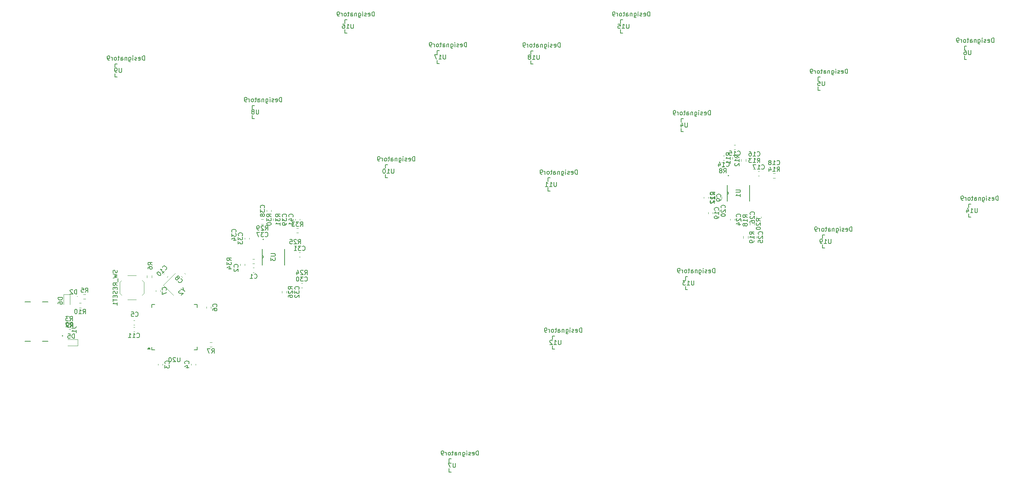
<source format=gbr>
%TF.GenerationSoftware,KiCad,Pcbnew,8.0.8*%
%TF.CreationDate,2025-04-25T11:22:14-07:00*%
%TF.ProjectId,MainBoard_BrooksP5Mini,4d61696e-426f-4617-9264-5f42726f6f6b,rev?*%
%TF.SameCoordinates,Original*%
%TF.FileFunction,Legend,Bot*%
%TF.FilePolarity,Positive*%
%FSLAX46Y46*%
G04 Gerber Fmt 4.6, Leading zero omitted, Abs format (unit mm)*
G04 Created by KiCad (PCBNEW 8.0.8) date 2025-04-25 11:22:14*
%MOMM*%
%LPD*%
G01*
G04 APERTURE LIST*
%ADD10C,0.150000*%
%ADD11C,0.120000*%
%ADD12C,0.200000*%
%ADD13C,0.152400*%
%ADD14C,0.100000*%
G04 APERTURE END LIST*
D10*
X84142857Y-87929580D02*
X84190476Y-87977200D01*
X84190476Y-87977200D02*
X84333333Y-88024819D01*
X84333333Y-88024819D02*
X84428571Y-88024819D01*
X84428571Y-88024819D02*
X84571428Y-87977200D01*
X84571428Y-87977200D02*
X84666666Y-87881961D01*
X84666666Y-87881961D02*
X84714285Y-87786723D01*
X84714285Y-87786723D02*
X84761904Y-87596247D01*
X84761904Y-87596247D02*
X84761904Y-87453390D01*
X84761904Y-87453390D02*
X84714285Y-87262914D01*
X84714285Y-87262914D02*
X84666666Y-87167676D01*
X84666666Y-87167676D02*
X84571428Y-87072438D01*
X84571428Y-87072438D02*
X84428571Y-87024819D01*
X84428571Y-87024819D02*
X84333333Y-87024819D01*
X84333333Y-87024819D02*
X84190476Y-87072438D01*
X84190476Y-87072438D02*
X84142857Y-87120057D01*
X83809523Y-87024819D02*
X83190476Y-87024819D01*
X83190476Y-87024819D02*
X83523809Y-87405771D01*
X83523809Y-87405771D02*
X83380952Y-87405771D01*
X83380952Y-87405771D02*
X83285714Y-87453390D01*
X83285714Y-87453390D02*
X83238095Y-87501009D01*
X83238095Y-87501009D02*
X83190476Y-87596247D01*
X83190476Y-87596247D02*
X83190476Y-87834342D01*
X83190476Y-87834342D02*
X83238095Y-87929580D01*
X83238095Y-87929580D02*
X83285714Y-87977200D01*
X83285714Y-87977200D02*
X83380952Y-88024819D01*
X83380952Y-88024819D02*
X83666666Y-88024819D01*
X83666666Y-88024819D02*
X83761904Y-87977200D01*
X83761904Y-87977200D02*
X83809523Y-87929580D01*
X82571428Y-87024819D02*
X82476190Y-87024819D01*
X82476190Y-87024819D02*
X82380952Y-87072438D01*
X82380952Y-87072438D02*
X82333333Y-87120057D01*
X82333333Y-87120057D02*
X82285714Y-87215295D01*
X82285714Y-87215295D02*
X82238095Y-87405771D01*
X82238095Y-87405771D02*
X82238095Y-87643866D01*
X82238095Y-87643866D02*
X82285714Y-87834342D01*
X82285714Y-87834342D02*
X82333333Y-87929580D01*
X82333333Y-87929580D02*
X82380952Y-87977200D01*
X82380952Y-87977200D02*
X82476190Y-88024819D01*
X82476190Y-88024819D02*
X82571428Y-88024819D01*
X82571428Y-88024819D02*
X82666666Y-87977200D01*
X82666666Y-87977200D02*
X82714285Y-87929580D01*
X82714285Y-87929580D02*
X82761904Y-87834342D01*
X82761904Y-87834342D02*
X82809523Y-87643866D01*
X82809523Y-87643866D02*
X82809523Y-87405771D01*
X82809523Y-87405771D02*
X82761904Y-87215295D01*
X82761904Y-87215295D02*
X82714285Y-87120057D01*
X82714285Y-87120057D02*
X82666666Y-87072438D01*
X82666666Y-87072438D02*
X82571428Y-87024819D01*
X55738094Y-105404819D02*
X55738094Y-106214342D01*
X55738094Y-106214342D02*
X55690475Y-106309580D01*
X55690475Y-106309580D02*
X55642856Y-106357200D01*
X55642856Y-106357200D02*
X55547618Y-106404819D01*
X55547618Y-106404819D02*
X55357142Y-106404819D01*
X55357142Y-106404819D02*
X55261904Y-106357200D01*
X55261904Y-106357200D02*
X55214285Y-106309580D01*
X55214285Y-106309580D02*
X55166666Y-106214342D01*
X55166666Y-106214342D02*
X55166666Y-105404819D01*
X54738094Y-105500057D02*
X54690475Y-105452438D01*
X54690475Y-105452438D02*
X54595237Y-105404819D01*
X54595237Y-105404819D02*
X54357142Y-105404819D01*
X54357142Y-105404819D02*
X54261904Y-105452438D01*
X54261904Y-105452438D02*
X54214285Y-105500057D01*
X54214285Y-105500057D02*
X54166666Y-105595295D01*
X54166666Y-105595295D02*
X54166666Y-105690533D01*
X54166666Y-105690533D02*
X54214285Y-105833390D01*
X54214285Y-105833390D02*
X54785713Y-106404819D01*
X54785713Y-106404819D02*
X54166666Y-106404819D01*
X53547618Y-105404819D02*
X53452380Y-105404819D01*
X53452380Y-105404819D02*
X53357142Y-105452438D01*
X53357142Y-105452438D02*
X53309523Y-105500057D01*
X53309523Y-105500057D02*
X53261904Y-105595295D01*
X53261904Y-105595295D02*
X53214285Y-105785771D01*
X53214285Y-105785771D02*
X53214285Y-106023866D01*
X53214285Y-106023866D02*
X53261904Y-106214342D01*
X53261904Y-106214342D02*
X53309523Y-106309580D01*
X53309523Y-106309580D02*
X53357142Y-106357200D01*
X53357142Y-106357200D02*
X53452380Y-106404819D01*
X53452380Y-106404819D02*
X53547618Y-106404819D01*
X53547618Y-106404819D02*
X53642856Y-106357200D01*
X53642856Y-106357200D02*
X53690475Y-106309580D01*
X53690475Y-106309580D02*
X53738094Y-106214342D01*
X53738094Y-106214342D02*
X53785713Y-106023866D01*
X53785713Y-106023866D02*
X53785713Y-105785771D01*
X53785713Y-105785771D02*
X53738094Y-105595295D01*
X53738094Y-105595295D02*
X53690475Y-105500057D01*
X53690475Y-105500057D02*
X53642856Y-105452438D01*
X53642856Y-105452438D02*
X53547618Y-105404819D01*
X183024819Y-59857142D02*
X182548628Y-59523809D01*
X183024819Y-59285714D02*
X182024819Y-59285714D01*
X182024819Y-59285714D02*
X182024819Y-59666666D01*
X182024819Y-59666666D02*
X182072438Y-59761904D01*
X182072438Y-59761904D02*
X182120057Y-59809523D01*
X182120057Y-59809523D02*
X182215295Y-59857142D01*
X182215295Y-59857142D02*
X182358152Y-59857142D01*
X182358152Y-59857142D02*
X182453390Y-59809523D01*
X182453390Y-59809523D02*
X182501009Y-59761904D01*
X182501009Y-59761904D02*
X182548628Y-59666666D01*
X182548628Y-59666666D02*
X182548628Y-59285714D01*
X183024819Y-60809523D02*
X183024819Y-60238095D01*
X183024819Y-60523809D02*
X182024819Y-60523809D01*
X182024819Y-60523809D02*
X182167676Y-60428571D01*
X182167676Y-60428571D02*
X182262914Y-60333333D01*
X182262914Y-60333333D02*
X182310533Y-60238095D01*
X182120057Y-61190476D02*
X182072438Y-61238095D01*
X182072438Y-61238095D02*
X182024819Y-61333333D01*
X182024819Y-61333333D02*
X182024819Y-61571428D01*
X182024819Y-61571428D02*
X182072438Y-61666666D01*
X182072438Y-61666666D02*
X182120057Y-61714285D01*
X182120057Y-61714285D02*
X182215295Y-61761904D01*
X182215295Y-61761904D02*
X182310533Y-61761904D01*
X182310533Y-61761904D02*
X182453390Y-61714285D01*
X182453390Y-61714285D02*
X183024819Y-61142857D01*
X183024819Y-61142857D02*
X183024819Y-61761904D01*
X183289580Y-73357142D02*
X183337200Y-73309523D01*
X183337200Y-73309523D02*
X183384819Y-73166666D01*
X183384819Y-73166666D02*
X183384819Y-73071428D01*
X183384819Y-73071428D02*
X183337200Y-72928571D01*
X183337200Y-72928571D02*
X183241961Y-72833333D01*
X183241961Y-72833333D02*
X183146723Y-72785714D01*
X183146723Y-72785714D02*
X182956247Y-72738095D01*
X182956247Y-72738095D02*
X182813390Y-72738095D01*
X182813390Y-72738095D02*
X182622914Y-72785714D01*
X182622914Y-72785714D02*
X182527676Y-72833333D01*
X182527676Y-72833333D02*
X182432438Y-72928571D01*
X182432438Y-72928571D02*
X182384819Y-73071428D01*
X182384819Y-73071428D02*
X182384819Y-73166666D01*
X182384819Y-73166666D02*
X182432438Y-73309523D01*
X182432438Y-73309523D02*
X182480057Y-73357142D01*
X182480057Y-73738095D02*
X182432438Y-73785714D01*
X182432438Y-73785714D02*
X182384819Y-73880952D01*
X182384819Y-73880952D02*
X182384819Y-74119047D01*
X182384819Y-74119047D02*
X182432438Y-74214285D01*
X182432438Y-74214285D02*
X182480057Y-74261904D01*
X182480057Y-74261904D02*
X182575295Y-74309523D01*
X182575295Y-74309523D02*
X182670533Y-74309523D01*
X182670533Y-74309523D02*
X182813390Y-74261904D01*
X182813390Y-74261904D02*
X183384819Y-73690476D01*
X183384819Y-73690476D02*
X183384819Y-74309523D01*
X182718152Y-75166666D02*
X183384819Y-75166666D01*
X182337200Y-74928571D02*
X183051485Y-74690476D01*
X183051485Y-74690476D02*
X183051485Y-75309523D01*
X157938094Y-29454819D02*
X157938094Y-30264342D01*
X157938094Y-30264342D02*
X157890475Y-30359580D01*
X157890475Y-30359580D02*
X157842856Y-30407200D01*
X157842856Y-30407200D02*
X157747618Y-30454819D01*
X157747618Y-30454819D02*
X157557142Y-30454819D01*
X157557142Y-30454819D02*
X157461904Y-30407200D01*
X157461904Y-30407200D02*
X157414285Y-30359580D01*
X157414285Y-30359580D02*
X157366666Y-30264342D01*
X157366666Y-30264342D02*
X157366666Y-29454819D01*
X156366666Y-30454819D02*
X156938094Y-30454819D01*
X156652380Y-30454819D02*
X156652380Y-29454819D01*
X156652380Y-29454819D02*
X156747618Y-29597676D01*
X156747618Y-29597676D02*
X156842856Y-29692914D01*
X156842856Y-29692914D02*
X156938094Y-29740533D01*
X155461904Y-29454819D02*
X155938094Y-29454819D01*
X155938094Y-29454819D02*
X155985713Y-29931009D01*
X155985713Y-29931009D02*
X155938094Y-29883390D01*
X155938094Y-29883390D02*
X155842856Y-29835771D01*
X155842856Y-29835771D02*
X155604761Y-29835771D01*
X155604761Y-29835771D02*
X155509523Y-29883390D01*
X155509523Y-29883390D02*
X155461904Y-29931009D01*
X155461904Y-29931009D02*
X155414285Y-30026247D01*
X155414285Y-30026247D02*
X155414285Y-30264342D01*
X155414285Y-30264342D02*
X155461904Y-30359580D01*
X155461904Y-30359580D02*
X155509523Y-30407200D01*
X155509523Y-30407200D02*
X155604761Y-30454819D01*
X155604761Y-30454819D02*
X155842856Y-30454819D01*
X155842856Y-30454819D02*
X155938094Y-30407200D01*
X155938094Y-30407200D02*
X155985713Y-30359580D01*
X162692285Y-27660819D02*
X162692285Y-26660819D01*
X162692285Y-26660819D02*
X162454190Y-26660819D01*
X162454190Y-26660819D02*
X162311333Y-26708438D01*
X162311333Y-26708438D02*
X162216095Y-26803676D01*
X162216095Y-26803676D02*
X162168476Y-26898914D01*
X162168476Y-26898914D02*
X162120857Y-27089390D01*
X162120857Y-27089390D02*
X162120857Y-27232247D01*
X162120857Y-27232247D02*
X162168476Y-27422723D01*
X162168476Y-27422723D02*
X162216095Y-27517961D01*
X162216095Y-27517961D02*
X162311333Y-27613200D01*
X162311333Y-27613200D02*
X162454190Y-27660819D01*
X162454190Y-27660819D02*
X162692285Y-27660819D01*
X161311333Y-27613200D02*
X161406571Y-27660819D01*
X161406571Y-27660819D02*
X161597047Y-27660819D01*
X161597047Y-27660819D02*
X161692285Y-27613200D01*
X161692285Y-27613200D02*
X161739904Y-27517961D01*
X161739904Y-27517961D02*
X161739904Y-27137009D01*
X161739904Y-27137009D02*
X161692285Y-27041771D01*
X161692285Y-27041771D02*
X161597047Y-26994152D01*
X161597047Y-26994152D02*
X161406571Y-26994152D01*
X161406571Y-26994152D02*
X161311333Y-27041771D01*
X161311333Y-27041771D02*
X161263714Y-27137009D01*
X161263714Y-27137009D02*
X161263714Y-27232247D01*
X161263714Y-27232247D02*
X161739904Y-27327485D01*
X160882761Y-27613200D02*
X160787523Y-27660819D01*
X160787523Y-27660819D02*
X160597047Y-27660819D01*
X160597047Y-27660819D02*
X160501809Y-27613200D01*
X160501809Y-27613200D02*
X160454190Y-27517961D01*
X160454190Y-27517961D02*
X160454190Y-27470342D01*
X160454190Y-27470342D02*
X160501809Y-27375104D01*
X160501809Y-27375104D02*
X160597047Y-27327485D01*
X160597047Y-27327485D02*
X160739904Y-27327485D01*
X160739904Y-27327485D02*
X160835142Y-27279866D01*
X160835142Y-27279866D02*
X160882761Y-27184628D01*
X160882761Y-27184628D02*
X160882761Y-27137009D01*
X160882761Y-27137009D02*
X160835142Y-27041771D01*
X160835142Y-27041771D02*
X160739904Y-26994152D01*
X160739904Y-26994152D02*
X160597047Y-26994152D01*
X160597047Y-26994152D02*
X160501809Y-27041771D01*
X160025618Y-27660819D02*
X160025618Y-26994152D01*
X160025618Y-26660819D02*
X160073237Y-26708438D01*
X160073237Y-26708438D02*
X160025618Y-26756057D01*
X160025618Y-26756057D02*
X159977999Y-26708438D01*
X159977999Y-26708438D02*
X160025618Y-26660819D01*
X160025618Y-26660819D02*
X160025618Y-26756057D01*
X159120857Y-26994152D02*
X159120857Y-27803676D01*
X159120857Y-27803676D02*
X159168476Y-27898914D01*
X159168476Y-27898914D02*
X159216095Y-27946533D01*
X159216095Y-27946533D02*
X159311333Y-27994152D01*
X159311333Y-27994152D02*
X159454190Y-27994152D01*
X159454190Y-27994152D02*
X159549428Y-27946533D01*
X159120857Y-27613200D02*
X159216095Y-27660819D01*
X159216095Y-27660819D02*
X159406571Y-27660819D01*
X159406571Y-27660819D02*
X159501809Y-27613200D01*
X159501809Y-27613200D02*
X159549428Y-27565580D01*
X159549428Y-27565580D02*
X159597047Y-27470342D01*
X159597047Y-27470342D02*
X159597047Y-27184628D01*
X159597047Y-27184628D02*
X159549428Y-27089390D01*
X159549428Y-27089390D02*
X159501809Y-27041771D01*
X159501809Y-27041771D02*
X159406571Y-26994152D01*
X159406571Y-26994152D02*
X159216095Y-26994152D01*
X159216095Y-26994152D02*
X159120857Y-27041771D01*
X158644666Y-26994152D02*
X158644666Y-27660819D01*
X158644666Y-27089390D02*
X158597047Y-27041771D01*
X158597047Y-27041771D02*
X158501809Y-26994152D01*
X158501809Y-26994152D02*
X158358952Y-26994152D01*
X158358952Y-26994152D02*
X158263714Y-27041771D01*
X158263714Y-27041771D02*
X158216095Y-27137009D01*
X158216095Y-27137009D02*
X158216095Y-27660819D01*
X157311333Y-27660819D02*
X157311333Y-27137009D01*
X157311333Y-27137009D02*
X157358952Y-27041771D01*
X157358952Y-27041771D02*
X157454190Y-26994152D01*
X157454190Y-26994152D02*
X157644666Y-26994152D01*
X157644666Y-26994152D02*
X157739904Y-27041771D01*
X157311333Y-27613200D02*
X157406571Y-27660819D01*
X157406571Y-27660819D02*
X157644666Y-27660819D01*
X157644666Y-27660819D02*
X157739904Y-27613200D01*
X157739904Y-27613200D02*
X157787523Y-27517961D01*
X157787523Y-27517961D02*
X157787523Y-27422723D01*
X157787523Y-27422723D02*
X157739904Y-27327485D01*
X157739904Y-27327485D02*
X157644666Y-27279866D01*
X157644666Y-27279866D02*
X157406571Y-27279866D01*
X157406571Y-27279866D02*
X157311333Y-27232247D01*
X156977999Y-26994152D02*
X156597047Y-26994152D01*
X156835142Y-26660819D02*
X156835142Y-27517961D01*
X156835142Y-27517961D02*
X156787523Y-27613200D01*
X156787523Y-27613200D02*
X156692285Y-27660819D01*
X156692285Y-27660819D02*
X156597047Y-27660819D01*
X156120856Y-27660819D02*
X156216094Y-27613200D01*
X156216094Y-27613200D02*
X156263713Y-27565580D01*
X156263713Y-27565580D02*
X156311332Y-27470342D01*
X156311332Y-27470342D02*
X156311332Y-27184628D01*
X156311332Y-27184628D02*
X156263713Y-27089390D01*
X156263713Y-27089390D02*
X156216094Y-27041771D01*
X156216094Y-27041771D02*
X156120856Y-26994152D01*
X156120856Y-26994152D02*
X155977999Y-26994152D01*
X155977999Y-26994152D02*
X155882761Y-27041771D01*
X155882761Y-27041771D02*
X155835142Y-27089390D01*
X155835142Y-27089390D02*
X155787523Y-27184628D01*
X155787523Y-27184628D02*
X155787523Y-27470342D01*
X155787523Y-27470342D02*
X155835142Y-27565580D01*
X155835142Y-27565580D02*
X155882761Y-27613200D01*
X155882761Y-27613200D02*
X155977999Y-27660819D01*
X155977999Y-27660819D02*
X156120856Y-27660819D01*
X155358951Y-27660819D02*
X155358951Y-26994152D01*
X155358951Y-27184628D02*
X155311332Y-27089390D01*
X155311332Y-27089390D02*
X155263713Y-27041771D01*
X155263713Y-27041771D02*
X155168475Y-26994152D01*
X155168475Y-26994152D02*
X155073237Y-26994152D01*
X154692284Y-27660819D02*
X154501808Y-27660819D01*
X154501808Y-27660819D02*
X154406570Y-27613200D01*
X154406570Y-27613200D02*
X154358951Y-27565580D01*
X154358951Y-27565580D02*
X154263713Y-27422723D01*
X154263713Y-27422723D02*
X154216094Y-27232247D01*
X154216094Y-27232247D02*
X154216094Y-26851295D01*
X154216094Y-26851295D02*
X154263713Y-26756057D01*
X154263713Y-26756057D02*
X154311332Y-26708438D01*
X154311332Y-26708438D02*
X154406570Y-26660819D01*
X154406570Y-26660819D02*
X154597046Y-26660819D01*
X154597046Y-26660819D02*
X154692284Y-26708438D01*
X154692284Y-26708438D02*
X154739903Y-26756057D01*
X154739903Y-26756057D02*
X154787522Y-26851295D01*
X154787522Y-26851295D02*
X154787522Y-27089390D01*
X154787522Y-27089390D02*
X154739903Y-27184628D01*
X154739903Y-27184628D02*
X154692284Y-27232247D01*
X154692284Y-27232247D02*
X154597046Y-27279866D01*
X154597046Y-27279866D02*
X154406570Y-27279866D01*
X154406570Y-27279866D02*
X154311332Y-27232247D01*
X154311332Y-27232247D02*
X154263713Y-27184628D01*
X154263713Y-27184628D02*
X154216094Y-27089390D01*
X81429580Y-73357142D02*
X81477200Y-73309523D01*
X81477200Y-73309523D02*
X81524819Y-73166666D01*
X81524819Y-73166666D02*
X81524819Y-73071428D01*
X81524819Y-73071428D02*
X81477200Y-72928571D01*
X81477200Y-72928571D02*
X81381961Y-72833333D01*
X81381961Y-72833333D02*
X81286723Y-72785714D01*
X81286723Y-72785714D02*
X81096247Y-72738095D01*
X81096247Y-72738095D02*
X80953390Y-72738095D01*
X80953390Y-72738095D02*
X80762914Y-72785714D01*
X80762914Y-72785714D02*
X80667676Y-72833333D01*
X80667676Y-72833333D02*
X80572438Y-72928571D01*
X80572438Y-72928571D02*
X80524819Y-73071428D01*
X80524819Y-73071428D02*
X80524819Y-73166666D01*
X80524819Y-73166666D02*
X80572438Y-73309523D01*
X80572438Y-73309523D02*
X80620057Y-73357142D01*
X80858152Y-74214285D02*
X81524819Y-74214285D01*
X80477200Y-73976190D02*
X81191485Y-73738095D01*
X81191485Y-73738095D02*
X81191485Y-74357142D01*
X81524819Y-75261904D02*
X81524819Y-74690476D01*
X81524819Y-74976190D02*
X80524819Y-74976190D01*
X80524819Y-74976190D02*
X80667676Y-74880952D01*
X80667676Y-74880952D02*
X80762914Y-74785714D01*
X80762914Y-74785714D02*
X80810533Y-74690476D01*
X171261904Y-51954819D02*
X171261904Y-52764342D01*
X171261904Y-52764342D02*
X171214285Y-52859580D01*
X171214285Y-52859580D02*
X171166666Y-52907200D01*
X171166666Y-52907200D02*
X171071428Y-52954819D01*
X171071428Y-52954819D02*
X170880952Y-52954819D01*
X170880952Y-52954819D02*
X170785714Y-52907200D01*
X170785714Y-52907200D02*
X170738095Y-52859580D01*
X170738095Y-52859580D02*
X170690476Y-52764342D01*
X170690476Y-52764342D02*
X170690476Y-51954819D01*
X169785714Y-52288152D02*
X169785714Y-52954819D01*
X170023809Y-51907200D02*
X170261904Y-52621485D01*
X170261904Y-52621485D02*
X169642857Y-52621485D01*
X176492285Y-50160819D02*
X176492285Y-49160819D01*
X176492285Y-49160819D02*
X176254190Y-49160819D01*
X176254190Y-49160819D02*
X176111333Y-49208438D01*
X176111333Y-49208438D02*
X176016095Y-49303676D01*
X176016095Y-49303676D02*
X175968476Y-49398914D01*
X175968476Y-49398914D02*
X175920857Y-49589390D01*
X175920857Y-49589390D02*
X175920857Y-49732247D01*
X175920857Y-49732247D02*
X175968476Y-49922723D01*
X175968476Y-49922723D02*
X176016095Y-50017961D01*
X176016095Y-50017961D02*
X176111333Y-50113200D01*
X176111333Y-50113200D02*
X176254190Y-50160819D01*
X176254190Y-50160819D02*
X176492285Y-50160819D01*
X175111333Y-50113200D02*
X175206571Y-50160819D01*
X175206571Y-50160819D02*
X175397047Y-50160819D01*
X175397047Y-50160819D02*
X175492285Y-50113200D01*
X175492285Y-50113200D02*
X175539904Y-50017961D01*
X175539904Y-50017961D02*
X175539904Y-49637009D01*
X175539904Y-49637009D02*
X175492285Y-49541771D01*
X175492285Y-49541771D02*
X175397047Y-49494152D01*
X175397047Y-49494152D02*
X175206571Y-49494152D01*
X175206571Y-49494152D02*
X175111333Y-49541771D01*
X175111333Y-49541771D02*
X175063714Y-49637009D01*
X175063714Y-49637009D02*
X175063714Y-49732247D01*
X175063714Y-49732247D02*
X175539904Y-49827485D01*
X174682761Y-50113200D02*
X174587523Y-50160819D01*
X174587523Y-50160819D02*
X174397047Y-50160819D01*
X174397047Y-50160819D02*
X174301809Y-50113200D01*
X174301809Y-50113200D02*
X174254190Y-50017961D01*
X174254190Y-50017961D02*
X174254190Y-49970342D01*
X174254190Y-49970342D02*
X174301809Y-49875104D01*
X174301809Y-49875104D02*
X174397047Y-49827485D01*
X174397047Y-49827485D02*
X174539904Y-49827485D01*
X174539904Y-49827485D02*
X174635142Y-49779866D01*
X174635142Y-49779866D02*
X174682761Y-49684628D01*
X174682761Y-49684628D02*
X174682761Y-49637009D01*
X174682761Y-49637009D02*
X174635142Y-49541771D01*
X174635142Y-49541771D02*
X174539904Y-49494152D01*
X174539904Y-49494152D02*
X174397047Y-49494152D01*
X174397047Y-49494152D02*
X174301809Y-49541771D01*
X173825618Y-50160819D02*
X173825618Y-49494152D01*
X173825618Y-49160819D02*
X173873237Y-49208438D01*
X173873237Y-49208438D02*
X173825618Y-49256057D01*
X173825618Y-49256057D02*
X173777999Y-49208438D01*
X173777999Y-49208438D02*
X173825618Y-49160819D01*
X173825618Y-49160819D02*
X173825618Y-49256057D01*
X172920857Y-49494152D02*
X172920857Y-50303676D01*
X172920857Y-50303676D02*
X172968476Y-50398914D01*
X172968476Y-50398914D02*
X173016095Y-50446533D01*
X173016095Y-50446533D02*
X173111333Y-50494152D01*
X173111333Y-50494152D02*
X173254190Y-50494152D01*
X173254190Y-50494152D02*
X173349428Y-50446533D01*
X172920857Y-50113200D02*
X173016095Y-50160819D01*
X173016095Y-50160819D02*
X173206571Y-50160819D01*
X173206571Y-50160819D02*
X173301809Y-50113200D01*
X173301809Y-50113200D02*
X173349428Y-50065580D01*
X173349428Y-50065580D02*
X173397047Y-49970342D01*
X173397047Y-49970342D02*
X173397047Y-49684628D01*
X173397047Y-49684628D02*
X173349428Y-49589390D01*
X173349428Y-49589390D02*
X173301809Y-49541771D01*
X173301809Y-49541771D02*
X173206571Y-49494152D01*
X173206571Y-49494152D02*
X173016095Y-49494152D01*
X173016095Y-49494152D02*
X172920857Y-49541771D01*
X172444666Y-49494152D02*
X172444666Y-50160819D01*
X172444666Y-49589390D02*
X172397047Y-49541771D01*
X172397047Y-49541771D02*
X172301809Y-49494152D01*
X172301809Y-49494152D02*
X172158952Y-49494152D01*
X172158952Y-49494152D02*
X172063714Y-49541771D01*
X172063714Y-49541771D02*
X172016095Y-49637009D01*
X172016095Y-49637009D02*
X172016095Y-50160819D01*
X171111333Y-50160819D02*
X171111333Y-49637009D01*
X171111333Y-49637009D02*
X171158952Y-49541771D01*
X171158952Y-49541771D02*
X171254190Y-49494152D01*
X171254190Y-49494152D02*
X171444666Y-49494152D01*
X171444666Y-49494152D02*
X171539904Y-49541771D01*
X171111333Y-50113200D02*
X171206571Y-50160819D01*
X171206571Y-50160819D02*
X171444666Y-50160819D01*
X171444666Y-50160819D02*
X171539904Y-50113200D01*
X171539904Y-50113200D02*
X171587523Y-50017961D01*
X171587523Y-50017961D02*
X171587523Y-49922723D01*
X171587523Y-49922723D02*
X171539904Y-49827485D01*
X171539904Y-49827485D02*
X171444666Y-49779866D01*
X171444666Y-49779866D02*
X171206571Y-49779866D01*
X171206571Y-49779866D02*
X171111333Y-49732247D01*
X170777999Y-49494152D02*
X170397047Y-49494152D01*
X170635142Y-49160819D02*
X170635142Y-50017961D01*
X170635142Y-50017961D02*
X170587523Y-50113200D01*
X170587523Y-50113200D02*
X170492285Y-50160819D01*
X170492285Y-50160819D02*
X170397047Y-50160819D01*
X169920856Y-50160819D02*
X170016094Y-50113200D01*
X170016094Y-50113200D02*
X170063713Y-50065580D01*
X170063713Y-50065580D02*
X170111332Y-49970342D01*
X170111332Y-49970342D02*
X170111332Y-49684628D01*
X170111332Y-49684628D02*
X170063713Y-49589390D01*
X170063713Y-49589390D02*
X170016094Y-49541771D01*
X170016094Y-49541771D02*
X169920856Y-49494152D01*
X169920856Y-49494152D02*
X169777999Y-49494152D01*
X169777999Y-49494152D02*
X169682761Y-49541771D01*
X169682761Y-49541771D02*
X169635142Y-49589390D01*
X169635142Y-49589390D02*
X169587523Y-49684628D01*
X169587523Y-49684628D02*
X169587523Y-49970342D01*
X169587523Y-49970342D02*
X169635142Y-50065580D01*
X169635142Y-50065580D02*
X169682761Y-50113200D01*
X169682761Y-50113200D02*
X169777999Y-50160819D01*
X169777999Y-50160819D02*
X169920856Y-50160819D01*
X169158951Y-50160819D02*
X169158951Y-49494152D01*
X169158951Y-49684628D02*
X169111332Y-49589390D01*
X169111332Y-49589390D02*
X169063713Y-49541771D01*
X169063713Y-49541771D02*
X168968475Y-49494152D01*
X168968475Y-49494152D02*
X168873237Y-49494152D01*
X168492284Y-50160819D02*
X168301808Y-50160819D01*
X168301808Y-50160819D02*
X168206570Y-50113200D01*
X168206570Y-50113200D02*
X168158951Y-50065580D01*
X168158951Y-50065580D02*
X168063713Y-49922723D01*
X168063713Y-49922723D02*
X168016094Y-49732247D01*
X168016094Y-49732247D02*
X168016094Y-49351295D01*
X168016094Y-49351295D02*
X168063713Y-49256057D01*
X168063713Y-49256057D02*
X168111332Y-49208438D01*
X168111332Y-49208438D02*
X168206570Y-49160819D01*
X168206570Y-49160819D02*
X168397046Y-49160819D01*
X168397046Y-49160819D02*
X168492284Y-49208438D01*
X168492284Y-49208438D02*
X168539903Y-49256057D01*
X168539903Y-49256057D02*
X168587522Y-49351295D01*
X168587522Y-49351295D02*
X168587522Y-49589390D01*
X168587522Y-49589390D02*
X168539903Y-49684628D01*
X168539903Y-49684628D02*
X168492284Y-49732247D01*
X168492284Y-49732247D02*
X168397046Y-49779866D01*
X168397046Y-49779866D02*
X168206570Y-49779866D01*
X168206570Y-49779866D02*
X168111332Y-49732247D01*
X168111332Y-49732247D02*
X168063713Y-49684628D01*
X168063713Y-49684628D02*
X168016094Y-49589390D01*
X137538094Y-36504819D02*
X137538094Y-37314342D01*
X137538094Y-37314342D02*
X137490475Y-37409580D01*
X137490475Y-37409580D02*
X137442856Y-37457200D01*
X137442856Y-37457200D02*
X137347618Y-37504819D01*
X137347618Y-37504819D02*
X137157142Y-37504819D01*
X137157142Y-37504819D02*
X137061904Y-37457200D01*
X137061904Y-37457200D02*
X137014285Y-37409580D01*
X137014285Y-37409580D02*
X136966666Y-37314342D01*
X136966666Y-37314342D02*
X136966666Y-36504819D01*
X135966666Y-37504819D02*
X136538094Y-37504819D01*
X136252380Y-37504819D02*
X136252380Y-36504819D01*
X136252380Y-36504819D02*
X136347618Y-36647676D01*
X136347618Y-36647676D02*
X136442856Y-36742914D01*
X136442856Y-36742914D02*
X136538094Y-36790533D01*
X135395237Y-36933390D02*
X135490475Y-36885771D01*
X135490475Y-36885771D02*
X135538094Y-36838152D01*
X135538094Y-36838152D02*
X135585713Y-36742914D01*
X135585713Y-36742914D02*
X135585713Y-36695295D01*
X135585713Y-36695295D02*
X135538094Y-36600057D01*
X135538094Y-36600057D02*
X135490475Y-36552438D01*
X135490475Y-36552438D02*
X135395237Y-36504819D01*
X135395237Y-36504819D02*
X135204761Y-36504819D01*
X135204761Y-36504819D02*
X135109523Y-36552438D01*
X135109523Y-36552438D02*
X135061904Y-36600057D01*
X135061904Y-36600057D02*
X135014285Y-36695295D01*
X135014285Y-36695295D02*
X135014285Y-36742914D01*
X135014285Y-36742914D02*
X135061904Y-36838152D01*
X135061904Y-36838152D02*
X135109523Y-36885771D01*
X135109523Y-36885771D02*
X135204761Y-36933390D01*
X135204761Y-36933390D02*
X135395237Y-36933390D01*
X135395237Y-36933390D02*
X135490475Y-36981009D01*
X135490475Y-36981009D02*
X135538094Y-37028628D01*
X135538094Y-37028628D02*
X135585713Y-37123866D01*
X135585713Y-37123866D02*
X135585713Y-37314342D01*
X135585713Y-37314342D02*
X135538094Y-37409580D01*
X135538094Y-37409580D02*
X135490475Y-37457200D01*
X135490475Y-37457200D02*
X135395237Y-37504819D01*
X135395237Y-37504819D02*
X135204761Y-37504819D01*
X135204761Y-37504819D02*
X135109523Y-37457200D01*
X135109523Y-37457200D02*
X135061904Y-37409580D01*
X135061904Y-37409580D02*
X135014285Y-37314342D01*
X135014285Y-37314342D02*
X135014285Y-37123866D01*
X135014285Y-37123866D02*
X135061904Y-37028628D01*
X135061904Y-37028628D02*
X135109523Y-36981009D01*
X135109523Y-36981009D02*
X135204761Y-36933390D01*
X142292285Y-34710819D02*
X142292285Y-33710819D01*
X142292285Y-33710819D02*
X142054190Y-33710819D01*
X142054190Y-33710819D02*
X141911333Y-33758438D01*
X141911333Y-33758438D02*
X141816095Y-33853676D01*
X141816095Y-33853676D02*
X141768476Y-33948914D01*
X141768476Y-33948914D02*
X141720857Y-34139390D01*
X141720857Y-34139390D02*
X141720857Y-34282247D01*
X141720857Y-34282247D02*
X141768476Y-34472723D01*
X141768476Y-34472723D02*
X141816095Y-34567961D01*
X141816095Y-34567961D02*
X141911333Y-34663200D01*
X141911333Y-34663200D02*
X142054190Y-34710819D01*
X142054190Y-34710819D02*
X142292285Y-34710819D01*
X140911333Y-34663200D02*
X141006571Y-34710819D01*
X141006571Y-34710819D02*
X141197047Y-34710819D01*
X141197047Y-34710819D02*
X141292285Y-34663200D01*
X141292285Y-34663200D02*
X141339904Y-34567961D01*
X141339904Y-34567961D02*
X141339904Y-34187009D01*
X141339904Y-34187009D02*
X141292285Y-34091771D01*
X141292285Y-34091771D02*
X141197047Y-34044152D01*
X141197047Y-34044152D02*
X141006571Y-34044152D01*
X141006571Y-34044152D02*
X140911333Y-34091771D01*
X140911333Y-34091771D02*
X140863714Y-34187009D01*
X140863714Y-34187009D02*
X140863714Y-34282247D01*
X140863714Y-34282247D02*
X141339904Y-34377485D01*
X140482761Y-34663200D02*
X140387523Y-34710819D01*
X140387523Y-34710819D02*
X140197047Y-34710819D01*
X140197047Y-34710819D02*
X140101809Y-34663200D01*
X140101809Y-34663200D02*
X140054190Y-34567961D01*
X140054190Y-34567961D02*
X140054190Y-34520342D01*
X140054190Y-34520342D02*
X140101809Y-34425104D01*
X140101809Y-34425104D02*
X140197047Y-34377485D01*
X140197047Y-34377485D02*
X140339904Y-34377485D01*
X140339904Y-34377485D02*
X140435142Y-34329866D01*
X140435142Y-34329866D02*
X140482761Y-34234628D01*
X140482761Y-34234628D02*
X140482761Y-34187009D01*
X140482761Y-34187009D02*
X140435142Y-34091771D01*
X140435142Y-34091771D02*
X140339904Y-34044152D01*
X140339904Y-34044152D02*
X140197047Y-34044152D01*
X140197047Y-34044152D02*
X140101809Y-34091771D01*
X139625618Y-34710819D02*
X139625618Y-34044152D01*
X139625618Y-33710819D02*
X139673237Y-33758438D01*
X139673237Y-33758438D02*
X139625618Y-33806057D01*
X139625618Y-33806057D02*
X139577999Y-33758438D01*
X139577999Y-33758438D02*
X139625618Y-33710819D01*
X139625618Y-33710819D02*
X139625618Y-33806057D01*
X138720857Y-34044152D02*
X138720857Y-34853676D01*
X138720857Y-34853676D02*
X138768476Y-34948914D01*
X138768476Y-34948914D02*
X138816095Y-34996533D01*
X138816095Y-34996533D02*
X138911333Y-35044152D01*
X138911333Y-35044152D02*
X139054190Y-35044152D01*
X139054190Y-35044152D02*
X139149428Y-34996533D01*
X138720857Y-34663200D02*
X138816095Y-34710819D01*
X138816095Y-34710819D02*
X139006571Y-34710819D01*
X139006571Y-34710819D02*
X139101809Y-34663200D01*
X139101809Y-34663200D02*
X139149428Y-34615580D01*
X139149428Y-34615580D02*
X139197047Y-34520342D01*
X139197047Y-34520342D02*
X139197047Y-34234628D01*
X139197047Y-34234628D02*
X139149428Y-34139390D01*
X139149428Y-34139390D02*
X139101809Y-34091771D01*
X139101809Y-34091771D02*
X139006571Y-34044152D01*
X139006571Y-34044152D02*
X138816095Y-34044152D01*
X138816095Y-34044152D02*
X138720857Y-34091771D01*
X138244666Y-34044152D02*
X138244666Y-34710819D01*
X138244666Y-34139390D02*
X138197047Y-34091771D01*
X138197047Y-34091771D02*
X138101809Y-34044152D01*
X138101809Y-34044152D02*
X137958952Y-34044152D01*
X137958952Y-34044152D02*
X137863714Y-34091771D01*
X137863714Y-34091771D02*
X137816095Y-34187009D01*
X137816095Y-34187009D02*
X137816095Y-34710819D01*
X136911333Y-34710819D02*
X136911333Y-34187009D01*
X136911333Y-34187009D02*
X136958952Y-34091771D01*
X136958952Y-34091771D02*
X137054190Y-34044152D01*
X137054190Y-34044152D02*
X137244666Y-34044152D01*
X137244666Y-34044152D02*
X137339904Y-34091771D01*
X136911333Y-34663200D02*
X137006571Y-34710819D01*
X137006571Y-34710819D02*
X137244666Y-34710819D01*
X137244666Y-34710819D02*
X137339904Y-34663200D01*
X137339904Y-34663200D02*
X137387523Y-34567961D01*
X137387523Y-34567961D02*
X137387523Y-34472723D01*
X137387523Y-34472723D02*
X137339904Y-34377485D01*
X137339904Y-34377485D02*
X137244666Y-34329866D01*
X137244666Y-34329866D02*
X137006571Y-34329866D01*
X137006571Y-34329866D02*
X136911333Y-34282247D01*
X136577999Y-34044152D02*
X136197047Y-34044152D01*
X136435142Y-33710819D02*
X136435142Y-34567961D01*
X136435142Y-34567961D02*
X136387523Y-34663200D01*
X136387523Y-34663200D02*
X136292285Y-34710819D01*
X136292285Y-34710819D02*
X136197047Y-34710819D01*
X135720856Y-34710819D02*
X135816094Y-34663200D01*
X135816094Y-34663200D02*
X135863713Y-34615580D01*
X135863713Y-34615580D02*
X135911332Y-34520342D01*
X135911332Y-34520342D02*
X135911332Y-34234628D01*
X135911332Y-34234628D02*
X135863713Y-34139390D01*
X135863713Y-34139390D02*
X135816094Y-34091771D01*
X135816094Y-34091771D02*
X135720856Y-34044152D01*
X135720856Y-34044152D02*
X135577999Y-34044152D01*
X135577999Y-34044152D02*
X135482761Y-34091771D01*
X135482761Y-34091771D02*
X135435142Y-34139390D01*
X135435142Y-34139390D02*
X135387523Y-34234628D01*
X135387523Y-34234628D02*
X135387523Y-34520342D01*
X135387523Y-34520342D02*
X135435142Y-34615580D01*
X135435142Y-34615580D02*
X135482761Y-34663200D01*
X135482761Y-34663200D02*
X135577999Y-34710819D01*
X135577999Y-34710819D02*
X135720856Y-34710819D01*
X134958951Y-34710819D02*
X134958951Y-34044152D01*
X134958951Y-34234628D02*
X134911332Y-34139390D01*
X134911332Y-34139390D02*
X134863713Y-34091771D01*
X134863713Y-34091771D02*
X134768475Y-34044152D01*
X134768475Y-34044152D02*
X134673237Y-34044152D01*
X134292284Y-34710819D02*
X134101808Y-34710819D01*
X134101808Y-34710819D02*
X134006570Y-34663200D01*
X134006570Y-34663200D02*
X133958951Y-34615580D01*
X133958951Y-34615580D02*
X133863713Y-34472723D01*
X133863713Y-34472723D02*
X133816094Y-34282247D01*
X133816094Y-34282247D02*
X133816094Y-33901295D01*
X133816094Y-33901295D02*
X133863713Y-33806057D01*
X133863713Y-33806057D02*
X133911332Y-33758438D01*
X133911332Y-33758438D02*
X134006570Y-33710819D01*
X134006570Y-33710819D02*
X134197046Y-33710819D01*
X134197046Y-33710819D02*
X134292284Y-33758438D01*
X134292284Y-33758438D02*
X134339903Y-33806057D01*
X134339903Y-33806057D02*
X134387522Y-33901295D01*
X134387522Y-33901295D02*
X134387522Y-34139390D01*
X134387522Y-34139390D02*
X134339903Y-34234628D01*
X134339903Y-34234628D02*
X134292284Y-34282247D01*
X134292284Y-34282247D02*
X134197046Y-34329866D01*
X134197046Y-34329866D02*
X134006570Y-34329866D01*
X134006570Y-34329866D02*
X133911332Y-34282247D01*
X133911332Y-34282247D02*
X133863713Y-34234628D01*
X133863713Y-34234628D02*
X133816094Y-34139390D01*
X52589580Y-90058333D02*
X52637200Y-90010714D01*
X52637200Y-90010714D02*
X52684819Y-89867857D01*
X52684819Y-89867857D02*
X52684819Y-89772619D01*
X52684819Y-89772619D02*
X52637200Y-89629762D01*
X52637200Y-89629762D02*
X52541961Y-89534524D01*
X52541961Y-89534524D02*
X52446723Y-89486905D01*
X52446723Y-89486905D02*
X52256247Y-89439286D01*
X52256247Y-89439286D02*
X52113390Y-89439286D01*
X52113390Y-89439286D02*
X51922914Y-89486905D01*
X51922914Y-89486905D02*
X51827676Y-89534524D01*
X51827676Y-89534524D02*
X51732438Y-89629762D01*
X51732438Y-89629762D02*
X51684819Y-89772619D01*
X51684819Y-89772619D02*
X51684819Y-89867857D01*
X51684819Y-89867857D02*
X51732438Y-90010714D01*
X51732438Y-90010714D02*
X51780057Y-90058333D01*
X51684819Y-90391667D02*
X51684819Y-91058333D01*
X51684819Y-91058333D02*
X52684819Y-90629762D01*
X142438094Y-101454819D02*
X142438094Y-102264342D01*
X142438094Y-102264342D02*
X142390475Y-102359580D01*
X142390475Y-102359580D02*
X142342856Y-102407200D01*
X142342856Y-102407200D02*
X142247618Y-102454819D01*
X142247618Y-102454819D02*
X142057142Y-102454819D01*
X142057142Y-102454819D02*
X141961904Y-102407200D01*
X141961904Y-102407200D02*
X141914285Y-102359580D01*
X141914285Y-102359580D02*
X141866666Y-102264342D01*
X141866666Y-102264342D02*
X141866666Y-101454819D01*
X140866666Y-102454819D02*
X141438094Y-102454819D01*
X141152380Y-102454819D02*
X141152380Y-101454819D01*
X141152380Y-101454819D02*
X141247618Y-101597676D01*
X141247618Y-101597676D02*
X141342856Y-101692914D01*
X141342856Y-101692914D02*
X141438094Y-101740533D01*
X140485713Y-101550057D02*
X140438094Y-101502438D01*
X140438094Y-101502438D02*
X140342856Y-101454819D01*
X140342856Y-101454819D02*
X140104761Y-101454819D01*
X140104761Y-101454819D02*
X140009523Y-101502438D01*
X140009523Y-101502438D02*
X139961904Y-101550057D01*
X139961904Y-101550057D02*
X139914285Y-101645295D01*
X139914285Y-101645295D02*
X139914285Y-101740533D01*
X139914285Y-101740533D02*
X139961904Y-101883390D01*
X139961904Y-101883390D02*
X140533332Y-102454819D01*
X140533332Y-102454819D02*
X139914285Y-102454819D01*
X147192285Y-99660819D02*
X147192285Y-98660819D01*
X147192285Y-98660819D02*
X146954190Y-98660819D01*
X146954190Y-98660819D02*
X146811333Y-98708438D01*
X146811333Y-98708438D02*
X146716095Y-98803676D01*
X146716095Y-98803676D02*
X146668476Y-98898914D01*
X146668476Y-98898914D02*
X146620857Y-99089390D01*
X146620857Y-99089390D02*
X146620857Y-99232247D01*
X146620857Y-99232247D02*
X146668476Y-99422723D01*
X146668476Y-99422723D02*
X146716095Y-99517961D01*
X146716095Y-99517961D02*
X146811333Y-99613200D01*
X146811333Y-99613200D02*
X146954190Y-99660819D01*
X146954190Y-99660819D02*
X147192285Y-99660819D01*
X145811333Y-99613200D02*
X145906571Y-99660819D01*
X145906571Y-99660819D02*
X146097047Y-99660819D01*
X146097047Y-99660819D02*
X146192285Y-99613200D01*
X146192285Y-99613200D02*
X146239904Y-99517961D01*
X146239904Y-99517961D02*
X146239904Y-99137009D01*
X146239904Y-99137009D02*
X146192285Y-99041771D01*
X146192285Y-99041771D02*
X146097047Y-98994152D01*
X146097047Y-98994152D02*
X145906571Y-98994152D01*
X145906571Y-98994152D02*
X145811333Y-99041771D01*
X145811333Y-99041771D02*
X145763714Y-99137009D01*
X145763714Y-99137009D02*
X145763714Y-99232247D01*
X145763714Y-99232247D02*
X146239904Y-99327485D01*
X145382761Y-99613200D02*
X145287523Y-99660819D01*
X145287523Y-99660819D02*
X145097047Y-99660819D01*
X145097047Y-99660819D02*
X145001809Y-99613200D01*
X145001809Y-99613200D02*
X144954190Y-99517961D01*
X144954190Y-99517961D02*
X144954190Y-99470342D01*
X144954190Y-99470342D02*
X145001809Y-99375104D01*
X145001809Y-99375104D02*
X145097047Y-99327485D01*
X145097047Y-99327485D02*
X145239904Y-99327485D01*
X145239904Y-99327485D02*
X145335142Y-99279866D01*
X145335142Y-99279866D02*
X145382761Y-99184628D01*
X145382761Y-99184628D02*
X145382761Y-99137009D01*
X145382761Y-99137009D02*
X145335142Y-99041771D01*
X145335142Y-99041771D02*
X145239904Y-98994152D01*
X145239904Y-98994152D02*
X145097047Y-98994152D01*
X145097047Y-98994152D02*
X145001809Y-99041771D01*
X144525618Y-99660819D02*
X144525618Y-98994152D01*
X144525618Y-98660819D02*
X144573237Y-98708438D01*
X144573237Y-98708438D02*
X144525618Y-98756057D01*
X144525618Y-98756057D02*
X144477999Y-98708438D01*
X144477999Y-98708438D02*
X144525618Y-98660819D01*
X144525618Y-98660819D02*
X144525618Y-98756057D01*
X143620857Y-98994152D02*
X143620857Y-99803676D01*
X143620857Y-99803676D02*
X143668476Y-99898914D01*
X143668476Y-99898914D02*
X143716095Y-99946533D01*
X143716095Y-99946533D02*
X143811333Y-99994152D01*
X143811333Y-99994152D02*
X143954190Y-99994152D01*
X143954190Y-99994152D02*
X144049428Y-99946533D01*
X143620857Y-99613200D02*
X143716095Y-99660819D01*
X143716095Y-99660819D02*
X143906571Y-99660819D01*
X143906571Y-99660819D02*
X144001809Y-99613200D01*
X144001809Y-99613200D02*
X144049428Y-99565580D01*
X144049428Y-99565580D02*
X144097047Y-99470342D01*
X144097047Y-99470342D02*
X144097047Y-99184628D01*
X144097047Y-99184628D02*
X144049428Y-99089390D01*
X144049428Y-99089390D02*
X144001809Y-99041771D01*
X144001809Y-99041771D02*
X143906571Y-98994152D01*
X143906571Y-98994152D02*
X143716095Y-98994152D01*
X143716095Y-98994152D02*
X143620857Y-99041771D01*
X143144666Y-98994152D02*
X143144666Y-99660819D01*
X143144666Y-99089390D02*
X143097047Y-99041771D01*
X143097047Y-99041771D02*
X143001809Y-98994152D01*
X143001809Y-98994152D02*
X142858952Y-98994152D01*
X142858952Y-98994152D02*
X142763714Y-99041771D01*
X142763714Y-99041771D02*
X142716095Y-99137009D01*
X142716095Y-99137009D02*
X142716095Y-99660819D01*
X141811333Y-99660819D02*
X141811333Y-99137009D01*
X141811333Y-99137009D02*
X141858952Y-99041771D01*
X141858952Y-99041771D02*
X141954190Y-98994152D01*
X141954190Y-98994152D02*
X142144666Y-98994152D01*
X142144666Y-98994152D02*
X142239904Y-99041771D01*
X141811333Y-99613200D02*
X141906571Y-99660819D01*
X141906571Y-99660819D02*
X142144666Y-99660819D01*
X142144666Y-99660819D02*
X142239904Y-99613200D01*
X142239904Y-99613200D02*
X142287523Y-99517961D01*
X142287523Y-99517961D02*
X142287523Y-99422723D01*
X142287523Y-99422723D02*
X142239904Y-99327485D01*
X142239904Y-99327485D02*
X142144666Y-99279866D01*
X142144666Y-99279866D02*
X141906571Y-99279866D01*
X141906571Y-99279866D02*
X141811333Y-99232247D01*
X141477999Y-98994152D02*
X141097047Y-98994152D01*
X141335142Y-98660819D02*
X141335142Y-99517961D01*
X141335142Y-99517961D02*
X141287523Y-99613200D01*
X141287523Y-99613200D02*
X141192285Y-99660819D01*
X141192285Y-99660819D02*
X141097047Y-99660819D01*
X140620856Y-99660819D02*
X140716094Y-99613200D01*
X140716094Y-99613200D02*
X140763713Y-99565580D01*
X140763713Y-99565580D02*
X140811332Y-99470342D01*
X140811332Y-99470342D02*
X140811332Y-99184628D01*
X140811332Y-99184628D02*
X140763713Y-99089390D01*
X140763713Y-99089390D02*
X140716094Y-99041771D01*
X140716094Y-99041771D02*
X140620856Y-98994152D01*
X140620856Y-98994152D02*
X140477999Y-98994152D01*
X140477999Y-98994152D02*
X140382761Y-99041771D01*
X140382761Y-99041771D02*
X140335142Y-99089390D01*
X140335142Y-99089390D02*
X140287523Y-99184628D01*
X140287523Y-99184628D02*
X140287523Y-99470342D01*
X140287523Y-99470342D02*
X140335142Y-99565580D01*
X140335142Y-99565580D02*
X140382761Y-99613200D01*
X140382761Y-99613200D02*
X140477999Y-99660819D01*
X140477999Y-99660819D02*
X140620856Y-99660819D01*
X139858951Y-99660819D02*
X139858951Y-98994152D01*
X139858951Y-99184628D02*
X139811332Y-99089390D01*
X139811332Y-99089390D02*
X139763713Y-99041771D01*
X139763713Y-99041771D02*
X139668475Y-98994152D01*
X139668475Y-98994152D02*
X139573237Y-98994152D01*
X139192284Y-99660819D02*
X139001808Y-99660819D01*
X139001808Y-99660819D02*
X138906570Y-99613200D01*
X138906570Y-99613200D02*
X138858951Y-99565580D01*
X138858951Y-99565580D02*
X138763713Y-99422723D01*
X138763713Y-99422723D02*
X138716094Y-99232247D01*
X138716094Y-99232247D02*
X138716094Y-98851295D01*
X138716094Y-98851295D02*
X138763713Y-98756057D01*
X138763713Y-98756057D02*
X138811332Y-98708438D01*
X138811332Y-98708438D02*
X138906570Y-98660819D01*
X138906570Y-98660819D02*
X139097046Y-98660819D01*
X139097046Y-98660819D02*
X139192284Y-98708438D01*
X139192284Y-98708438D02*
X139239903Y-98756057D01*
X139239903Y-98756057D02*
X139287522Y-98851295D01*
X139287522Y-98851295D02*
X139287522Y-99089390D01*
X139287522Y-99089390D02*
X139239903Y-99184628D01*
X139239903Y-99184628D02*
X139192284Y-99232247D01*
X139192284Y-99232247D02*
X139097046Y-99279866D01*
X139097046Y-99279866D02*
X138906570Y-99279866D01*
X138906570Y-99279866D02*
X138811332Y-99232247D01*
X138811332Y-99232247D02*
X138763713Y-99184628D01*
X138763713Y-99184628D02*
X138716094Y-99089390D01*
X78524819Y-73357142D02*
X78048628Y-73023809D01*
X78524819Y-72785714D02*
X77524819Y-72785714D01*
X77524819Y-72785714D02*
X77524819Y-73166666D01*
X77524819Y-73166666D02*
X77572438Y-73261904D01*
X77572438Y-73261904D02*
X77620057Y-73309523D01*
X77620057Y-73309523D02*
X77715295Y-73357142D01*
X77715295Y-73357142D02*
X77858152Y-73357142D01*
X77858152Y-73357142D02*
X77953390Y-73309523D01*
X77953390Y-73309523D02*
X78001009Y-73261904D01*
X78001009Y-73261904D02*
X78048628Y-73166666D01*
X78048628Y-73166666D02*
X78048628Y-72785714D01*
X77524819Y-73690476D02*
X77524819Y-74309523D01*
X77524819Y-74309523D02*
X77905771Y-73976190D01*
X77905771Y-73976190D02*
X77905771Y-74119047D01*
X77905771Y-74119047D02*
X77953390Y-74214285D01*
X77953390Y-74214285D02*
X78001009Y-74261904D01*
X78001009Y-74261904D02*
X78096247Y-74309523D01*
X78096247Y-74309523D02*
X78334342Y-74309523D01*
X78334342Y-74309523D02*
X78429580Y-74261904D01*
X78429580Y-74261904D02*
X78477200Y-74214285D01*
X78477200Y-74214285D02*
X78524819Y-74119047D01*
X78524819Y-74119047D02*
X78524819Y-73833333D01*
X78524819Y-73833333D02*
X78477200Y-73738095D01*
X78477200Y-73738095D02*
X78429580Y-73690476D01*
X78524819Y-75261904D02*
X78524819Y-74690476D01*
X78524819Y-74976190D02*
X77524819Y-74976190D01*
X77524819Y-74976190D02*
X77667676Y-74880952D01*
X77667676Y-74880952D02*
X77762914Y-74785714D01*
X77762914Y-74785714D02*
X77810533Y-74690476D01*
X179491666Y-63384819D02*
X179824999Y-62908628D01*
X180063094Y-63384819D02*
X180063094Y-62384819D01*
X180063094Y-62384819D02*
X179682142Y-62384819D01*
X179682142Y-62384819D02*
X179586904Y-62432438D01*
X179586904Y-62432438D02*
X179539285Y-62480057D01*
X179539285Y-62480057D02*
X179491666Y-62575295D01*
X179491666Y-62575295D02*
X179491666Y-62718152D01*
X179491666Y-62718152D02*
X179539285Y-62813390D01*
X179539285Y-62813390D02*
X179586904Y-62861009D01*
X179586904Y-62861009D02*
X179682142Y-62908628D01*
X179682142Y-62908628D02*
X180063094Y-62908628D01*
X178920237Y-62813390D02*
X179015475Y-62765771D01*
X179015475Y-62765771D02*
X179063094Y-62718152D01*
X179063094Y-62718152D02*
X179110713Y-62622914D01*
X179110713Y-62622914D02*
X179110713Y-62575295D01*
X179110713Y-62575295D02*
X179063094Y-62480057D01*
X179063094Y-62480057D02*
X179015475Y-62432438D01*
X179015475Y-62432438D02*
X178920237Y-62384819D01*
X178920237Y-62384819D02*
X178729761Y-62384819D01*
X178729761Y-62384819D02*
X178634523Y-62432438D01*
X178634523Y-62432438D02*
X178586904Y-62480057D01*
X178586904Y-62480057D02*
X178539285Y-62575295D01*
X178539285Y-62575295D02*
X178539285Y-62622914D01*
X178539285Y-62622914D02*
X178586904Y-62718152D01*
X178586904Y-62718152D02*
X178634523Y-62765771D01*
X178634523Y-62765771D02*
X178729761Y-62813390D01*
X178729761Y-62813390D02*
X178920237Y-62813390D01*
X178920237Y-62813390D02*
X179015475Y-62861009D01*
X179015475Y-62861009D02*
X179063094Y-62908628D01*
X179063094Y-62908628D02*
X179110713Y-63003866D01*
X179110713Y-63003866D02*
X179110713Y-63194342D01*
X179110713Y-63194342D02*
X179063094Y-63289580D01*
X179063094Y-63289580D02*
X179015475Y-63337200D01*
X179015475Y-63337200D02*
X178920237Y-63384819D01*
X178920237Y-63384819D02*
X178729761Y-63384819D01*
X178729761Y-63384819D02*
X178634523Y-63337200D01*
X178634523Y-63337200D02*
X178586904Y-63289580D01*
X178586904Y-63289580D02*
X178539285Y-63194342D01*
X178539285Y-63194342D02*
X178539285Y-63003866D01*
X178539285Y-63003866D02*
X178586904Y-62908628D01*
X178586904Y-62908628D02*
X178634523Y-62861009D01*
X178634523Y-62861009D02*
X178729761Y-62813390D01*
X188142857Y-62429580D02*
X188190476Y-62477200D01*
X188190476Y-62477200D02*
X188333333Y-62524819D01*
X188333333Y-62524819D02*
X188428571Y-62524819D01*
X188428571Y-62524819D02*
X188571428Y-62477200D01*
X188571428Y-62477200D02*
X188666666Y-62381961D01*
X188666666Y-62381961D02*
X188714285Y-62286723D01*
X188714285Y-62286723D02*
X188761904Y-62096247D01*
X188761904Y-62096247D02*
X188761904Y-61953390D01*
X188761904Y-61953390D02*
X188714285Y-61762914D01*
X188714285Y-61762914D02*
X188666666Y-61667676D01*
X188666666Y-61667676D02*
X188571428Y-61572438D01*
X188571428Y-61572438D02*
X188428571Y-61524819D01*
X188428571Y-61524819D02*
X188333333Y-61524819D01*
X188333333Y-61524819D02*
X188190476Y-61572438D01*
X188190476Y-61572438D02*
X188142857Y-61620057D01*
X187190476Y-62524819D02*
X187761904Y-62524819D01*
X187476190Y-62524819D02*
X187476190Y-61524819D01*
X187476190Y-61524819D02*
X187571428Y-61667676D01*
X187571428Y-61667676D02*
X187666666Y-61762914D01*
X187666666Y-61762914D02*
X187761904Y-61810533D01*
X186857142Y-61524819D02*
X186190476Y-61524819D01*
X186190476Y-61524819D02*
X186619047Y-62524819D01*
X180142857Y-61789580D02*
X180190476Y-61837200D01*
X180190476Y-61837200D02*
X180333333Y-61884819D01*
X180333333Y-61884819D02*
X180428571Y-61884819D01*
X180428571Y-61884819D02*
X180571428Y-61837200D01*
X180571428Y-61837200D02*
X180666666Y-61741961D01*
X180666666Y-61741961D02*
X180714285Y-61646723D01*
X180714285Y-61646723D02*
X180761904Y-61456247D01*
X180761904Y-61456247D02*
X180761904Y-61313390D01*
X180761904Y-61313390D02*
X180714285Y-61122914D01*
X180714285Y-61122914D02*
X180666666Y-61027676D01*
X180666666Y-61027676D02*
X180571428Y-60932438D01*
X180571428Y-60932438D02*
X180428571Y-60884819D01*
X180428571Y-60884819D02*
X180333333Y-60884819D01*
X180333333Y-60884819D02*
X180190476Y-60932438D01*
X180190476Y-60932438D02*
X180142857Y-60980057D01*
X179190476Y-61884819D02*
X179761904Y-61884819D01*
X179476190Y-61884819D02*
X179476190Y-60884819D01*
X179476190Y-60884819D02*
X179571428Y-61027676D01*
X179571428Y-61027676D02*
X179666666Y-61122914D01*
X179666666Y-61122914D02*
X179761904Y-61170533D01*
X178333333Y-61218152D02*
X178333333Y-61884819D01*
X178571428Y-60837200D02*
X178809523Y-61551485D01*
X178809523Y-61551485D02*
X178190476Y-61551485D01*
X235761904Y-35454819D02*
X235761904Y-36264342D01*
X235761904Y-36264342D02*
X235714285Y-36359580D01*
X235714285Y-36359580D02*
X235666666Y-36407200D01*
X235666666Y-36407200D02*
X235571428Y-36454819D01*
X235571428Y-36454819D02*
X235380952Y-36454819D01*
X235380952Y-36454819D02*
X235285714Y-36407200D01*
X235285714Y-36407200D02*
X235238095Y-36359580D01*
X235238095Y-36359580D02*
X235190476Y-36264342D01*
X235190476Y-36264342D02*
X235190476Y-35454819D01*
X234285714Y-35454819D02*
X234476190Y-35454819D01*
X234476190Y-35454819D02*
X234571428Y-35502438D01*
X234571428Y-35502438D02*
X234619047Y-35550057D01*
X234619047Y-35550057D02*
X234714285Y-35692914D01*
X234714285Y-35692914D02*
X234761904Y-35883390D01*
X234761904Y-35883390D02*
X234761904Y-36264342D01*
X234761904Y-36264342D02*
X234714285Y-36359580D01*
X234714285Y-36359580D02*
X234666666Y-36407200D01*
X234666666Y-36407200D02*
X234571428Y-36454819D01*
X234571428Y-36454819D02*
X234380952Y-36454819D01*
X234380952Y-36454819D02*
X234285714Y-36407200D01*
X234285714Y-36407200D02*
X234238095Y-36359580D01*
X234238095Y-36359580D02*
X234190476Y-36264342D01*
X234190476Y-36264342D02*
X234190476Y-36026247D01*
X234190476Y-36026247D02*
X234238095Y-35931009D01*
X234238095Y-35931009D02*
X234285714Y-35883390D01*
X234285714Y-35883390D02*
X234380952Y-35835771D01*
X234380952Y-35835771D02*
X234571428Y-35835771D01*
X234571428Y-35835771D02*
X234666666Y-35883390D01*
X234666666Y-35883390D02*
X234714285Y-35931009D01*
X234714285Y-35931009D02*
X234761904Y-36026247D01*
X240992285Y-33660819D02*
X240992285Y-32660819D01*
X240992285Y-32660819D02*
X240754190Y-32660819D01*
X240754190Y-32660819D02*
X240611333Y-32708438D01*
X240611333Y-32708438D02*
X240516095Y-32803676D01*
X240516095Y-32803676D02*
X240468476Y-32898914D01*
X240468476Y-32898914D02*
X240420857Y-33089390D01*
X240420857Y-33089390D02*
X240420857Y-33232247D01*
X240420857Y-33232247D02*
X240468476Y-33422723D01*
X240468476Y-33422723D02*
X240516095Y-33517961D01*
X240516095Y-33517961D02*
X240611333Y-33613200D01*
X240611333Y-33613200D02*
X240754190Y-33660819D01*
X240754190Y-33660819D02*
X240992285Y-33660819D01*
X239611333Y-33613200D02*
X239706571Y-33660819D01*
X239706571Y-33660819D02*
X239897047Y-33660819D01*
X239897047Y-33660819D02*
X239992285Y-33613200D01*
X239992285Y-33613200D02*
X240039904Y-33517961D01*
X240039904Y-33517961D02*
X240039904Y-33137009D01*
X240039904Y-33137009D02*
X239992285Y-33041771D01*
X239992285Y-33041771D02*
X239897047Y-32994152D01*
X239897047Y-32994152D02*
X239706571Y-32994152D01*
X239706571Y-32994152D02*
X239611333Y-33041771D01*
X239611333Y-33041771D02*
X239563714Y-33137009D01*
X239563714Y-33137009D02*
X239563714Y-33232247D01*
X239563714Y-33232247D02*
X240039904Y-33327485D01*
X239182761Y-33613200D02*
X239087523Y-33660819D01*
X239087523Y-33660819D02*
X238897047Y-33660819D01*
X238897047Y-33660819D02*
X238801809Y-33613200D01*
X238801809Y-33613200D02*
X238754190Y-33517961D01*
X238754190Y-33517961D02*
X238754190Y-33470342D01*
X238754190Y-33470342D02*
X238801809Y-33375104D01*
X238801809Y-33375104D02*
X238897047Y-33327485D01*
X238897047Y-33327485D02*
X239039904Y-33327485D01*
X239039904Y-33327485D02*
X239135142Y-33279866D01*
X239135142Y-33279866D02*
X239182761Y-33184628D01*
X239182761Y-33184628D02*
X239182761Y-33137009D01*
X239182761Y-33137009D02*
X239135142Y-33041771D01*
X239135142Y-33041771D02*
X239039904Y-32994152D01*
X239039904Y-32994152D02*
X238897047Y-32994152D01*
X238897047Y-32994152D02*
X238801809Y-33041771D01*
X238325618Y-33660819D02*
X238325618Y-32994152D01*
X238325618Y-32660819D02*
X238373237Y-32708438D01*
X238373237Y-32708438D02*
X238325618Y-32756057D01*
X238325618Y-32756057D02*
X238277999Y-32708438D01*
X238277999Y-32708438D02*
X238325618Y-32660819D01*
X238325618Y-32660819D02*
X238325618Y-32756057D01*
X237420857Y-32994152D02*
X237420857Y-33803676D01*
X237420857Y-33803676D02*
X237468476Y-33898914D01*
X237468476Y-33898914D02*
X237516095Y-33946533D01*
X237516095Y-33946533D02*
X237611333Y-33994152D01*
X237611333Y-33994152D02*
X237754190Y-33994152D01*
X237754190Y-33994152D02*
X237849428Y-33946533D01*
X237420857Y-33613200D02*
X237516095Y-33660819D01*
X237516095Y-33660819D02*
X237706571Y-33660819D01*
X237706571Y-33660819D02*
X237801809Y-33613200D01*
X237801809Y-33613200D02*
X237849428Y-33565580D01*
X237849428Y-33565580D02*
X237897047Y-33470342D01*
X237897047Y-33470342D02*
X237897047Y-33184628D01*
X237897047Y-33184628D02*
X237849428Y-33089390D01*
X237849428Y-33089390D02*
X237801809Y-33041771D01*
X237801809Y-33041771D02*
X237706571Y-32994152D01*
X237706571Y-32994152D02*
X237516095Y-32994152D01*
X237516095Y-32994152D02*
X237420857Y-33041771D01*
X236944666Y-32994152D02*
X236944666Y-33660819D01*
X236944666Y-33089390D02*
X236897047Y-33041771D01*
X236897047Y-33041771D02*
X236801809Y-32994152D01*
X236801809Y-32994152D02*
X236658952Y-32994152D01*
X236658952Y-32994152D02*
X236563714Y-33041771D01*
X236563714Y-33041771D02*
X236516095Y-33137009D01*
X236516095Y-33137009D02*
X236516095Y-33660819D01*
X235611333Y-33660819D02*
X235611333Y-33137009D01*
X235611333Y-33137009D02*
X235658952Y-33041771D01*
X235658952Y-33041771D02*
X235754190Y-32994152D01*
X235754190Y-32994152D02*
X235944666Y-32994152D01*
X235944666Y-32994152D02*
X236039904Y-33041771D01*
X235611333Y-33613200D02*
X235706571Y-33660819D01*
X235706571Y-33660819D02*
X235944666Y-33660819D01*
X235944666Y-33660819D02*
X236039904Y-33613200D01*
X236039904Y-33613200D02*
X236087523Y-33517961D01*
X236087523Y-33517961D02*
X236087523Y-33422723D01*
X236087523Y-33422723D02*
X236039904Y-33327485D01*
X236039904Y-33327485D02*
X235944666Y-33279866D01*
X235944666Y-33279866D02*
X235706571Y-33279866D01*
X235706571Y-33279866D02*
X235611333Y-33232247D01*
X235277999Y-32994152D02*
X234897047Y-32994152D01*
X235135142Y-32660819D02*
X235135142Y-33517961D01*
X235135142Y-33517961D02*
X235087523Y-33613200D01*
X235087523Y-33613200D02*
X234992285Y-33660819D01*
X234992285Y-33660819D02*
X234897047Y-33660819D01*
X234420856Y-33660819D02*
X234516094Y-33613200D01*
X234516094Y-33613200D02*
X234563713Y-33565580D01*
X234563713Y-33565580D02*
X234611332Y-33470342D01*
X234611332Y-33470342D02*
X234611332Y-33184628D01*
X234611332Y-33184628D02*
X234563713Y-33089390D01*
X234563713Y-33089390D02*
X234516094Y-33041771D01*
X234516094Y-33041771D02*
X234420856Y-32994152D01*
X234420856Y-32994152D02*
X234277999Y-32994152D01*
X234277999Y-32994152D02*
X234182761Y-33041771D01*
X234182761Y-33041771D02*
X234135142Y-33089390D01*
X234135142Y-33089390D02*
X234087523Y-33184628D01*
X234087523Y-33184628D02*
X234087523Y-33470342D01*
X234087523Y-33470342D02*
X234135142Y-33565580D01*
X234135142Y-33565580D02*
X234182761Y-33613200D01*
X234182761Y-33613200D02*
X234277999Y-33660819D01*
X234277999Y-33660819D02*
X234420856Y-33660819D01*
X233658951Y-33660819D02*
X233658951Y-32994152D01*
X233658951Y-33184628D02*
X233611332Y-33089390D01*
X233611332Y-33089390D02*
X233563713Y-33041771D01*
X233563713Y-33041771D02*
X233468475Y-32994152D01*
X233468475Y-32994152D02*
X233373237Y-32994152D01*
X232992284Y-33660819D02*
X232801808Y-33660819D01*
X232801808Y-33660819D02*
X232706570Y-33613200D01*
X232706570Y-33613200D02*
X232658951Y-33565580D01*
X232658951Y-33565580D02*
X232563713Y-33422723D01*
X232563713Y-33422723D02*
X232516094Y-33232247D01*
X232516094Y-33232247D02*
X232516094Y-32851295D01*
X232516094Y-32851295D02*
X232563713Y-32756057D01*
X232563713Y-32756057D02*
X232611332Y-32708438D01*
X232611332Y-32708438D02*
X232706570Y-32660819D01*
X232706570Y-32660819D02*
X232897046Y-32660819D01*
X232897046Y-32660819D02*
X232992284Y-32708438D01*
X232992284Y-32708438D02*
X233039903Y-32756057D01*
X233039903Y-32756057D02*
X233087522Y-32851295D01*
X233087522Y-32851295D02*
X233087522Y-33089390D01*
X233087522Y-33089390D02*
X233039903Y-33184628D01*
X233039903Y-33184628D02*
X232992284Y-33232247D01*
X232992284Y-33232247D02*
X232897046Y-33279866D01*
X232897046Y-33279866D02*
X232706570Y-33279866D01*
X232706570Y-33279866D02*
X232611332Y-33232247D01*
X232611332Y-33232247D02*
X232563713Y-33184628D01*
X232563713Y-33184628D02*
X232516094Y-33089390D01*
X82642857Y-79524819D02*
X82976190Y-79048628D01*
X83214285Y-79524819D02*
X83214285Y-78524819D01*
X83214285Y-78524819D02*
X82833333Y-78524819D01*
X82833333Y-78524819D02*
X82738095Y-78572438D01*
X82738095Y-78572438D02*
X82690476Y-78620057D01*
X82690476Y-78620057D02*
X82642857Y-78715295D01*
X82642857Y-78715295D02*
X82642857Y-78858152D01*
X82642857Y-78858152D02*
X82690476Y-78953390D01*
X82690476Y-78953390D02*
X82738095Y-79001009D01*
X82738095Y-79001009D02*
X82833333Y-79048628D01*
X82833333Y-79048628D02*
X83214285Y-79048628D01*
X82261904Y-78620057D02*
X82214285Y-78572438D01*
X82214285Y-78572438D02*
X82119047Y-78524819D01*
X82119047Y-78524819D02*
X81880952Y-78524819D01*
X81880952Y-78524819D02*
X81785714Y-78572438D01*
X81785714Y-78572438D02*
X81738095Y-78620057D01*
X81738095Y-78620057D02*
X81690476Y-78715295D01*
X81690476Y-78715295D02*
X81690476Y-78810533D01*
X81690476Y-78810533D02*
X81738095Y-78953390D01*
X81738095Y-78953390D02*
X82309523Y-79524819D01*
X82309523Y-79524819D02*
X81690476Y-79524819D01*
X80785714Y-78524819D02*
X81261904Y-78524819D01*
X81261904Y-78524819D02*
X81309523Y-79001009D01*
X81309523Y-79001009D02*
X81261904Y-78953390D01*
X81261904Y-78953390D02*
X81166666Y-78905771D01*
X81166666Y-78905771D02*
X80928571Y-78905771D01*
X80928571Y-78905771D02*
X80833333Y-78953390D01*
X80833333Y-78953390D02*
X80785714Y-79001009D01*
X80785714Y-79001009D02*
X80738095Y-79096247D01*
X80738095Y-79096247D02*
X80738095Y-79334342D01*
X80738095Y-79334342D02*
X80785714Y-79429580D01*
X80785714Y-79429580D02*
X80833333Y-79477200D01*
X80833333Y-79477200D02*
X80928571Y-79524819D01*
X80928571Y-79524819D02*
X81166666Y-79524819D01*
X81166666Y-79524819D02*
X81261904Y-79477200D01*
X81261904Y-79477200D02*
X81309523Y-79429580D01*
X52407789Y-85473312D02*
X52475133Y-85473312D01*
X52475133Y-85473312D02*
X52609820Y-85405968D01*
X52609820Y-85405968D02*
X52677163Y-85338625D01*
X52677163Y-85338625D02*
X52744507Y-85203938D01*
X52744507Y-85203938D02*
X52744507Y-85069251D01*
X52744507Y-85069251D02*
X52710835Y-84968236D01*
X52710835Y-84968236D02*
X52609820Y-84799877D01*
X52609820Y-84799877D02*
X52508805Y-84698862D01*
X52508805Y-84698862D02*
X52340446Y-84597846D01*
X52340446Y-84597846D02*
X52239431Y-84564175D01*
X52239431Y-84564175D02*
X52104744Y-84564175D01*
X52104744Y-84564175D02*
X51970057Y-84631518D01*
X51970057Y-84631518D02*
X51902713Y-84698862D01*
X51902713Y-84698862D02*
X51835370Y-84833549D01*
X51835370Y-84833549D02*
X51835370Y-84900892D01*
X51801698Y-86214090D02*
X52205759Y-85810029D01*
X52003728Y-86012060D02*
X51296622Y-85304953D01*
X51296622Y-85304953D02*
X51464980Y-85338625D01*
X51464980Y-85338625D02*
X51599667Y-85338625D01*
X51599667Y-85338625D02*
X51700683Y-85304953D01*
X50656858Y-85944717D02*
X50589515Y-86012060D01*
X50589515Y-86012060D02*
X50555843Y-86113075D01*
X50555843Y-86113075D02*
X50555843Y-86180419D01*
X50555843Y-86180419D02*
X50589515Y-86281434D01*
X50589515Y-86281434D02*
X50690530Y-86449793D01*
X50690530Y-86449793D02*
X50858889Y-86618152D01*
X50858889Y-86618152D02*
X51027247Y-86719167D01*
X51027247Y-86719167D02*
X51128263Y-86752839D01*
X51128263Y-86752839D02*
X51195606Y-86752839D01*
X51195606Y-86752839D02*
X51296621Y-86719167D01*
X51296621Y-86719167D02*
X51363965Y-86651823D01*
X51363965Y-86651823D02*
X51397637Y-86550808D01*
X51397637Y-86550808D02*
X51397637Y-86483465D01*
X51397637Y-86483465D02*
X51363965Y-86382449D01*
X51363965Y-86382449D02*
X51262950Y-86214091D01*
X51262950Y-86214091D02*
X51094591Y-86045732D01*
X51094591Y-86045732D02*
X50926232Y-85944717D01*
X50926232Y-85944717D02*
X50825217Y-85911045D01*
X50825217Y-85911045D02*
X50757873Y-85911045D01*
X50757873Y-85911045D02*
X50656858Y-85944717D01*
X184884819Y-73532142D02*
X184408628Y-73198809D01*
X184884819Y-72960714D02*
X183884819Y-72960714D01*
X183884819Y-72960714D02*
X183884819Y-73341666D01*
X183884819Y-73341666D02*
X183932438Y-73436904D01*
X183932438Y-73436904D02*
X183980057Y-73484523D01*
X183980057Y-73484523D02*
X184075295Y-73532142D01*
X184075295Y-73532142D02*
X184218152Y-73532142D01*
X184218152Y-73532142D02*
X184313390Y-73484523D01*
X184313390Y-73484523D02*
X184361009Y-73436904D01*
X184361009Y-73436904D02*
X184408628Y-73341666D01*
X184408628Y-73341666D02*
X184408628Y-72960714D01*
X184884819Y-74484523D02*
X184884819Y-73913095D01*
X184884819Y-74198809D02*
X183884819Y-74198809D01*
X183884819Y-74198809D02*
X184027676Y-74103571D01*
X184027676Y-74103571D02*
X184122914Y-74008333D01*
X184122914Y-74008333D02*
X184170533Y-73913095D01*
X184313390Y-75055952D02*
X184265771Y-74960714D01*
X184265771Y-74960714D02*
X184218152Y-74913095D01*
X184218152Y-74913095D02*
X184122914Y-74865476D01*
X184122914Y-74865476D02*
X184075295Y-74865476D01*
X184075295Y-74865476D02*
X183980057Y-74913095D01*
X183980057Y-74913095D02*
X183932438Y-74960714D01*
X183932438Y-74960714D02*
X183884819Y-75055952D01*
X183884819Y-75055952D02*
X183884819Y-75246428D01*
X183884819Y-75246428D02*
X183932438Y-75341666D01*
X183932438Y-75341666D02*
X183980057Y-75389285D01*
X183980057Y-75389285D02*
X184075295Y-75436904D01*
X184075295Y-75436904D02*
X184122914Y-75436904D01*
X184122914Y-75436904D02*
X184218152Y-75389285D01*
X184218152Y-75389285D02*
X184265771Y-75341666D01*
X184265771Y-75341666D02*
X184313390Y-75246428D01*
X184313390Y-75246428D02*
X184313390Y-75055952D01*
X184313390Y-75055952D02*
X184361009Y-74960714D01*
X184361009Y-74960714D02*
X184408628Y-74913095D01*
X184408628Y-74913095D02*
X184503866Y-74865476D01*
X184503866Y-74865476D02*
X184694342Y-74865476D01*
X184694342Y-74865476D02*
X184789580Y-74913095D01*
X184789580Y-74913095D02*
X184837200Y-74960714D01*
X184837200Y-74960714D02*
X184884819Y-75055952D01*
X184884819Y-75055952D02*
X184884819Y-75246428D01*
X184884819Y-75246428D02*
X184837200Y-75341666D01*
X184837200Y-75341666D02*
X184789580Y-75389285D01*
X184789580Y-75389285D02*
X184694342Y-75436904D01*
X184694342Y-75436904D02*
X184503866Y-75436904D01*
X184503866Y-75436904D02*
X184408628Y-75389285D01*
X184408628Y-75389285D02*
X184361009Y-75341666D01*
X184361009Y-75341666D02*
X184313390Y-75246428D01*
X76454819Y-81738095D02*
X77264342Y-81738095D01*
X77264342Y-81738095D02*
X77359580Y-81785714D01*
X77359580Y-81785714D02*
X77407200Y-81833333D01*
X77407200Y-81833333D02*
X77454819Y-81928571D01*
X77454819Y-81928571D02*
X77454819Y-82119047D01*
X77454819Y-82119047D02*
X77407200Y-82214285D01*
X77407200Y-82214285D02*
X77359580Y-82261904D01*
X77359580Y-82261904D02*
X77264342Y-82309523D01*
X77264342Y-82309523D02*
X76454819Y-82309523D01*
X76454819Y-82690476D02*
X76454819Y-83309523D01*
X76454819Y-83309523D02*
X76835771Y-82976190D01*
X76835771Y-82976190D02*
X76835771Y-83119047D01*
X76835771Y-83119047D02*
X76883390Y-83214285D01*
X76883390Y-83214285D02*
X76931009Y-83261904D01*
X76931009Y-83261904D02*
X77026247Y-83309523D01*
X77026247Y-83309523D02*
X77264342Y-83309523D01*
X77264342Y-83309523D02*
X77359580Y-83261904D01*
X77359580Y-83261904D02*
X77407200Y-83214285D01*
X77407200Y-83214285D02*
X77454819Y-83119047D01*
X77454819Y-83119047D02*
X77454819Y-82833333D01*
X77454819Y-82833333D02*
X77407200Y-82738095D01*
X77407200Y-82738095D02*
X77359580Y-82690476D01*
X75142857Y-76384819D02*
X75476190Y-75908628D01*
X75714285Y-76384819D02*
X75714285Y-75384819D01*
X75714285Y-75384819D02*
X75333333Y-75384819D01*
X75333333Y-75384819D02*
X75238095Y-75432438D01*
X75238095Y-75432438D02*
X75190476Y-75480057D01*
X75190476Y-75480057D02*
X75142857Y-75575295D01*
X75142857Y-75575295D02*
X75142857Y-75718152D01*
X75142857Y-75718152D02*
X75190476Y-75813390D01*
X75190476Y-75813390D02*
X75238095Y-75861009D01*
X75238095Y-75861009D02*
X75333333Y-75908628D01*
X75333333Y-75908628D02*
X75714285Y-75908628D01*
X74761904Y-75480057D02*
X74714285Y-75432438D01*
X74714285Y-75432438D02*
X74619047Y-75384819D01*
X74619047Y-75384819D02*
X74380952Y-75384819D01*
X74380952Y-75384819D02*
X74285714Y-75432438D01*
X74285714Y-75432438D02*
X74238095Y-75480057D01*
X74238095Y-75480057D02*
X74190476Y-75575295D01*
X74190476Y-75575295D02*
X74190476Y-75670533D01*
X74190476Y-75670533D02*
X74238095Y-75813390D01*
X74238095Y-75813390D02*
X74809523Y-76384819D01*
X74809523Y-76384819D02*
X74190476Y-76384819D01*
X73714285Y-76384819D02*
X73523809Y-76384819D01*
X73523809Y-76384819D02*
X73428571Y-76337200D01*
X73428571Y-76337200D02*
X73380952Y-76289580D01*
X73380952Y-76289580D02*
X73285714Y-76146723D01*
X73285714Y-76146723D02*
X73238095Y-75956247D01*
X73238095Y-75956247D02*
X73238095Y-75575295D01*
X73238095Y-75575295D02*
X73285714Y-75480057D01*
X73285714Y-75480057D02*
X73333333Y-75432438D01*
X73333333Y-75432438D02*
X73428571Y-75384819D01*
X73428571Y-75384819D02*
X73619047Y-75384819D01*
X73619047Y-75384819D02*
X73714285Y-75432438D01*
X73714285Y-75432438D02*
X73761904Y-75480057D01*
X73761904Y-75480057D02*
X73809523Y-75575295D01*
X73809523Y-75575295D02*
X73809523Y-75813390D01*
X73809523Y-75813390D02*
X73761904Y-75908628D01*
X73761904Y-75908628D02*
X73714285Y-75956247D01*
X73714285Y-75956247D02*
X73619047Y-76003866D01*
X73619047Y-76003866D02*
X73428571Y-76003866D01*
X73428571Y-76003866D02*
X73333333Y-75956247D01*
X73333333Y-75956247D02*
X73285714Y-75908628D01*
X73285714Y-75908628D02*
X73238095Y-75813390D01*
X191642857Y-63024819D02*
X191976190Y-62548628D01*
X192214285Y-63024819D02*
X192214285Y-62024819D01*
X192214285Y-62024819D02*
X191833333Y-62024819D01*
X191833333Y-62024819D02*
X191738095Y-62072438D01*
X191738095Y-62072438D02*
X191690476Y-62120057D01*
X191690476Y-62120057D02*
X191642857Y-62215295D01*
X191642857Y-62215295D02*
X191642857Y-62358152D01*
X191642857Y-62358152D02*
X191690476Y-62453390D01*
X191690476Y-62453390D02*
X191738095Y-62501009D01*
X191738095Y-62501009D02*
X191833333Y-62548628D01*
X191833333Y-62548628D02*
X192214285Y-62548628D01*
X190690476Y-63024819D02*
X191261904Y-63024819D01*
X190976190Y-63024819D02*
X190976190Y-62024819D01*
X190976190Y-62024819D02*
X191071428Y-62167676D01*
X191071428Y-62167676D02*
X191166666Y-62262914D01*
X191166666Y-62262914D02*
X191261904Y-62310533D01*
X189833333Y-62358152D02*
X189833333Y-63024819D01*
X190071428Y-61977200D02*
X190309523Y-62691485D01*
X190309523Y-62691485D02*
X189690476Y-62691485D01*
X30706666Y-97064819D02*
X31039999Y-96588628D01*
X31278094Y-97064819D02*
X31278094Y-96064819D01*
X31278094Y-96064819D02*
X30897142Y-96064819D01*
X30897142Y-96064819D02*
X30801904Y-96112438D01*
X30801904Y-96112438D02*
X30754285Y-96160057D01*
X30754285Y-96160057D02*
X30706666Y-96255295D01*
X30706666Y-96255295D02*
X30706666Y-96398152D01*
X30706666Y-96398152D02*
X30754285Y-96493390D01*
X30754285Y-96493390D02*
X30801904Y-96541009D01*
X30801904Y-96541009D02*
X30897142Y-96588628D01*
X30897142Y-96588628D02*
X31278094Y-96588628D01*
X30373332Y-96064819D02*
X29754285Y-96064819D01*
X29754285Y-96064819D02*
X30087618Y-96445771D01*
X30087618Y-96445771D02*
X29944761Y-96445771D01*
X29944761Y-96445771D02*
X29849523Y-96493390D01*
X29849523Y-96493390D02*
X29801904Y-96541009D01*
X29801904Y-96541009D02*
X29754285Y-96636247D01*
X29754285Y-96636247D02*
X29754285Y-96874342D01*
X29754285Y-96874342D02*
X29801904Y-96969580D01*
X29801904Y-96969580D02*
X29849523Y-97017200D01*
X29849523Y-97017200D02*
X29944761Y-97064819D01*
X29944761Y-97064819D02*
X30230475Y-97064819D01*
X30230475Y-97064819D02*
X30325713Y-97017200D01*
X30325713Y-97017200D02*
X30373332Y-96969580D01*
X31738094Y-101024819D02*
X31738094Y-100024819D01*
X31738094Y-100024819D02*
X31499999Y-100024819D01*
X31499999Y-100024819D02*
X31357142Y-100072438D01*
X31357142Y-100072438D02*
X31261904Y-100167676D01*
X31261904Y-100167676D02*
X31214285Y-100262914D01*
X31214285Y-100262914D02*
X31166666Y-100453390D01*
X31166666Y-100453390D02*
X31166666Y-100596247D01*
X31166666Y-100596247D02*
X31214285Y-100786723D01*
X31214285Y-100786723D02*
X31261904Y-100881961D01*
X31261904Y-100881961D02*
X31357142Y-100977200D01*
X31357142Y-100977200D02*
X31499999Y-101024819D01*
X31499999Y-101024819D02*
X31738094Y-101024819D01*
X30261904Y-100024819D02*
X30738094Y-100024819D01*
X30738094Y-100024819D02*
X30785713Y-100501009D01*
X30785713Y-100501009D02*
X30738094Y-100453390D01*
X30738094Y-100453390D02*
X30642856Y-100405771D01*
X30642856Y-100405771D02*
X30404761Y-100405771D01*
X30404761Y-100405771D02*
X30309523Y-100453390D01*
X30309523Y-100453390D02*
X30261904Y-100501009D01*
X30261904Y-100501009D02*
X30214285Y-100596247D01*
X30214285Y-100596247D02*
X30214285Y-100834342D01*
X30214285Y-100834342D02*
X30261904Y-100929580D01*
X30261904Y-100929580D02*
X30309523Y-100977200D01*
X30309523Y-100977200D02*
X30404761Y-101024819D01*
X30404761Y-101024819D02*
X30642856Y-101024819D01*
X30642856Y-101024819D02*
X30738094Y-100977200D01*
X30738094Y-100977200D02*
X30785713Y-100929580D01*
X187884819Y-74357142D02*
X187408628Y-74023809D01*
X187884819Y-73785714D02*
X186884819Y-73785714D01*
X186884819Y-73785714D02*
X186884819Y-74166666D01*
X186884819Y-74166666D02*
X186932438Y-74261904D01*
X186932438Y-74261904D02*
X186980057Y-74309523D01*
X186980057Y-74309523D02*
X187075295Y-74357142D01*
X187075295Y-74357142D02*
X187218152Y-74357142D01*
X187218152Y-74357142D02*
X187313390Y-74309523D01*
X187313390Y-74309523D02*
X187361009Y-74261904D01*
X187361009Y-74261904D02*
X187408628Y-74166666D01*
X187408628Y-74166666D02*
X187408628Y-73785714D01*
X186980057Y-74738095D02*
X186932438Y-74785714D01*
X186932438Y-74785714D02*
X186884819Y-74880952D01*
X186884819Y-74880952D02*
X186884819Y-75119047D01*
X186884819Y-75119047D02*
X186932438Y-75214285D01*
X186932438Y-75214285D02*
X186980057Y-75261904D01*
X186980057Y-75261904D02*
X187075295Y-75309523D01*
X187075295Y-75309523D02*
X187170533Y-75309523D01*
X187170533Y-75309523D02*
X187313390Y-75261904D01*
X187313390Y-75261904D02*
X187884819Y-74690476D01*
X187884819Y-74690476D02*
X187884819Y-75309523D01*
X186884819Y-75928571D02*
X186884819Y-76023809D01*
X186884819Y-76023809D02*
X186932438Y-76119047D01*
X186932438Y-76119047D02*
X186980057Y-76166666D01*
X186980057Y-76166666D02*
X187075295Y-76214285D01*
X187075295Y-76214285D02*
X187265771Y-76261904D01*
X187265771Y-76261904D02*
X187503866Y-76261904D01*
X187503866Y-76261904D02*
X187694342Y-76214285D01*
X187694342Y-76214285D02*
X187789580Y-76166666D01*
X187789580Y-76166666D02*
X187837200Y-76119047D01*
X187837200Y-76119047D02*
X187884819Y-76023809D01*
X187884819Y-76023809D02*
X187884819Y-75928571D01*
X187884819Y-75928571D02*
X187837200Y-75833333D01*
X187837200Y-75833333D02*
X187789580Y-75785714D01*
X187789580Y-75785714D02*
X187694342Y-75738095D01*
X187694342Y-75738095D02*
X187503866Y-75690476D01*
X187503866Y-75690476D02*
X187265771Y-75690476D01*
X187265771Y-75690476D02*
X187075295Y-75738095D01*
X187075295Y-75738095D02*
X186980057Y-75785714D01*
X186980057Y-75785714D02*
X186932438Y-75833333D01*
X186932438Y-75833333D02*
X186884819Y-75928571D01*
X30841666Y-98524819D02*
X31174999Y-98048628D01*
X31413094Y-98524819D02*
X31413094Y-97524819D01*
X31413094Y-97524819D02*
X31032142Y-97524819D01*
X31032142Y-97524819D02*
X30936904Y-97572438D01*
X30936904Y-97572438D02*
X30889285Y-97620057D01*
X30889285Y-97620057D02*
X30841666Y-97715295D01*
X30841666Y-97715295D02*
X30841666Y-97858152D01*
X30841666Y-97858152D02*
X30889285Y-97953390D01*
X30889285Y-97953390D02*
X30936904Y-98001009D01*
X30936904Y-98001009D02*
X31032142Y-98048628D01*
X31032142Y-98048628D02*
X31413094Y-98048628D01*
X30365475Y-98524819D02*
X30174999Y-98524819D01*
X30174999Y-98524819D02*
X30079761Y-98477200D01*
X30079761Y-98477200D02*
X30032142Y-98429580D01*
X30032142Y-98429580D02*
X29936904Y-98286723D01*
X29936904Y-98286723D02*
X29889285Y-98096247D01*
X29889285Y-98096247D02*
X29889285Y-97715295D01*
X29889285Y-97715295D02*
X29936904Y-97620057D01*
X29936904Y-97620057D02*
X29984523Y-97572438D01*
X29984523Y-97572438D02*
X30079761Y-97524819D01*
X30079761Y-97524819D02*
X30270237Y-97524819D01*
X30270237Y-97524819D02*
X30365475Y-97572438D01*
X30365475Y-97572438D02*
X30413094Y-97620057D01*
X30413094Y-97620057D02*
X30460713Y-97715295D01*
X30460713Y-97715295D02*
X30460713Y-97953390D01*
X30460713Y-97953390D02*
X30413094Y-98048628D01*
X30413094Y-98048628D02*
X30365475Y-98096247D01*
X30365475Y-98096247D02*
X30270237Y-98143866D01*
X30270237Y-98143866D02*
X30079761Y-98143866D01*
X30079761Y-98143866D02*
X29984523Y-98096247D01*
X29984523Y-98096247D02*
X29936904Y-98048628D01*
X29936904Y-98048628D02*
X29889285Y-97953390D01*
X41457200Y-85523809D02*
X41504819Y-85666666D01*
X41504819Y-85666666D02*
X41504819Y-85904761D01*
X41504819Y-85904761D02*
X41457200Y-85999999D01*
X41457200Y-85999999D02*
X41409580Y-86047618D01*
X41409580Y-86047618D02*
X41314342Y-86095237D01*
X41314342Y-86095237D02*
X41219104Y-86095237D01*
X41219104Y-86095237D02*
X41123866Y-86047618D01*
X41123866Y-86047618D02*
X41076247Y-85999999D01*
X41076247Y-85999999D02*
X41028628Y-85904761D01*
X41028628Y-85904761D02*
X40981009Y-85714285D01*
X40981009Y-85714285D02*
X40933390Y-85619047D01*
X40933390Y-85619047D02*
X40885771Y-85571428D01*
X40885771Y-85571428D02*
X40790533Y-85523809D01*
X40790533Y-85523809D02*
X40695295Y-85523809D01*
X40695295Y-85523809D02*
X40600057Y-85571428D01*
X40600057Y-85571428D02*
X40552438Y-85619047D01*
X40552438Y-85619047D02*
X40504819Y-85714285D01*
X40504819Y-85714285D02*
X40504819Y-85952380D01*
X40504819Y-85952380D02*
X40552438Y-86095237D01*
X40504819Y-86428571D02*
X41504819Y-86666666D01*
X41504819Y-86666666D02*
X40790533Y-86857142D01*
X40790533Y-86857142D02*
X41504819Y-87047618D01*
X41504819Y-87047618D02*
X40504819Y-87285714D01*
X41600057Y-87428571D02*
X41600057Y-88190475D01*
X41504819Y-88999999D02*
X41028628Y-88666666D01*
X41504819Y-88428571D02*
X40504819Y-88428571D01*
X40504819Y-88428571D02*
X40504819Y-88809523D01*
X40504819Y-88809523D02*
X40552438Y-88904761D01*
X40552438Y-88904761D02*
X40600057Y-88952380D01*
X40600057Y-88952380D02*
X40695295Y-88999999D01*
X40695295Y-88999999D02*
X40838152Y-88999999D01*
X40838152Y-88999999D02*
X40933390Y-88952380D01*
X40933390Y-88952380D02*
X40981009Y-88904761D01*
X40981009Y-88904761D02*
X41028628Y-88809523D01*
X41028628Y-88809523D02*
X41028628Y-88428571D01*
X40981009Y-89428571D02*
X40981009Y-89761904D01*
X41504819Y-89904761D02*
X41504819Y-89428571D01*
X41504819Y-89428571D02*
X40504819Y-89428571D01*
X40504819Y-89428571D02*
X40504819Y-89904761D01*
X41457200Y-90285714D02*
X41504819Y-90428571D01*
X41504819Y-90428571D02*
X41504819Y-90666666D01*
X41504819Y-90666666D02*
X41457200Y-90761904D01*
X41457200Y-90761904D02*
X41409580Y-90809523D01*
X41409580Y-90809523D02*
X41314342Y-90857142D01*
X41314342Y-90857142D02*
X41219104Y-90857142D01*
X41219104Y-90857142D02*
X41123866Y-90809523D01*
X41123866Y-90809523D02*
X41076247Y-90761904D01*
X41076247Y-90761904D02*
X41028628Y-90666666D01*
X41028628Y-90666666D02*
X40981009Y-90476190D01*
X40981009Y-90476190D02*
X40933390Y-90380952D01*
X40933390Y-90380952D02*
X40885771Y-90333333D01*
X40885771Y-90333333D02*
X40790533Y-90285714D01*
X40790533Y-90285714D02*
X40695295Y-90285714D01*
X40695295Y-90285714D02*
X40600057Y-90333333D01*
X40600057Y-90333333D02*
X40552438Y-90380952D01*
X40552438Y-90380952D02*
X40504819Y-90476190D01*
X40504819Y-90476190D02*
X40504819Y-90714285D01*
X40504819Y-90714285D02*
X40552438Y-90857142D01*
X40981009Y-91285714D02*
X40981009Y-91619047D01*
X41504819Y-91761904D02*
X41504819Y-91285714D01*
X41504819Y-91285714D02*
X40504819Y-91285714D01*
X40504819Y-91285714D02*
X40504819Y-91761904D01*
X40504819Y-92047619D02*
X40504819Y-92619047D01*
X41504819Y-92333333D02*
X40504819Y-92333333D01*
X41504819Y-93476190D02*
X41504819Y-92904762D01*
X41504819Y-93190476D02*
X40504819Y-93190476D01*
X40504819Y-93190476D02*
X40647676Y-93095238D01*
X40647676Y-93095238D02*
X40742914Y-93000000D01*
X40742914Y-93000000D02*
X40790533Y-92904762D01*
X186384819Y-77357142D02*
X185908628Y-77023809D01*
X186384819Y-76785714D02*
X185384819Y-76785714D01*
X185384819Y-76785714D02*
X185384819Y-77166666D01*
X185384819Y-77166666D02*
X185432438Y-77261904D01*
X185432438Y-77261904D02*
X185480057Y-77309523D01*
X185480057Y-77309523D02*
X185575295Y-77357142D01*
X185575295Y-77357142D02*
X185718152Y-77357142D01*
X185718152Y-77357142D02*
X185813390Y-77309523D01*
X185813390Y-77309523D02*
X185861009Y-77261904D01*
X185861009Y-77261904D02*
X185908628Y-77166666D01*
X185908628Y-77166666D02*
X185908628Y-76785714D01*
X186384819Y-78309523D02*
X186384819Y-77738095D01*
X186384819Y-78023809D02*
X185384819Y-78023809D01*
X185384819Y-78023809D02*
X185527676Y-77928571D01*
X185527676Y-77928571D02*
X185622914Y-77833333D01*
X185622914Y-77833333D02*
X185670533Y-77738095D01*
X186384819Y-78785714D02*
X186384819Y-78976190D01*
X186384819Y-78976190D02*
X186337200Y-79071428D01*
X186337200Y-79071428D02*
X186289580Y-79119047D01*
X186289580Y-79119047D02*
X186146723Y-79214285D01*
X186146723Y-79214285D02*
X185956247Y-79261904D01*
X185956247Y-79261904D02*
X185575295Y-79261904D01*
X185575295Y-79261904D02*
X185480057Y-79214285D01*
X185480057Y-79214285D02*
X185432438Y-79166666D01*
X185432438Y-79166666D02*
X185384819Y-79071428D01*
X185384819Y-79071428D02*
X185384819Y-78880952D01*
X185384819Y-78880952D02*
X185432438Y-78785714D01*
X185432438Y-78785714D02*
X185480057Y-78738095D01*
X185480057Y-78738095D02*
X185575295Y-78690476D01*
X185575295Y-78690476D02*
X185813390Y-78690476D01*
X185813390Y-78690476D02*
X185908628Y-78738095D01*
X185908628Y-78738095D02*
X185956247Y-78785714D01*
X185956247Y-78785714D02*
X186003866Y-78880952D01*
X186003866Y-78880952D02*
X186003866Y-79071428D01*
X186003866Y-79071428D02*
X185956247Y-79166666D01*
X185956247Y-79166666D02*
X185908628Y-79214285D01*
X185908628Y-79214285D02*
X185813390Y-79261904D01*
X31129819Y-98731666D02*
X31844104Y-98731666D01*
X31844104Y-98731666D02*
X31986961Y-98684047D01*
X31986961Y-98684047D02*
X32082200Y-98588809D01*
X32082200Y-98588809D02*
X32129819Y-98445952D01*
X32129819Y-98445952D02*
X32129819Y-98350714D01*
X32129819Y-99731666D02*
X32129819Y-99160238D01*
X32129819Y-99445952D02*
X31129819Y-99445952D01*
X31129819Y-99445952D02*
X31272676Y-99350714D01*
X31272676Y-99350714D02*
X31367914Y-99255476D01*
X31367914Y-99255476D02*
X31415533Y-99160238D01*
X53233580Y-106833333D02*
X53281200Y-106785714D01*
X53281200Y-106785714D02*
X53328819Y-106642857D01*
X53328819Y-106642857D02*
X53328819Y-106547619D01*
X53328819Y-106547619D02*
X53281200Y-106404762D01*
X53281200Y-106404762D02*
X53185961Y-106309524D01*
X53185961Y-106309524D02*
X53090723Y-106261905D01*
X53090723Y-106261905D02*
X52900247Y-106214286D01*
X52900247Y-106214286D02*
X52757390Y-106214286D01*
X52757390Y-106214286D02*
X52566914Y-106261905D01*
X52566914Y-106261905D02*
X52471676Y-106309524D01*
X52471676Y-106309524D02*
X52376438Y-106404762D01*
X52376438Y-106404762D02*
X52328819Y-106547619D01*
X52328819Y-106547619D02*
X52328819Y-106642857D01*
X52328819Y-106642857D02*
X52376438Y-106785714D01*
X52376438Y-106785714D02*
X52424057Y-106833333D01*
X52328819Y-107166667D02*
X52328819Y-107785714D01*
X52328819Y-107785714D02*
X52709771Y-107452381D01*
X52709771Y-107452381D02*
X52709771Y-107595238D01*
X52709771Y-107595238D02*
X52757390Y-107690476D01*
X52757390Y-107690476D02*
X52805009Y-107738095D01*
X52805009Y-107738095D02*
X52900247Y-107785714D01*
X52900247Y-107785714D02*
X53138342Y-107785714D01*
X53138342Y-107785714D02*
X53233580Y-107738095D01*
X53233580Y-107738095D02*
X53281200Y-107690476D01*
X53281200Y-107690476D02*
X53328819Y-107595238D01*
X53328819Y-107595238D02*
X53328819Y-107309524D01*
X53328819Y-107309524D02*
X53281200Y-107214286D01*
X53281200Y-107214286D02*
X53233580Y-107166667D01*
X178789580Y-68833333D02*
X178837200Y-68785714D01*
X178837200Y-68785714D02*
X178884819Y-68642857D01*
X178884819Y-68642857D02*
X178884819Y-68547619D01*
X178884819Y-68547619D02*
X178837200Y-68404762D01*
X178837200Y-68404762D02*
X178741961Y-68309524D01*
X178741961Y-68309524D02*
X178646723Y-68261905D01*
X178646723Y-68261905D02*
X178456247Y-68214286D01*
X178456247Y-68214286D02*
X178313390Y-68214286D01*
X178313390Y-68214286D02*
X178122914Y-68261905D01*
X178122914Y-68261905D02*
X178027676Y-68309524D01*
X178027676Y-68309524D02*
X177932438Y-68404762D01*
X177932438Y-68404762D02*
X177884819Y-68547619D01*
X177884819Y-68547619D02*
X177884819Y-68642857D01*
X177884819Y-68642857D02*
X177932438Y-68785714D01*
X177932438Y-68785714D02*
X177980057Y-68833333D01*
X178884819Y-69309524D02*
X178884819Y-69500000D01*
X178884819Y-69500000D02*
X178837200Y-69595238D01*
X178837200Y-69595238D02*
X178789580Y-69642857D01*
X178789580Y-69642857D02*
X178646723Y-69738095D01*
X178646723Y-69738095D02*
X178456247Y-69785714D01*
X178456247Y-69785714D02*
X178075295Y-69785714D01*
X178075295Y-69785714D02*
X177980057Y-69738095D01*
X177980057Y-69738095D02*
X177932438Y-69690476D01*
X177932438Y-69690476D02*
X177884819Y-69595238D01*
X177884819Y-69595238D02*
X177884819Y-69404762D01*
X177884819Y-69404762D02*
X177932438Y-69309524D01*
X177932438Y-69309524D02*
X177980057Y-69261905D01*
X177980057Y-69261905D02*
X178075295Y-69214286D01*
X178075295Y-69214286D02*
X178313390Y-69214286D01*
X178313390Y-69214286D02*
X178408628Y-69261905D01*
X178408628Y-69261905D02*
X178456247Y-69309524D01*
X178456247Y-69309524D02*
X178503866Y-69404762D01*
X178503866Y-69404762D02*
X178503866Y-69595238D01*
X178503866Y-69595238D02*
X178456247Y-69690476D01*
X178456247Y-69690476D02*
X178408628Y-69738095D01*
X178408628Y-69738095D02*
X178313390Y-69785714D01*
X55364557Y-88039772D02*
X55364557Y-88107116D01*
X55364557Y-88107116D02*
X55431901Y-88241803D01*
X55431901Y-88241803D02*
X55499244Y-88309146D01*
X55499244Y-88309146D02*
X55633931Y-88376490D01*
X55633931Y-88376490D02*
X55768618Y-88376490D01*
X55768618Y-88376490D02*
X55869633Y-88342818D01*
X55869633Y-88342818D02*
X56037992Y-88241803D01*
X56037992Y-88241803D02*
X56139007Y-88140788D01*
X56139007Y-88140788D02*
X56240023Y-87972429D01*
X56240023Y-87972429D02*
X56273694Y-87871414D01*
X56273694Y-87871414D02*
X56273694Y-87736727D01*
X56273694Y-87736727D02*
X56206351Y-87602040D01*
X56206351Y-87602040D02*
X56139007Y-87534696D01*
X56139007Y-87534696D02*
X56004320Y-87467353D01*
X56004320Y-87467353D02*
X55936977Y-87467353D01*
X55297214Y-87298994D02*
X55398229Y-87332666D01*
X55398229Y-87332666D02*
X55465572Y-87332666D01*
X55465572Y-87332666D02*
X55566588Y-87298994D01*
X55566588Y-87298994D02*
X55600259Y-87265322D01*
X55600259Y-87265322D02*
X55633931Y-87164307D01*
X55633931Y-87164307D02*
X55633931Y-87096963D01*
X55633931Y-87096963D02*
X55600259Y-86995948D01*
X55600259Y-86995948D02*
X55465572Y-86861261D01*
X55465572Y-86861261D02*
X55364557Y-86827589D01*
X55364557Y-86827589D02*
X55297214Y-86827589D01*
X55297214Y-86827589D02*
X55196198Y-86861261D01*
X55196198Y-86861261D02*
X55162527Y-86894933D01*
X55162527Y-86894933D02*
X55128855Y-86995948D01*
X55128855Y-86995948D02*
X55128855Y-87063292D01*
X55128855Y-87063292D02*
X55162527Y-87164307D01*
X55162527Y-87164307D02*
X55297214Y-87298994D01*
X55297214Y-87298994D02*
X55330885Y-87400009D01*
X55330885Y-87400009D02*
X55330885Y-87467353D01*
X55330885Y-87467353D02*
X55297214Y-87568368D01*
X55297214Y-87568368D02*
X55162527Y-87703055D01*
X55162527Y-87703055D02*
X55061511Y-87736727D01*
X55061511Y-87736727D02*
X54994168Y-87736727D01*
X54994168Y-87736727D02*
X54893153Y-87703055D01*
X54893153Y-87703055D02*
X54758466Y-87568368D01*
X54758466Y-87568368D02*
X54724794Y-87467353D01*
X54724794Y-87467353D02*
X54724794Y-87400009D01*
X54724794Y-87400009D02*
X54758466Y-87298994D01*
X54758466Y-87298994D02*
X54893153Y-87164307D01*
X54893153Y-87164307D02*
X54994168Y-87130635D01*
X54994168Y-87130635D02*
X55061511Y-87130635D01*
X55061511Y-87130635D02*
X55162527Y-87164307D01*
X181024819Y-59357142D02*
X180548628Y-59023809D01*
X181024819Y-58785714D02*
X180024819Y-58785714D01*
X180024819Y-58785714D02*
X180024819Y-59166666D01*
X180024819Y-59166666D02*
X180072438Y-59261904D01*
X180072438Y-59261904D02*
X180120057Y-59309523D01*
X180120057Y-59309523D02*
X180215295Y-59357142D01*
X180215295Y-59357142D02*
X180358152Y-59357142D01*
X180358152Y-59357142D02*
X180453390Y-59309523D01*
X180453390Y-59309523D02*
X180501009Y-59261904D01*
X180501009Y-59261904D02*
X180548628Y-59166666D01*
X180548628Y-59166666D02*
X180548628Y-58785714D01*
X181024819Y-60309523D02*
X181024819Y-59738095D01*
X181024819Y-60023809D02*
X180024819Y-60023809D01*
X180024819Y-60023809D02*
X180167676Y-59928571D01*
X180167676Y-59928571D02*
X180262914Y-59833333D01*
X180262914Y-59833333D02*
X180310533Y-59738095D01*
X181024819Y-61261904D02*
X181024819Y-60690476D01*
X181024819Y-60976190D02*
X180024819Y-60976190D01*
X180024819Y-60976190D02*
X180167676Y-60880952D01*
X180167676Y-60880952D02*
X180262914Y-60785714D01*
X180262914Y-60785714D02*
X180310533Y-60690476D01*
X45942857Y-100789580D02*
X45990476Y-100837200D01*
X45990476Y-100837200D02*
X46133333Y-100884819D01*
X46133333Y-100884819D02*
X46228571Y-100884819D01*
X46228571Y-100884819D02*
X46371428Y-100837200D01*
X46371428Y-100837200D02*
X46466666Y-100741961D01*
X46466666Y-100741961D02*
X46514285Y-100646723D01*
X46514285Y-100646723D02*
X46561904Y-100456247D01*
X46561904Y-100456247D02*
X46561904Y-100313390D01*
X46561904Y-100313390D02*
X46514285Y-100122914D01*
X46514285Y-100122914D02*
X46466666Y-100027676D01*
X46466666Y-100027676D02*
X46371428Y-99932438D01*
X46371428Y-99932438D02*
X46228571Y-99884819D01*
X46228571Y-99884819D02*
X46133333Y-99884819D01*
X46133333Y-99884819D02*
X45990476Y-99932438D01*
X45990476Y-99932438D02*
X45942857Y-99980057D01*
X44990476Y-100884819D02*
X45561904Y-100884819D01*
X45276190Y-100884819D02*
X45276190Y-99884819D01*
X45276190Y-99884819D02*
X45371428Y-100027676D01*
X45371428Y-100027676D02*
X45466666Y-100122914D01*
X45466666Y-100122914D02*
X45561904Y-100170533D01*
X44038095Y-100884819D02*
X44609523Y-100884819D01*
X44323809Y-100884819D02*
X44323809Y-99884819D01*
X44323809Y-99884819D02*
X44419047Y-100027676D01*
X44419047Y-100027676D02*
X44514285Y-100122914D01*
X44514285Y-100122914D02*
X44609523Y-100170533D01*
X188289580Y-77357142D02*
X188337200Y-77309523D01*
X188337200Y-77309523D02*
X188384819Y-77166666D01*
X188384819Y-77166666D02*
X188384819Y-77071428D01*
X188384819Y-77071428D02*
X188337200Y-76928571D01*
X188337200Y-76928571D02*
X188241961Y-76833333D01*
X188241961Y-76833333D02*
X188146723Y-76785714D01*
X188146723Y-76785714D02*
X187956247Y-76738095D01*
X187956247Y-76738095D02*
X187813390Y-76738095D01*
X187813390Y-76738095D02*
X187622914Y-76785714D01*
X187622914Y-76785714D02*
X187527676Y-76833333D01*
X187527676Y-76833333D02*
X187432438Y-76928571D01*
X187432438Y-76928571D02*
X187384819Y-77071428D01*
X187384819Y-77071428D02*
X187384819Y-77166666D01*
X187384819Y-77166666D02*
X187432438Y-77309523D01*
X187432438Y-77309523D02*
X187480057Y-77357142D01*
X187480057Y-77738095D02*
X187432438Y-77785714D01*
X187432438Y-77785714D02*
X187384819Y-77880952D01*
X187384819Y-77880952D02*
X187384819Y-78119047D01*
X187384819Y-78119047D02*
X187432438Y-78214285D01*
X187432438Y-78214285D02*
X187480057Y-78261904D01*
X187480057Y-78261904D02*
X187575295Y-78309523D01*
X187575295Y-78309523D02*
X187670533Y-78309523D01*
X187670533Y-78309523D02*
X187813390Y-78261904D01*
X187813390Y-78261904D02*
X188384819Y-77690476D01*
X188384819Y-77690476D02*
X188384819Y-78309523D01*
X187384819Y-79214285D02*
X187384819Y-78738095D01*
X187384819Y-78738095D02*
X187861009Y-78690476D01*
X187861009Y-78690476D02*
X187813390Y-78738095D01*
X187813390Y-78738095D02*
X187765771Y-78833333D01*
X187765771Y-78833333D02*
X187765771Y-79071428D01*
X187765771Y-79071428D02*
X187813390Y-79166666D01*
X187813390Y-79166666D02*
X187861009Y-79214285D01*
X187861009Y-79214285D02*
X187956247Y-79261904D01*
X187956247Y-79261904D02*
X188194342Y-79261904D01*
X188194342Y-79261904D02*
X188289580Y-79214285D01*
X188289580Y-79214285D02*
X188337200Y-79166666D01*
X188337200Y-79166666D02*
X188384819Y-79071428D01*
X188384819Y-79071428D02*
X188384819Y-78833333D01*
X188384819Y-78833333D02*
X188337200Y-78738095D01*
X188337200Y-78738095D02*
X188289580Y-78690476D01*
X79929580Y-73357142D02*
X79977200Y-73309523D01*
X79977200Y-73309523D02*
X80024819Y-73166666D01*
X80024819Y-73166666D02*
X80024819Y-73071428D01*
X80024819Y-73071428D02*
X79977200Y-72928571D01*
X79977200Y-72928571D02*
X79881961Y-72833333D01*
X79881961Y-72833333D02*
X79786723Y-72785714D01*
X79786723Y-72785714D02*
X79596247Y-72738095D01*
X79596247Y-72738095D02*
X79453390Y-72738095D01*
X79453390Y-72738095D02*
X79262914Y-72785714D01*
X79262914Y-72785714D02*
X79167676Y-72833333D01*
X79167676Y-72833333D02*
X79072438Y-72928571D01*
X79072438Y-72928571D02*
X79024819Y-73071428D01*
X79024819Y-73071428D02*
X79024819Y-73166666D01*
X79024819Y-73166666D02*
X79072438Y-73309523D01*
X79072438Y-73309523D02*
X79120057Y-73357142D01*
X79024819Y-73690476D02*
X79024819Y-74309523D01*
X79024819Y-74309523D02*
X79405771Y-73976190D01*
X79405771Y-73976190D02*
X79405771Y-74119047D01*
X79405771Y-74119047D02*
X79453390Y-74214285D01*
X79453390Y-74214285D02*
X79501009Y-74261904D01*
X79501009Y-74261904D02*
X79596247Y-74309523D01*
X79596247Y-74309523D02*
X79834342Y-74309523D01*
X79834342Y-74309523D02*
X79929580Y-74261904D01*
X79929580Y-74261904D02*
X79977200Y-74214285D01*
X79977200Y-74214285D02*
X80024819Y-74119047D01*
X80024819Y-74119047D02*
X80024819Y-73833333D01*
X80024819Y-73833333D02*
X79977200Y-73738095D01*
X79977200Y-73738095D02*
X79929580Y-73690476D01*
X80024819Y-74785714D02*
X80024819Y-74976190D01*
X80024819Y-74976190D02*
X79977200Y-75071428D01*
X79977200Y-75071428D02*
X79929580Y-75119047D01*
X79929580Y-75119047D02*
X79786723Y-75214285D01*
X79786723Y-75214285D02*
X79596247Y-75261904D01*
X79596247Y-75261904D02*
X79215295Y-75261904D01*
X79215295Y-75261904D02*
X79120057Y-75214285D01*
X79120057Y-75214285D02*
X79072438Y-75166666D01*
X79072438Y-75166666D02*
X79024819Y-75071428D01*
X79024819Y-75071428D02*
X79024819Y-74880952D01*
X79024819Y-74880952D02*
X79072438Y-74785714D01*
X79072438Y-74785714D02*
X79120057Y-74738095D01*
X79120057Y-74738095D02*
X79215295Y-74690476D01*
X79215295Y-74690476D02*
X79453390Y-74690476D01*
X79453390Y-74690476D02*
X79548628Y-74738095D01*
X79548628Y-74738095D02*
X79596247Y-74785714D01*
X79596247Y-74785714D02*
X79643866Y-74880952D01*
X79643866Y-74880952D02*
X79643866Y-75071428D01*
X79643866Y-75071428D02*
X79596247Y-75166666D01*
X79596247Y-75166666D02*
X79548628Y-75214285D01*
X79548628Y-75214285D02*
X79453390Y-75261904D01*
X57729580Y-106833333D02*
X57777200Y-106785714D01*
X57777200Y-106785714D02*
X57824819Y-106642857D01*
X57824819Y-106642857D02*
X57824819Y-106547619D01*
X57824819Y-106547619D02*
X57777200Y-106404762D01*
X57777200Y-106404762D02*
X57681961Y-106309524D01*
X57681961Y-106309524D02*
X57586723Y-106261905D01*
X57586723Y-106261905D02*
X57396247Y-106214286D01*
X57396247Y-106214286D02*
X57253390Y-106214286D01*
X57253390Y-106214286D02*
X57062914Y-106261905D01*
X57062914Y-106261905D02*
X56967676Y-106309524D01*
X56967676Y-106309524D02*
X56872438Y-106404762D01*
X56872438Y-106404762D02*
X56824819Y-106547619D01*
X56824819Y-106547619D02*
X56824819Y-106642857D01*
X56824819Y-106642857D02*
X56872438Y-106785714D01*
X56872438Y-106785714D02*
X56920057Y-106833333D01*
X57158152Y-107690476D02*
X57824819Y-107690476D01*
X56777200Y-107452381D02*
X57491485Y-107214286D01*
X57491485Y-107214286D02*
X57491485Y-107833333D01*
X68429580Y-76857142D02*
X68477200Y-76809523D01*
X68477200Y-76809523D02*
X68524819Y-76666666D01*
X68524819Y-76666666D02*
X68524819Y-76571428D01*
X68524819Y-76571428D02*
X68477200Y-76428571D01*
X68477200Y-76428571D02*
X68381961Y-76333333D01*
X68381961Y-76333333D02*
X68286723Y-76285714D01*
X68286723Y-76285714D02*
X68096247Y-76238095D01*
X68096247Y-76238095D02*
X67953390Y-76238095D01*
X67953390Y-76238095D02*
X67762914Y-76285714D01*
X67762914Y-76285714D02*
X67667676Y-76333333D01*
X67667676Y-76333333D02*
X67572438Y-76428571D01*
X67572438Y-76428571D02*
X67524819Y-76571428D01*
X67524819Y-76571428D02*
X67524819Y-76666666D01*
X67524819Y-76666666D02*
X67572438Y-76809523D01*
X67572438Y-76809523D02*
X67620057Y-76857142D01*
X67524819Y-77190476D02*
X67524819Y-77809523D01*
X67524819Y-77809523D02*
X67905771Y-77476190D01*
X67905771Y-77476190D02*
X67905771Y-77619047D01*
X67905771Y-77619047D02*
X67953390Y-77714285D01*
X67953390Y-77714285D02*
X68001009Y-77761904D01*
X68001009Y-77761904D02*
X68096247Y-77809523D01*
X68096247Y-77809523D02*
X68334342Y-77809523D01*
X68334342Y-77809523D02*
X68429580Y-77761904D01*
X68429580Y-77761904D02*
X68477200Y-77714285D01*
X68477200Y-77714285D02*
X68524819Y-77619047D01*
X68524819Y-77619047D02*
X68524819Y-77333333D01*
X68524819Y-77333333D02*
X68477200Y-77238095D01*
X68477200Y-77238095D02*
X68429580Y-77190476D01*
X67858152Y-78666666D02*
X68524819Y-78666666D01*
X67477200Y-78428571D02*
X68191485Y-78190476D01*
X68191485Y-78190476D02*
X68191485Y-78809523D01*
X187142857Y-59429580D02*
X187190476Y-59477200D01*
X187190476Y-59477200D02*
X187333333Y-59524819D01*
X187333333Y-59524819D02*
X187428571Y-59524819D01*
X187428571Y-59524819D02*
X187571428Y-59477200D01*
X187571428Y-59477200D02*
X187666666Y-59381961D01*
X187666666Y-59381961D02*
X187714285Y-59286723D01*
X187714285Y-59286723D02*
X187761904Y-59096247D01*
X187761904Y-59096247D02*
X187761904Y-58953390D01*
X187761904Y-58953390D02*
X187714285Y-58762914D01*
X187714285Y-58762914D02*
X187666666Y-58667676D01*
X187666666Y-58667676D02*
X187571428Y-58572438D01*
X187571428Y-58572438D02*
X187428571Y-58524819D01*
X187428571Y-58524819D02*
X187333333Y-58524819D01*
X187333333Y-58524819D02*
X187190476Y-58572438D01*
X187190476Y-58572438D02*
X187142857Y-58620057D01*
X186190476Y-59524819D02*
X186761904Y-59524819D01*
X186476190Y-59524819D02*
X186476190Y-58524819D01*
X186476190Y-58524819D02*
X186571428Y-58667676D01*
X186571428Y-58667676D02*
X186666666Y-58762914D01*
X186666666Y-58762914D02*
X186761904Y-58810533D01*
X185333333Y-58524819D02*
X185523809Y-58524819D01*
X185523809Y-58524819D02*
X185619047Y-58572438D01*
X185619047Y-58572438D02*
X185666666Y-58620057D01*
X185666666Y-58620057D02*
X185761904Y-58762914D01*
X185761904Y-58762914D02*
X185809523Y-58953390D01*
X185809523Y-58953390D02*
X185809523Y-59334342D01*
X185809523Y-59334342D02*
X185761904Y-59429580D01*
X185761904Y-59429580D02*
X185714285Y-59477200D01*
X185714285Y-59477200D02*
X185619047Y-59524819D01*
X185619047Y-59524819D02*
X185428571Y-59524819D01*
X185428571Y-59524819D02*
X185333333Y-59477200D01*
X185333333Y-59477200D02*
X185285714Y-59429580D01*
X185285714Y-59429580D02*
X185238095Y-59334342D01*
X185238095Y-59334342D02*
X185238095Y-59096247D01*
X185238095Y-59096247D02*
X185285714Y-59001009D01*
X185285714Y-59001009D02*
X185333333Y-58953390D01*
X185333333Y-58953390D02*
X185428571Y-58905771D01*
X185428571Y-58905771D02*
X185619047Y-58905771D01*
X185619047Y-58905771D02*
X185714285Y-58953390D01*
X185714285Y-58953390D02*
X185761904Y-59001009D01*
X185761904Y-59001009D02*
X185809523Y-59096247D01*
X141438094Y-65454819D02*
X141438094Y-66264342D01*
X141438094Y-66264342D02*
X141390475Y-66359580D01*
X141390475Y-66359580D02*
X141342856Y-66407200D01*
X141342856Y-66407200D02*
X141247618Y-66454819D01*
X141247618Y-66454819D02*
X141057142Y-66454819D01*
X141057142Y-66454819D02*
X140961904Y-66407200D01*
X140961904Y-66407200D02*
X140914285Y-66359580D01*
X140914285Y-66359580D02*
X140866666Y-66264342D01*
X140866666Y-66264342D02*
X140866666Y-65454819D01*
X139866666Y-66454819D02*
X140438094Y-66454819D01*
X140152380Y-66454819D02*
X140152380Y-65454819D01*
X140152380Y-65454819D02*
X140247618Y-65597676D01*
X140247618Y-65597676D02*
X140342856Y-65692914D01*
X140342856Y-65692914D02*
X140438094Y-65740533D01*
X138914285Y-66454819D02*
X139485713Y-66454819D01*
X139199999Y-66454819D02*
X139199999Y-65454819D01*
X139199999Y-65454819D02*
X139295237Y-65597676D01*
X139295237Y-65597676D02*
X139390475Y-65692914D01*
X139390475Y-65692914D02*
X139485713Y-65740533D01*
X146192285Y-63660819D02*
X146192285Y-62660819D01*
X146192285Y-62660819D02*
X145954190Y-62660819D01*
X145954190Y-62660819D02*
X145811333Y-62708438D01*
X145811333Y-62708438D02*
X145716095Y-62803676D01*
X145716095Y-62803676D02*
X145668476Y-62898914D01*
X145668476Y-62898914D02*
X145620857Y-63089390D01*
X145620857Y-63089390D02*
X145620857Y-63232247D01*
X145620857Y-63232247D02*
X145668476Y-63422723D01*
X145668476Y-63422723D02*
X145716095Y-63517961D01*
X145716095Y-63517961D02*
X145811333Y-63613200D01*
X145811333Y-63613200D02*
X145954190Y-63660819D01*
X145954190Y-63660819D02*
X146192285Y-63660819D01*
X144811333Y-63613200D02*
X144906571Y-63660819D01*
X144906571Y-63660819D02*
X145097047Y-63660819D01*
X145097047Y-63660819D02*
X145192285Y-63613200D01*
X145192285Y-63613200D02*
X145239904Y-63517961D01*
X145239904Y-63517961D02*
X145239904Y-63137009D01*
X145239904Y-63137009D02*
X145192285Y-63041771D01*
X145192285Y-63041771D02*
X145097047Y-62994152D01*
X145097047Y-62994152D02*
X144906571Y-62994152D01*
X144906571Y-62994152D02*
X144811333Y-63041771D01*
X144811333Y-63041771D02*
X144763714Y-63137009D01*
X144763714Y-63137009D02*
X144763714Y-63232247D01*
X144763714Y-63232247D02*
X145239904Y-63327485D01*
X144382761Y-63613200D02*
X144287523Y-63660819D01*
X144287523Y-63660819D02*
X144097047Y-63660819D01*
X144097047Y-63660819D02*
X144001809Y-63613200D01*
X144001809Y-63613200D02*
X143954190Y-63517961D01*
X143954190Y-63517961D02*
X143954190Y-63470342D01*
X143954190Y-63470342D02*
X144001809Y-63375104D01*
X144001809Y-63375104D02*
X144097047Y-63327485D01*
X144097047Y-63327485D02*
X144239904Y-63327485D01*
X144239904Y-63327485D02*
X144335142Y-63279866D01*
X144335142Y-63279866D02*
X144382761Y-63184628D01*
X144382761Y-63184628D02*
X144382761Y-63137009D01*
X144382761Y-63137009D02*
X144335142Y-63041771D01*
X144335142Y-63041771D02*
X144239904Y-62994152D01*
X144239904Y-62994152D02*
X144097047Y-62994152D01*
X144097047Y-62994152D02*
X144001809Y-63041771D01*
X143525618Y-63660819D02*
X143525618Y-62994152D01*
X143525618Y-62660819D02*
X143573237Y-62708438D01*
X143573237Y-62708438D02*
X143525618Y-62756057D01*
X143525618Y-62756057D02*
X143477999Y-62708438D01*
X143477999Y-62708438D02*
X143525618Y-62660819D01*
X143525618Y-62660819D02*
X143525618Y-62756057D01*
X142620857Y-62994152D02*
X142620857Y-63803676D01*
X142620857Y-63803676D02*
X142668476Y-63898914D01*
X142668476Y-63898914D02*
X142716095Y-63946533D01*
X142716095Y-63946533D02*
X142811333Y-63994152D01*
X142811333Y-63994152D02*
X142954190Y-63994152D01*
X142954190Y-63994152D02*
X143049428Y-63946533D01*
X142620857Y-63613200D02*
X142716095Y-63660819D01*
X142716095Y-63660819D02*
X142906571Y-63660819D01*
X142906571Y-63660819D02*
X143001809Y-63613200D01*
X143001809Y-63613200D02*
X143049428Y-63565580D01*
X143049428Y-63565580D02*
X143097047Y-63470342D01*
X143097047Y-63470342D02*
X143097047Y-63184628D01*
X143097047Y-63184628D02*
X143049428Y-63089390D01*
X143049428Y-63089390D02*
X143001809Y-63041771D01*
X143001809Y-63041771D02*
X142906571Y-62994152D01*
X142906571Y-62994152D02*
X142716095Y-62994152D01*
X142716095Y-62994152D02*
X142620857Y-63041771D01*
X142144666Y-62994152D02*
X142144666Y-63660819D01*
X142144666Y-63089390D02*
X142097047Y-63041771D01*
X142097047Y-63041771D02*
X142001809Y-62994152D01*
X142001809Y-62994152D02*
X141858952Y-62994152D01*
X141858952Y-62994152D02*
X141763714Y-63041771D01*
X141763714Y-63041771D02*
X141716095Y-63137009D01*
X141716095Y-63137009D02*
X141716095Y-63660819D01*
X140811333Y-63660819D02*
X140811333Y-63137009D01*
X140811333Y-63137009D02*
X140858952Y-63041771D01*
X140858952Y-63041771D02*
X140954190Y-62994152D01*
X140954190Y-62994152D02*
X141144666Y-62994152D01*
X141144666Y-62994152D02*
X141239904Y-63041771D01*
X140811333Y-63613200D02*
X140906571Y-63660819D01*
X140906571Y-63660819D02*
X141144666Y-63660819D01*
X141144666Y-63660819D02*
X141239904Y-63613200D01*
X141239904Y-63613200D02*
X141287523Y-63517961D01*
X141287523Y-63517961D02*
X141287523Y-63422723D01*
X141287523Y-63422723D02*
X141239904Y-63327485D01*
X141239904Y-63327485D02*
X141144666Y-63279866D01*
X141144666Y-63279866D02*
X140906571Y-63279866D01*
X140906571Y-63279866D02*
X140811333Y-63232247D01*
X140477999Y-62994152D02*
X140097047Y-62994152D01*
X140335142Y-62660819D02*
X140335142Y-63517961D01*
X140335142Y-63517961D02*
X140287523Y-63613200D01*
X140287523Y-63613200D02*
X140192285Y-63660819D01*
X140192285Y-63660819D02*
X140097047Y-63660819D01*
X139620856Y-63660819D02*
X139716094Y-63613200D01*
X139716094Y-63613200D02*
X139763713Y-63565580D01*
X139763713Y-63565580D02*
X139811332Y-63470342D01*
X139811332Y-63470342D02*
X139811332Y-63184628D01*
X139811332Y-63184628D02*
X139763713Y-63089390D01*
X139763713Y-63089390D02*
X139716094Y-63041771D01*
X139716094Y-63041771D02*
X139620856Y-62994152D01*
X139620856Y-62994152D02*
X139477999Y-62994152D01*
X139477999Y-62994152D02*
X139382761Y-63041771D01*
X139382761Y-63041771D02*
X139335142Y-63089390D01*
X139335142Y-63089390D02*
X139287523Y-63184628D01*
X139287523Y-63184628D02*
X139287523Y-63470342D01*
X139287523Y-63470342D02*
X139335142Y-63565580D01*
X139335142Y-63565580D02*
X139382761Y-63613200D01*
X139382761Y-63613200D02*
X139477999Y-63660819D01*
X139477999Y-63660819D02*
X139620856Y-63660819D01*
X138858951Y-63660819D02*
X138858951Y-62994152D01*
X138858951Y-63184628D02*
X138811332Y-63089390D01*
X138811332Y-63089390D02*
X138763713Y-63041771D01*
X138763713Y-63041771D02*
X138668475Y-62994152D01*
X138668475Y-62994152D02*
X138573237Y-62994152D01*
X138192284Y-63660819D02*
X138001808Y-63660819D01*
X138001808Y-63660819D02*
X137906570Y-63613200D01*
X137906570Y-63613200D02*
X137858951Y-63565580D01*
X137858951Y-63565580D02*
X137763713Y-63422723D01*
X137763713Y-63422723D02*
X137716094Y-63232247D01*
X137716094Y-63232247D02*
X137716094Y-62851295D01*
X137716094Y-62851295D02*
X137763713Y-62756057D01*
X137763713Y-62756057D02*
X137811332Y-62708438D01*
X137811332Y-62708438D02*
X137906570Y-62660819D01*
X137906570Y-62660819D02*
X138097046Y-62660819D01*
X138097046Y-62660819D02*
X138192284Y-62708438D01*
X138192284Y-62708438D02*
X138239903Y-62756057D01*
X138239903Y-62756057D02*
X138287522Y-62851295D01*
X138287522Y-62851295D02*
X138287522Y-63089390D01*
X138287522Y-63089390D02*
X138239903Y-63184628D01*
X138239903Y-63184628D02*
X138192284Y-63232247D01*
X138192284Y-63232247D02*
X138097046Y-63279866D01*
X138097046Y-63279866D02*
X137906570Y-63279866D01*
X137906570Y-63279866D02*
X137811332Y-63232247D01*
X137811332Y-63232247D02*
X137763713Y-63184628D01*
X137763713Y-63184628D02*
X137716094Y-63089390D01*
X104438094Y-62454819D02*
X104438094Y-63264342D01*
X104438094Y-63264342D02*
X104390475Y-63359580D01*
X104390475Y-63359580D02*
X104342856Y-63407200D01*
X104342856Y-63407200D02*
X104247618Y-63454819D01*
X104247618Y-63454819D02*
X104057142Y-63454819D01*
X104057142Y-63454819D02*
X103961904Y-63407200D01*
X103961904Y-63407200D02*
X103914285Y-63359580D01*
X103914285Y-63359580D02*
X103866666Y-63264342D01*
X103866666Y-63264342D02*
X103866666Y-62454819D01*
X102866666Y-63454819D02*
X103438094Y-63454819D01*
X103152380Y-63454819D02*
X103152380Y-62454819D01*
X103152380Y-62454819D02*
X103247618Y-62597676D01*
X103247618Y-62597676D02*
X103342856Y-62692914D01*
X103342856Y-62692914D02*
X103438094Y-62740533D01*
X102247618Y-62454819D02*
X102152380Y-62454819D01*
X102152380Y-62454819D02*
X102057142Y-62502438D01*
X102057142Y-62502438D02*
X102009523Y-62550057D01*
X102009523Y-62550057D02*
X101961904Y-62645295D01*
X101961904Y-62645295D02*
X101914285Y-62835771D01*
X101914285Y-62835771D02*
X101914285Y-63073866D01*
X101914285Y-63073866D02*
X101961904Y-63264342D01*
X101961904Y-63264342D02*
X102009523Y-63359580D01*
X102009523Y-63359580D02*
X102057142Y-63407200D01*
X102057142Y-63407200D02*
X102152380Y-63454819D01*
X102152380Y-63454819D02*
X102247618Y-63454819D01*
X102247618Y-63454819D02*
X102342856Y-63407200D01*
X102342856Y-63407200D02*
X102390475Y-63359580D01*
X102390475Y-63359580D02*
X102438094Y-63264342D01*
X102438094Y-63264342D02*
X102485713Y-63073866D01*
X102485713Y-63073866D02*
X102485713Y-62835771D01*
X102485713Y-62835771D02*
X102438094Y-62645295D01*
X102438094Y-62645295D02*
X102390475Y-62550057D01*
X102390475Y-62550057D02*
X102342856Y-62502438D01*
X102342856Y-62502438D02*
X102247618Y-62454819D01*
X109192285Y-60660819D02*
X109192285Y-59660819D01*
X109192285Y-59660819D02*
X108954190Y-59660819D01*
X108954190Y-59660819D02*
X108811333Y-59708438D01*
X108811333Y-59708438D02*
X108716095Y-59803676D01*
X108716095Y-59803676D02*
X108668476Y-59898914D01*
X108668476Y-59898914D02*
X108620857Y-60089390D01*
X108620857Y-60089390D02*
X108620857Y-60232247D01*
X108620857Y-60232247D02*
X108668476Y-60422723D01*
X108668476Y-60422723D02*
X108716095Y-60517961D01*
X108716095Y-60517961D02*
X108811333Y-60613200D01*
X108811333Y-60613200D02*
X108954190Y-60660819D01*
X108954190Y-60660819D02*
X109192285Y-60660819D01*
X107811333Y-60613200D02*
X107906571Y-60660819D01*
X107906571Y-60660819D02*
X108097047Y-60660819D01*
X108097047Y-60660819D02*
X108192285Y-60613200D01*
X108192285Y-60613200D02*
X108239904Y-60517961D01*
X108239904Y-60517961D02*
X108239904Y-60137009D01*
X108239904Y-60137009D02*
X108192285Y-60041771D01*
X108192285Y-60041771D02*
X108097047Y-59994152D01*
X108097047Y-59994152D02*
X107906571Y-59994152D01*
X107906571Y-59994152D02*
X107811333Y-60041771D01*
X107811333Y-60041771D02*
X107763714Y-60137009D01*
X107763714Y-60137009D02*
X107763714Y-60232247D01*
X107763714Y-60232247D02*
X108239904Y-60327485D01*
X107382761Y-60613200D02*
X107287523Y-60660819D01*
X107287523Y-60660819D02*
X107097047Y-60660819D01*
X107097047Y-60660819D02*
X107001809Y-60613200D01*
X107001809Y-60613200D02*
X106954190Y-60517961D01*
X106954190Y-60517961D02*
X106954190Y-60470342D01*
X106954190Y-60470342D02*
X107001809Y-60375104D01*
X107001809Y-60375104D02*
X107097047Y-60327485D01*
X107097047Y-60327485D02*
X107239904Y-60327485D01*
X107239904Y-60327485D02*
X107335142Y-60279866D01*
X107335142Y-60279866D02*
X107382761Y-60184628D01*
X107382761Y-60184628D02*
X107382761Y-60137009D01*
X107382761Y-60137009D02*
X107335142Y-60041771D01*
X107335142Y-60041771D02*
X107239904Y-59994152D01*
X107239904Y-59994152D02*
X107097047Y-59994152D01*
X107097047Y-59994152D02*
X107001809Y-60041771D01*
X106525618Y-60660819D02*
X106525618Y-59994152D01*
X106525618Y-59660819D02*
X106573237Y-59708438D01*
X106573237Y-59708438D02*
X106525618Y-59756057D01*
X106525618Y-59756057D02*
X106477999Y-59708438D01*
X106477999Y-59708438D02*
X106525618Y-59660819D01*
X106525618Y-59660819D02*
X106525618Y-59756057D01*
X105620857Y-59994152D02*
X105620857Y-60803676D01*
X105620857Y-60803676D02*
X105668476Y-60898914D01*
X105668476Y-60898914D02*
X105716095Y-60946533D01*
X105716095Y-60946533D02*
X105811333Y-60994152D01*
X105811333Y-60994152D02*
X105954190Y-60994152D01*
X105954190Y-60994152D02*
X106049428Y-60946533D01*
X105620857Y-60613200D02*
X105716095Y-60660819D01*
X105716095Y-60660819D02*
X105906571Y-60660819D01*
X105906571Y-60660819D02*
X106001809Y-60613200D01*
X106001809Y-60613200D02*
X106049428Y-60565580D01*
X106049428Y-60565580D02*
X106097047Y-60470342D01*
X106097047Y-60470342D02*
X106097047Y-60184628D01*
X106097047Y-60184628D02*
X106049428Y-60089390D01*
X106049428Y-60089390D02*
X106001809Y-60041771D01*
X106001809Y-60041771D02*
X105906571Y-59994152D01*
X105906571Y-59994152D02*
X105716095Y-59994152D01*
X105716095Y-59994152D02*
X105620857Y-60041771D01*
X105144666Y-59994152D02*
X105144666Y-60660819D01*
X105144666Y-60089390D02*
X105097047Y-60041771D01*
X105097047Y-60041771D02*
X105001809Y-59994152D01*
X105001809Y-59994152D02*
X104858952Y-59994152D01*
X104858952Y-59994152D02*
X104763714Y-60041771D01*
X104763714Y-60041771D02*
X104716095Y-60137009D01*
X104716095Y-60137009D02*
X104716095Y-60660819D01*
X103811333Y-60660819D02*
X103811333Y-60137009D01*
X103811333Y-60137009D02*
X103858952Y-60041771D01*
X103858952Y-60041771D02*
X103954190Y-59994152D01*
X103954190Y-59994152D02*
X104144666Y-59994152D01*
X104144666Y-59994152D02*
X104239904Y-60041771D01*
X103811333Y-60613200D02*
X103906571Y-60660819D01*
X103906571Y-60660819D02*
X104144666Y-60660819D01*
X104144666Y-60660819D02*
X104239904Y-60613200D01*
X104239904Y-60613200D02*
X104287523Y-60517961D01*
X104287523Y-60517961D02*
X104287523Y-60422723D01*
X104287523Y-60422723D02*
X104239904Y-60327485D01*
X104239904Y-60327485D02*
X104144666Y-60279866D01*
X104144666Y-60279866D02*
X103906571Y-60279866D01*
X103906571Y-60279866D02*
X103811333Y-60232247D01*
X103477999Y-59994152D02*
X103097047Y-59994152D01*
X103335142Y-59660819D02*
X103335142Y-60517961D01*
X103335142Y-60517961D02*
X103287523Y-60613200D01*
X103287523Y-60613200D02*
X103192285Y-60660819D01*
X103192285Y-60660819D02*
X103097047Y-60660819D01*
X102620856Y-60660819D02*
X102716094Y-60613200D01*
X102716094Y-60613200D02*
X102763713Y-60565580D01*
X102763713Y-60565580D02*
X102811332Y-60470342D01*
X102811332Y-60470342D02*
X102811332Y-60184628D01*
X102811332Y-60184628D02*
X102763713Y-60089390D01*
X102763713Y-60089390D02*
X102716094Y-60041771D01*
X102716094Y-60041771D02*
X102620856Y-59994152D01*
X102620856Y-59994152D02*
X102477999Y-59994152D01*
X102477999Y-59994152D02*
X102382761Y-60041771D01*
X102382761Y-60041771D02*
X102335142Y-60089390D01*
X102335142Y-60089390D02*
X102287523Y-60184628D01*
X102287523Y-60184628D02*
X102287523Y-60470342D01*
X102287523Y-60470342D02*
X102335142Y-60565580D01*
X102335142Y-60565580D02*
X102382761Y-60613200D01*
X102382761Y-60613200D02*
X102477999Y-60660819D01*
X102477999Y-60660819D02*
X102620856Y-60660819D01*
X101858951Y-60660819D02*
X101858951Y-59994152D01*
X101858951Y-60184628D02*
X101811332Y-60089390D01*
X101811332Y-60089390D02*
X101763713Y-60041771D01*
X101763713Y-60041771D02*
X101668475Y-59994152D01*
X101668475Y-59994152D02*
X101573237Y-59994152D01*
X101192284Y-60660819D02*
X101001808Y-60660819D01*
X101001808Y-60660819D02*
X100906570Y-60613200D01*
X100906570Y-60613200D02*
X100858951Y-60565580D01*
X100858951Y-60565580D02*
X100763713Y-60422723D01*
X100763713Y-60422723D02*
X100716094Y-60232247D01*
X100716094Y-60232247D02*
X100716094Y-59851295D01*
X100716094Y-59851295D02*
X100763713Y-59756057D01*
X100763713Y-59756057D02*
X100811332Y-59708438D01*
X100811332Y-59708438D02*
X100906570Y-59660819D01*
X100906570Y-59660819D02*
X101097046Y-59660819D01*
X101097046Y-59660819D02*
X101192284Y-59708438D01*
X101192284Y-59708438D02*
X101239903Y-59756057D01*
X101239903Y-59756057D02*
X101287522Y-59851295D01*
X101287522Y-59851295D02*
X101287522Y-60089390D01*
X101287522Y-60089390D02*
X101239903Y-60184628D01*
X101239903Y-60184628D02*
X101192284Y-60232247D01*
X101192284Y-60232247D02*
X101097046Y-60279866D01*
X101097046Y-60279866D02*
X100906570Y-60279866D01*
X100906570Y-60279866D02*
X100811332Y-60232247D01*
X100811332Y-60232247D02*
X100763713Y-60184628D01*
X100763713Y-60184628D02*
X100716094Y-60089390D01*
X68929580Y-84833333D02*
X68977200Y-84785714D01*
X68977200Y-84785714D02*
X69024819Y-84642857D01*
X69024819Y-84642857D02*
X69024819Y-84547619D01*
X69024819Y-84547619D02*
X68977200Y-84404762D01*
X68977200Y-84404762D02*
X68881961Y-84309524D01*
X68881961Y-84309524D02*
X68786723Y-84261905D01*
X68786723Y-84261905D02*
X68596247Y-84214286D01*
X68596247Y-84214286D02*
X68453390Y-84214286D01*
X68453390Y-84214286D02*
X68262914Y-84261905D01*
X68262914Y-84261905D02*
X68167676Y-84309524D01*
X68167676Y-84309524D02*
X68072438Y-84404762D01*
X68072438Y-84404762D02*
X68024819Y-84547619D01*
X68024819Y-84547619D02*
X68024819Y-84642857D01*
X68024819Y-84642857D02*
X68072438Y-84785714D01*
X68072438Y-84785714D02*
X68120057Y-84833333D01*
X68120057Y-85214286D02*
X68072438Y-85261905D01*
X68072438Y-85261905D02*
X68024819Y-85357143D01*
X68024819Y-85357143D02*
X68024819Y-85595238D01*
X68024819Y-85595238D02*
X68072438Y-85690476D01*
X68072438Y-85690476D02*
X68120057Y-85738095D01*
X68120057Y-85738095D02*
X68215295Y-85785714D01*
X68215295Y-85785714D02*
X68310533Y-85785714D01*
X68310533Y-85785714D02*
X68453390Y-85738095D01*
X68453390Y-85738095D02*
X69024819Y-85166667D01*
X69024819Y-85166667D02*
X69024819Y-85785714D01*
X62966666Y-104384819D02*
X63299999Y-103908628D01*
X63538094Y-104384819D02*
X63538094Y-103384819D01*
X63538094Y-103384819D02*
X63157142Y-103384819D01*
X63157142Y-103384819D02*
X63061904Y-103432438D01*
X63061904Y-103432438D02*
X63014285Y-103480057D01*
X63014285Y-103480057D02*
X62966666Y-103575295D01*
X62966666Y-103575295D02*
X62966666Y-103718152D01*
X62966666Y-103718152D02*
X63014285Y-103813390D01*
X63014285Y-103813390D02*
X63061904Y-103861009D01*
X63061904Y-103861009D02*
X63157142Y-103908628D01*
X63157142Y-103908628D02*
X63538094Y-103908628D01*
X62633332Y-103384819D02*
X61966666Y-103384819D01*
X61966666Y-103384819D02*
X62395237Y-104384819D01*
X237238094Y-71404819D02*
X237238094Y-72214342D01*
X237238094Y-72214342D02*
X237190475Y-72309580D01*
X237190475Y-72309580D02*
X237142856Y-72357200D01*
X237142856Y-72357200D02*
X237047618Y-72404819D01*
X237047618Y-72404819D02*
X236857142Y-72404819D01*
X236857142Y-72404819D02*
X236761904Y-72357200D01*
X236761904Y-72357200D02*
X236714285Y-72309580D01*
X236714285Y-72309580D02*
X236666666Y-72214342D01*
X236666666Y-72214342D02*
X236666666Y-71404819D01*
X235666666Y-72404819D02*
X236238094Y-72404819D01*
X235952380Y-72404819D02*
X235952380Y-71404819D01*
X235952380Y-71404819D02*
X236047618Y-71547676D01*
X236047618Y-71547676D02*
X236142856Y-71642914D01*
X236142856Y-71642914D02*
X236238094Y-71690533D01*
X234809523Y-71738152D02*
X234809523Y-72404819D01*
X235047618Y-71357200D02*
X235285713Y-72071485D01*
X235285713Y-72071485D02*
X234666666Y-72071485D01*
X241992285Y-69610819D02*
X241992285Y-68610819D01*
X241992285Y-68610819D02*
X241754190Y-68610819D01*
X241754190Y-68610819D02*
X241611333Y-68658438D01*
X241611333Y-68658438D02*
X241516095Y-68753676D01*
X241516095Y-68753676D02*
X241468476Y-68848914D01*
X241468476Y-68848914D02*
X241420857Y-69039390D01*
X241420857Y-69039390D02*
X241420857Y-69182247D01*
X241420857Y-69182247D02*
X241468476Y-69372723D01*
X241468476Y-69372723D02*
X241516095Y-69467961D01*
X241516095Y-69467961D02*
X241611333Y-69563200D01*
X241611333Y-69563200D02*
X241754190Y-69610819D01*
X241754190Y-69610819D02*
X241992285Y-69610819D01*
X240611333Y-69563200D02*
X240706571Y-69610819D01*
X240706571Y-69610819D02*
X240897047Y-69610819D01*
X240897047Y-69610819D02*
X240992285Y-69563200D01*
X240992285Y-69563200D02*
X241039904Y-69467961D01*
X241039904Y-69467961D02*
X241039904Y-69087009D01*
X241039904Y-69087009D02*
X240992285Y-68991771D01*
X240992285Y-68991771D02*
X240897047Y-68944152D01*
X240897047Y-68944152D02*
X240706571Y-68944152D01*
X240706571Y-68944152D02*
X240611333Y-68991771D01*
X240611333Y-68991771D02*
X240563714Y-69087009D01*
X240563714Y-69087009D02*
X240563714Y-69182247D01*
X240563714Y-69182247D02*
X241039904Y-69277485D01*
X240182761Y-69563200D02*
X240087523Y-69610819D01*
X240087523Y-69610819D02*
X239897047Y-69610819D01*
X239897047Y-69610819D02*
X239801809Y-69563200D01*
X239801809Y-69563200D02*
X239754190Y-69467961D01*
X239754190Y-69467961D02*
X239754190Y-69420342D01*
X239754190Y-69420342D02*
X239801809Y-69325104D01*
X239801809Y-69325104D02*
X239897047Y-69277485D01*
X239897047Y-69277485D02*
X240039904Y-69277485D01*
X240039904Y-69277485D02*
X240135142Y-69229866D01*
X240135142Y-69229866D02*
X240182761Y-69134628D01*
X240182761Y-69134628D02*
X240182761Y-69087009D01*
X240182761Y-69087009D02*
X240135142Y-68991771D01*
X240135142Y-68991771D02*
X240039904Y-68944152D01*
X240039904Y-68944152D02*
X239897047Y-68944152D01*
X239897047Y-68944152D02*
X239801809Y-68991771D01*
X239325618Y-69610819D02*
X239325618Y-68944152D01*
X239325618Y-68610819D02*
X239373237Y-68658438D01*
X239373237Y-68658438D02*
X239325618Y-68706057D01*
X239325618Y-68706057D02*
X239277999Y-68658438D01*
X239277999Y-68658438D02*
X239325618Y-68610819D01*
X239325618Y-68610819D02*
X239325618Y-68706057D01*
X238420857Y-68944152D02*
X238420857Y-69753676D01*
X238420857Y-69753676D02*
X238468476Y-69848914D01*
X238468476Y-69848914D02*
X238516095Y-69896533D01*
X238516095Y-69896533D02*
X238611333Y-69944152D01*
X238611333Y-69944152D02*
X238754190Y-69944152D01*
X238754190Y-69944152D02*
X238849428Y-69896533D01*
X238420857Y-69563200D02*
X238516095Y-69610819D01*
X238516095Y-69610819D02*
X238706571Y-69610819D01*
X238706571Y-69610819D02*
X238801809Y-69563200D01*
X238801809Y-69563200D02*
X238849428Y-69515580D01*
X238849428Y-69515580D02*
X238897047Y-69420342D01*
X238897047Y-69420342D02*
X238897047Y-69134628D01*
X238897047Y-69134628D02*
X238849428Y-69039390D01*
X238849428Y-69039390D02*
X238801809Y-68991771D01*
X238801809Y-68991771D02*
X238706571Y-68944152D01*
X238706571Y-68944152D02*
X238516095Y-68944152D01*
X238516095Y-68944152D02*
X238420857Y-68991771D01*
X237944666Y-68944152D02*
X237944666Y-69610819D01*
X237944666Y-69039390D02*
X237897047Y-68991771D01*
X237897047Y-68991771D02*
X237801809Y-68944152D01*
X237801809Y-68944152D02*
X237658952Y-68944152D01*
X237658952Y-68944152D02*
X237563714Y-68991771D01*
X237563714Y-68991771D02*
X237516095Y-69087009D01*
X237516095Y-69087009D02*
X237516095Y-69610819D01*
X236611333Y-69610819D02*
X236611333Y-69087009D01*
X236611333Y-69087009D02*
X236658952Y-68991771D01*
X236658952Y-68991771D02*
X236754190Y-68944152D01*
X236754190Y-68944152D02*
X236944666Y-68944152D01*
X236944666Y-68944152D02*
X237039904Y-68991771D01*
X236611333Y-69563200D02*
X236706571Y-69610819D01*
X236706571Y-69610819D02*
X236944666Y-69610819D01*
X236944666Y-69610819D02*
X237039904Y-69563200D01*
X237039904Y-69563200D02*
X237087523Y-69467961D01*
X237087523Y-69467961D02*
X237087523Y-69372723D01*
X237087523Y-69372723D02*
X237039904Y-69277485D01*
X237039904Y-69277485D02*
X236944666Y-69229866D01*
X236944666Y-69229866D02*
X236706571Y-69229866D01*
X236706571Y-69229866D02*
X236611333Y-69182247D01*
X236277999Y-68944152D02*
X235897047Y-68944152D01*
X236135142Y-68610819D02*
X236135142Y-69467961D01*
X236135142Y-69467961D02*
X236087523Y-69563200D01*
X236087523Y-69563200D02*
X235992285Y-69610819D01*
X235992285Y-69610819D02*
X235897047Y-69610819D01*
X235420856Y-69610819D02*
X235516094Y-69563200D01*
X235516094Y-69563200D02*
X235563713Y-69515580D01*
X235563713Y-69515580D02*
X235611332Y-69420342D01*
X235611332Y-69420342D02*
X235611332Y-69134628D01*
X235611332Y-69134628D02*
X235563713Y-69039390D01*
X235563713Y-69039390D02*
X235516094Y-68991771D01*
X235516094Y-68991771D02*
X235420856Y-68944152D01*
X235420856Y-68944152D02*
X235277999Y-68944152D01*
X235277999Y-68944152D02*
X235182761Y-68991771D01*
X235182761Y-68991771D02*
X235135142Y-69039390D01*
X235135142Y-69039390D02*
X235087523Y-69134628D01*
X235087523Y-69134628D02*
X235087523Y-69420342D01*
X235087523Y-69420342D02*
X235135142Y-69515580D01*
X235135142Y-69515580D02*
X235182761Y-69563200D01*
X235182761Y-69563200D02*
X235277999Y-69610819D01*
X235277999Y-69610819D02*
X235420856Y-69610819D01*
X234658951Y-69610819D02*
X234658951Y-68944152D01*
X234658951Y-69134628D02*
X234611332Y-69039390D01*
X234611332Y-69039390D02*
X234563713Y-68991771D01*
X234563713Y-68991771D02*
X234468475Y-68944152D01*
X234468475Y-68944152D02*
X234373237Y-68944152D01*
X233992284Y-69610819D02*
X233801808Y-69610819D01*
X233801808Y-69610819D02*
X233706570Y-69563200D01*
X233706570Y-69563200D02*
X233658951Y-69515580D01*
X233658951Y-69515580D02*
X233563713Y-69372723D01*
X233563713Y-69372723D02*
X233516094Y-69182247D01*
X233516094Y-69182247D02*
X233516094Y-68801295D01*
X233516094Y-68801295D02*
X233563713Y-68706057D01*
X233563713Y-68706057D02*
X233611332Y-68658438D01*
X233611332Y-68658438D02*
X233706570Y-68610819D01*
X233706570Y-68610819D02*
X233897046Y-68610819D01*
X233897046Y-68610819D02*
X233992284Y-68658438D01*
X233992284Y-68658438D02*
X234039903Y-68706057D01*
X234039903Y-68706057D02*
X234087522Y-68801295D01*
X234087522Y-68801295D02*
X234087522Y-69039390D01*
X234087522Y-69039390D02*
X234039903Y-69134628D01*
X234039903Y-69134628D02*
X233992284Y-69182247D01*
X233992284Y-69182247D02*
X233897046Y-69229866D01*
X233897046Y-69229866D02*
X233706570Y-69229866D01*
X233706570Y-69229866D02*
X233611332Y-69182247D01*
X233611332Y-69182247D02*
X233563713Y-69134628D01*
X233563713Y-69134628D02*
X233516094Y-69039390D01*
X56566149Y-90037079D02*
X56902867Y-90373797D01*
X56431462Y-89430988D02*
X56566149Y-90037079D01*
X56566149Y-90037079D02*
X55960058Y-89902392D01*
X55825371Y-90171766D02*
X55758027Y-90171766D01*
X55758027Y-90171766D02*
X55657012Y-90205438D01*
X55657012Y-90205438D02*
X55488653Y-90373797D01*
X55488653Y-90373797D02*
X55454981Y-90474812D01*
X55454981Y-90474812D02*
X55454981Y-90542155D01*
X55454981Y-90542155D02*
X55488653Y-90643171D01*
X55488653Y-90643171D02*
X55555997Y-90710514D01*
X55555997Y-90710514D02*
X55690684Y-90777858D01*
X55690684Y-90777858D02*
X56498806Y-90777858D01*
X56498806Y-90777858D02*
X56061073Y-91215590D01*
X81384819Y-89857142D02*
X80908628Y-89523809D01*
X81384819Y-89285714D02*
X80384819Y-89285714D01*
X80384819Y-89285714D02*
X80384819Y-89666666D01*
X80384819Y-89666666D02*
X80432438Y-89761904D01*
X80432438Y-89761904D02*
X80480057Y-89809523D01*
X80480057Y-89809523D02*
X80575295Y-89857142D01*
X80575295Y-89857142D02*
X80718152Y-89857142D01*
X80718152Y-89857142D02*
X80813390Y-89809523D01*
X80813390Y-89809523D02*
X80861009Y-89761904D01*
X80861009Y-89761904D02*
X80908628Y-89666666D01*
X80908628Y-89666666D02*
X80908628Y-89285714D01*
X80480057Y-90238095D02*
X80432438Y-90285714D01*
X80432438Y-90285714D02*
X80384819Y-90380952D01*
X80384819Y-90380952D02*
X80384819Y-90619047D01*
X80384819Y-90619047D02*
X80432438Y-90714285D01*
X80432438Y-90714285D02*
X80480057Y-90761904D01*
X80480057Y-90761904D02*
X80575295Y-90809523D01*
X80575295Y-90809523D02*
X80670533Y-90809523D01*
X80670533Y-90809523D02*
X80813390Y-90761904D01*
X80813390Y-90761904D02*
X81384819Y-90190476D01*
X81384819Y-90190476D02*
X81384819Y-90809523D01*
X80384819Y-91666666D02*
X80384819Y-91476190D01*
X80384819Y-91476190D02*
X80432438Y-91380952D01*
X80432438Y-91380952D02*
X80480057Y-91333333D01*
X80480057Y-91333333D02*
X80622914Y-91238095D01*
X80622914Y-91238095D02*
X80813390Y-91190476D01*
X80813390Y-91190476D02*
X81194342Y-91190476D01*
X81194342Y-91190476D02*
X81289580Y-91238095D01*
X81289580Y-91238095D02*
X81337200Y-91285714D01*
X81337200Y-91285714D02*
X81384819Y-91380952D01*
X81384819Y-91380952D02*
X81384819Y-91571428D01*
X81384819Y-91571428D02*
X81337200Y-91666666D01*
X81337200Y-91666666D02*
X81289580Y-91714285D01*
X81289580Y-91714285D02*
X81194342Y-91761904D01*
X81194342Y-91761904D02*
X80956247Y-91761904D01*
X80956247Y-91761904D02*
X80861009Y-91714285D01*
X80861009Y-91714285D02*
X80813390Y-91666666D01*
X80813390Y-91666666D02*
X80765771Y-91571428D01*
X80765771Y-91571428D02*
X80765771Y-91380952D01*
X80765771Y-91380952D02*
X80813390Y-91285714D01*
X80813390Y-91285714D02*
X80861009Y-91238095D01*
X80861009Y-91238095D02*
X80956247Y-91190476D01*
X203938094Y-78454819D02*
X203938094Y-79264342D01*
X203938094Y-79264342D02*
X203890475Y-79359580D01*
X203890475Y-79359580D02*
X203842856Y-79407200D01*
X203842856Y-79407200D02*
X203747618Y-79454819D01*
X203747618Y-79454819D02*
X203557142Y-79454819D01*
X203557142Y-79454819D02*
X203461904Y-79407200D01*
X203461904Y-79407200D02*
X203414285Y-79359580D01*
X203414285Y-79359580D02*
X203366666Y-79264342D01*
X203366666Y-79264342D02*
X203366666Y-78454819D01*
X202366666Y-79454819D02*
X202938094Y-79454819D01*
X202652380Y-79454819D02*
X202652380Y-78454819D01*
X202652380Y-78454819D02*
X202747618Y-78597676D01*
X202747618Y-78597676D02*
X202842856Y-78692914D01*
X202842856Y-78692914D02*
X202938094Y-78740533D01*
X201890475Y-79454819D02*
X201699999Y-79454819D01*
X201699999Y-79454819D02*
X201604761Y-79407200D01*
X201604761Y-79407200D02*
X201557142Y-79359580D01*
X201557142Y-79359580D02*
X201461904Y-79216723D01*
X201461904Y-79216723D02*
X201414285Y-79026247D01*
X201414285Y-79026247D02*
X201414285Y-78645295D01*
X201414285Y-78645295D02*
X201461904Y-78550057D01*
X201461904Y-78550057D02*
X201509523Y-78502438D01*
X201509523Y-78502438D02*
X201604761Y-78454819D01*
X201604761Y-78454819D02*
X201795237Y-78454819D01*
X201795237Y-78454819D02*
X201890475Y-78502438D01*
X201890475Y-78502438D02*
X201938094Y-78550057D01*
X201938094Y-78550057D02*
X201985713Y-78645295D01*
X201985713Y-78645295D02*
X201985713Y-78883390D01*
X201985713Y-78883390D02*
X201938094Y-78978628D01*
X201938094Y-78978628D02*
X201890475Y-79026247D01*
X201890475Y-79026247D02*
X201795237Y-79073866D01*
X201795237Y-79073866D02*
X201604761Y-79073866D01*
X201604761Y-79073866D02*
X201509523Y-79026247D01*
X201509523Y-79026247D02*
X201461904Y-78978628D01*
X201461904Y-78978628D02*
X201414285Y-78883390D01*
X208692285Y-76660819D02*
X208692285Y-75660819D01*
X208692285Y-75660819D02*
X208454190Y-75660819D01*
X208454190Y-75660819D02*
X208311333Y-75708438D01*
X208311333Y-75708438D02*
X208216095Y-75803676D01*
X208216095Y-75803676D02*
X208168476Y-75898914D01*
X208168476Y-75898914D02*
X208120857Y-76089390D01*
X208120857Y-76089390D02*
X208120857Y-76232247D01*
X208120857Y-76232247D02*
X208168476Y-76422723D01*
X208168476Y-76422723D02*
X208216095Y-76517961D01*
X208216095Y-76517961D02*
X208311333Y-76613200D01*
X208311333Y-76613200D02*
X208454190Y-76660819D01*
X208454190Y-76660819D02*
X208692285Y-76660819D01*
X207311333Y-76613200D02*
X207406571Y-76660819D01*
X207406571Y-76660819D02*
X207597047Y-76660819D01*
X207597047Y-76660819D02*
X207692285Y-76613200D01*
X207692285Y-76613200D02*
X207739904Y-76517961D01*
X207739904Y-76517961D02*
X207739904Y-76137009D01*
X207739904Y-76137009D02*
X207692285Y-76041771D01*
X207692285Y-76041771D02*
X207597047Y-75994152D01*
X207597047Y-75994152D02*
X207406571Y-75994152D01*
X207406571Y-75994152D02*
X207311333Y-76041771D01*
X207311333Y-76041771D02*
X207263714Y-76137009D01*
X207263714Y-76137009D02*
X207263714Y-76232247D01*
X207263714Y-76232247D02*
X207739904Y-76327485D01*
X206882761Y-76613200D02*
X206787523Y-76660819D01*
X206787523Y-76660819D02*
X206597047Y-76660819D01*
X206597047Y-76660819D02*
X206501809Y-76613200D01*
X206501809Y-76613200D02*
X206454190Y-76517961D01*
X206454190Y-76517961D02*
X206454190Y-76470342D01*
X206454190Y-76470342D02*
X206501809Y-76375104D01*
X206501809Y-76375104D02*
X206597047Y-76327485D01*
X206597047Y-76327485D02*
X206739904Y-76327485D01*
X206739904Y-76327485D02*
X206835142Y-76279866D01*
X206835142Y-76279866D02*
X206882761Y-76184628D01*
X206882761Y-76184628D02*
X206882761Y-76137009D01*
X206882761Y-76137009D02*
X206835142Y-76041771D01*
X206835142Y-76041771D02*
X206739904Y-75994152D01*
X206739904Y-75994152D02*
X206597047Y-75994152D01*
X206597047Y-75994152D02*
X206501809Y-76041771D01*
X206025618Y-76660819D02*
X206025618Y-75994152D01*
X206025618Y-75660819D02*
X206073237Y-75708438D01*
X206073237Y-75708438D02*
X206025618Y-75756057D01*
X206025618Y-75756057D02*
X205977999Y-75708438D01*
X205977999Y-75708438D02*
X206025618Y-75660819D01*
X206025618Y-75660819D02*
X206025618Y-75756057D01*
X205120857Y-75994152D02*
X205120857Y-76803676D01*
X205120857Y-76803676D02*
X205168476Y-76898914D01*
X205168476Y-76898914D02*
X205216095Y-76946533D01*
X205216095Y-76946533D02*
X205311333Y-76994152D01*
X205311333Y-76994152D02*
X205454190Y-76994152D01*
X205454190Y-76994152D02*
X205549428Y-76946533D01*
X205120857Y-76613200D02*
X205216095Y-76660819D01*
X205216095Y-76660819D02*
X205406571Y-76660819D01*
X205406571Y-76660819D02*
X205501809Y-76613200D01*
X205501809Y-76613200D02*
X205549428Y-76565580D01*
X205549428Y-76565580D02*
X205597047Y-76470342D01*
X205597047Y-76470342D02*
X205597047Y-76184628D01*
X205597047Y-76184628D02*
X205549428Y-76089390D01*
X205549428Y-76089390D02*
X205501809Y-76041771D01*
X205501809Y-76041771D02*
X205406571Y-75994152D01*
X205406571Y-75994152D02*
X205216095Y-75994152D01*
X205216095Y-75994152D02*
X205120857Y-76041771D01*
X204644666Y-75994152D02*
X204644666Y-76660819D01*
X204644666Y-76089390D02*
X204597047Y-76041771D01*
X204597047Y-76041771D02*
X204501809Y-75994152D01*
X204501809Y-75994152D02*
X204358952Y-75994152D01*
X204358952Y-75994152D02*
X204263714Y-76041771D01*
X204263714Y-76041771D02*
X204216095Y-76137009D01*
X204216095Y-76137009D02*
X204216095Y-76660819D01*
X203311333Y-76660819D02*
X203311333Y-76137009D01*
X203311333Y-76137009D02*
X203358952Y-76041771D01*
X203358952Y-76041771D02*
X203454190Y-75994152D01*
X203454190Y-75994152D02*
X203644666Y-75994152D01*
X203644666Y-75994152D02*
X203739904Y-76041771D01*
X203311333Y-76613200D02*
X203406571Y-76660819D01*
X203406571Y-76660819D02*
X203644666Y-76660819D01*
X203644666Y-76660819D02*
X203739904Y-76613200D01*
X203739904Y-76613200D02*
X203787523Y-76517961D01*
X203787523Y-76517961D02*
X203787523Y-76422723D01*
X203787523Y-76422723D02*
X203739904Y-76327485D01*
X203739904Y-76327485D02*
X203644666Y-76279866D01*
X203644666Y-76279866D02*
X203406571Y-76279866D01*
X203406571Y-76279866D02*
X203311333Y-76232247D01*
X202977999Y-75994152D02*
X202597047Y-75994152D01*
X202835142Y-75660819D02*
X202835142Y-76517961D01*
X202835142Y-76517961D02*
X202787523Y-76613200D01*
X202787523Y-76613200D02*
X202692285Y-76660819D01*
X202692285Y-76660819D02*
X202597047Y-76660819D01*
X202120856Y-76660819D02*
X202216094Y-76613200D01*
X202216094Y-76613200D02*
X202263713Y-76565580D01*
X202263713Y-76565580D02*
X202311332Y-76470342D01*
X202311332Y-76470342D02*
X202311332Y-76184628D01*
X202311332Y-76184628D02*
X202263713Y-76089390D01*
X202263713Y-76089390D02*
X202216094Y-76041771D01*
X202216094Y-76041771D02*
X202120856Y-75994152D01*
X202120856Y-75994152D02*
X201977999Y-75994152D01*
X201977999Y-75994152D02*
X201882761Y-76041771D01*
X201882761Y-76041771D02*
X201835142Y-76089390D01*
X201835142Y-76089390D02*
X201787523Y-76184628D01*
X201787523Y-76184628D02*
X201787523Y-76470342D01*
X201787523Y-76470342D02*
X201835142Y-76565580D01*
X201835142Y-76565580D02*
X201882761Y-76613200D01*
X201882761Y-76613200D02*
X201977999Y-76660819D01*
X201977999Y-76660819D02*
X202120856Y-76660819D01*
X201358951Y-76660819D02*
X201358951Y-75994152D01*
X201358951Y-76184628D02*
X201311332Y-76089390D01*
X201311332Y-76089390D02*
X201263713Y-76041771D01*
X201263713Y-76041771D02*
X201168475Y-75994152D01*
X201168475Y-75994152D02*
X201073237Y-75994152D01*
X200692284Y-76660819D02*
X200501808Y-76660819D01*
X200501808Y-76660819D02*
X200406570Y-76613200D01*
X200406570Y-76613200D02*
X200358951Y-76565580D01*
X200358951Y-76565580D02*
X200263713Y-76422723D01*
X200263713Y-76422723D02*
X200216094Y-76232247D01*
X200216094Y-76232247D02*
X200216094Y-75851295D01*
X200216094Y-75851295D02*
X200263713Y-75756057D01*
X200263713Y-75756057D02*
X200311332Y-75708438D01*
X200311332Y-75708438D02*
X200406570Y-75660819D01*
X200406570Y-75660819D02*
X200597046Y-75660819D01*
X200597046Y-75660819D02*
X200692284Y-75708438D01*
X200692284Y-75708438D02*
X200739903Y-75756057D01*
X200739903Y-75756057D02*
X200787522Y-75851295D01*
X200787522Y-75851295D02*
X200787522Y-76089390D01*
X200787522Y-76089390D02*
X200739903Y-76184628D01*
X200739903Y-76184628D02*
X200692284Y-76232247D01*
X200692284Y-76232247D02*
X200597046Y-76279866D01*
X200597046Y-76279866D02*
X200406570Y-76279866D01*
X200406570Y-76279866D02*
X200311332Y-76232247D01*
X200311332Y-76232247D02*
X200263713Y-76184628D01*
X200263713Y-76184628D02*
X200216094Y-76089390D01*
X82789580Y-89857142D02*
X82837200Y-89809523D01*
X82837200Y-89809523D02*
X82884819Y-89666666D01*
X82884819Y-89666666D02*
X82884819Y-89571428D01*
X82884819Y-89571428D02*
X82837200Y-89428571D01*
X82837200Y-89428571D02*
X82741961Y-89333333D01*
X82741961Y-89333333D02*
X82646723Y-89285714D01*
X82646723Y-89285714D02*
X82456247Y-89238095D01*
X82456247Y-89238095D02*
X82313390Y-89238095D01*
X82313390Y-89238095D02*
X82122914Y-89285714D01*
X82122914Y-89285714D02*
X82027676Y-89333333D01*
X82027676Y-89333333D02*
X81932438Y-89428571D01*
X81932438Y-89428571D02*
X81884819Y-89571428D01*
X81884819Y-89571428D02*
X81884819Y-89666666D01*
X81884819Y-89666666D02*
X81932438Y-89809523D01*
X81932438Y-89809523D02*
X81980057Y-89857142D01*
X81884819Y-90190476D02*
X81884819Y-90809523D01*
X81884819Y-90809523D02*
X82265771Y-90476190D01*
X82265771Y-90476190D02*
X82265771Y-90619047D01*
X82265771Y-90619047D02*
X82313390Y-90714285D01*
X82313390Y-90714285D02*
X82361009Y-90761904D01*
X82361009Y-90761904D02*
X82456247Y-90809523D01*
X82456247Y-90809523D02*
X82694342Y-90809523D01*
X82694342Y-90809523D02*
X82789580Y-90761904D01*
X82789580Y-90761904D02*
X82837200Y-90714285D01*
X82837200Y-90714285D02*
X82884819Y-90619047D01*
X82884819Y-90619047D02*
X82884819Y-90333333D01*
X82884819Y-90333333D02*
X82837200Y-90238095D01*
X82837200Y-90238095D02*
X82789580Y-90190476D01*
X81980057Y-91190476D02*
X81932438Y-91238095D01*
X81932438Y-91238095D02*
X81884819Y-91333333D01*
X81884819Y-91333333D02*
X81884819Y-91571428D01*
X81884819Y-91571428D02*
X81932438Y-91666666D01*
X81932438Y-91666666D02*
X81980057Y-91714285D01*
X81980057Y-91714285D02*
X82075295Y-91761904D01*
X82075295Y-91761904D02*
X82170533Y-91761904D01*
X82170533Y-91761904D02*
X82313390Y-91714285D01*
X82313390Y-91714285D02*
X82884819Y-91142857D01*
X82884819Y-91142857D02*
X82884819Y-91761904D01*
X95238094Y-29454819D02*
X95238094Y-30264342D01*
X95238094Y-30264342D02*
X95190475Y-30359580D01*
X95190475Y-30359580D02*
X95142856Y-30407200D01*
X95142856Y-30407200D02*
X95047618Y-30454819D01*
X95047618Y-30454819D02*
X94857142Y-30454819D01*
X94857142Y-30454819D02*
X94761904Y-30407200D01*
X94761904Y-30407200D02*
X94714285Y-30359580D01*
X94714285Y-30359580D02*
X94666666Y-30264342D01*
X94666666Y-30264342D02*
X94666666Y-29454819D01*
X93666666Y-30454819D02*
X94238094Y-30454819D01*
X93952380Y-30454819D02*
X93952380Y-29454819D01*
X93952380Y-29454819D02*
X94047618Y-29597676D01*
X94047618Y-29597676D02*
X94142856Y-29692914D01*
X94142856Y-29692914D02*
X94238094Y-29740533D01*
X92809523Y-29454819D02*
X92999999Y-29454819D01*
X92999999Y-29454819D02*
X93095237Y-29502438D01*
X93095237Y-29502438D02*
X93142856Y-29550057D01*
X93142856Y-29550057D02*
X93238094Y-29692914D01*
X93238094Y-29692914D02*
X93285713Y-29883390D01*
X93285713Y-29883390D02*
X93285713Y-30264342D01*
X93285713Y-30264342D02*
X93238094Y-30359580D01*
X93238094Y-30359580D02*
X93190475Y-30407200D01*
X93190475Y-30407200D02*
X93095237Y-30454819D01*
X93095237Y-30454819D02*
X92904761Y-30454819D01*
X92904761Y-30454819D02*
X92809523Y-30407200D01*
X92809523Y-30407200D02*
X92761904Y-30359580D01*
X92761904Y-30359580D02*
X92714285Y-30264342D01*
X92714285Y-30264342D02*
X92714285Y-30026247D01*
X92714285Y-30026247D02*
X92761904Y-29931009D01*
X92761904Y-29931009D02*
X92809523Y-29883390D01*
X92809523Y-29883390D02*
X92904761Y-29835771D01*
X92904761Y-29835771D02*
X93095237Y-29835771D01*
X93095237Y-29835771D02*
X93190475Y-29883390D01*
X93190475Y-29883390D02*
X93238094Y-29931009D01*
X93238094Y-29931009D02*
X93285713Y-30026247D01*
X99992285Y-27660819D02*
X99992285Y-26660819D01*
X99992285Y-26660819D02*
X99754190Y-26660819D01*
X99754190Y-26660819D02*
X99611333Y-26708438D01*
X99611333Y-26708438D02*
X99516095Y-26803676D01*
X99516095Y-26803676D02*
X99468476Y-26898914D01*
X99468476Y-26898914D02*
X99420857Y-27089390D01*
X99420857Y-27089390D02*
X99420857Y-27232247D01*
X99420857Y-27232247D02*
X99468476Y-27422723D01*
X99468476Y-27422723D02*
X99516095Y-27517961D01*
X99516095Y-27517961D02*
X99611333Y-27613200D01*
X99611333Y-27613200D02*
X99754190Y-27660819D01*
X99754190Y-27660819D02*
X99992285Y-27660819D01*
X98611333Y-27613200D02*
X98706571Y-27660819D01*
X98706571Y-27660819D02*
X98897047Y-27660819D01*
X98897047Y-27660819D02*
X98992285Y-27613200D01*
X98992285Y-27613200D02*
X99039904Y-27517961D01*
X99039904Y-27517961D02*
X99039904Y-27137009D01*
X99039904Y-27137009D02*
X98992285Y-27041771D01*
X98992285Y-27041771D02*
X98897047Y-26994152D01*
X98897047Y-26994152D02*
X98706571Y-26994152D01*
X98706571Y-26994152D02*
X98611333Y-27041771D01*
X98611333Y-27041771D02*
X98563714Y-27137009D01*
X98563714Y-27137009D02*
X98563714Y-27232247D01*
X98563714Y-27232247D02*
X99039904Y-27327485D01*
X98182761Y-27613200D02*
X98087523Y-27660819D01*
X98087523Y-27660819D02*
X97897047Y-27660819D01*
X97897047Y-27660819D02*
X97801809Y-27613200D01*
X97801809Y-27613200D02*
X97754190Y-27517961D01*
X97754190Y-27517961D02*
X97754190Y-27470342D01*
X97754190Y-27470342D02*
X97801809Y-27375104D01*
X97801809Y-27375104D02*
X97897047Y-27327485D01*
X97897047Y-27327485D02*
X98039904Y-27327485D01*
X98039904Y-27327485D02*
X98135142Y-27279866D01*
X98135142Y-27279866D02*
X98182761Y-27184628D01*
X98182761Y-27184628D02*
X98182761Y-27137009D01*
X98182761Y-27137009D02*
X98135142Y-27041771D01*
X98135142Y-27041771D02*
X98039904Y-26994152D01*
X98039904Y-26994152D02*
X97897047Y-26994152D01*
X97897047Y-26994152D02*
X97801809Y-27041771D01*
X97325618Y-27660819D02*
X97325618Y-26994152D01*
X97325618Y-26660819D02*
X97373237Y-26708438D01*
X97373237Y-26708438D02*
X97325618Y-26756057D01*
X97325618Y-26756057D02*
X97277999Y-26708438D01*
X97277999Y-26708438D02*
X97325618Y-26660819D01*
X97325618Y-26660819D02*
X97325618Y-26756057D01*
X96420857Y-26994152D02*
X96420857Y-27803676D01*
X96420857Y-27803676D02*
X96468476Y-27898914D01*
X96468476Y-27898914D02*
X96516095Y-27946533D01*
X96516095Y-27946533D02*
X96611333Y-27994152D01*
X96611333Y-27994152D02*
X96754190Y-27994152D01*
X96754190Y-27994152D02*
X96849428Y-27946533D01*
X96420857Y-27613200D02*
X96516095Y-27660819D01*
X96516095Y-27660819D02*
X96706571Y-27660819D01*
X96706571Y-27660819D02*
X96801809Y-27613200D01*
X96801809Y-27613200D02*
X96849428Y-27565580D01*
X96849428Y-27565580D02*
X96897047Y-27470342D01*
X96897047Y-27470342D02*
X96897047Y-27184628D01*
X96897047Y-27184628D02*
X96849428Y-27089390D01*
X96849428Y-27089390D02*
X96801809Y-27041771D01*
X96801809Y-27041771D02*
X96706571Y-26994152D01*
X96706571Y-26994152D02*
X96516095Y-26994152D01*
X96516095Y-26994152D02*
X96420857Y-27041771D01*
X95944666Y-26994152D02*
X95944666Y-27660819D01*
X95944666Y-27089390D02*
X95897047Y-27041771D01*
X95897047Y-27041771D02*
X95801809Y-26994152D01*
X95801809Y-26994152D02*
X95658952Y-26994152D01*
X95658952Y-26994152D02*
X95563714Y-27041771D01*
X95563714Y-27041771D02*
X95516095Y-27137009D01*
X95516095Y-27137009D02*
X95516095Y-27660819D01*
X94611333Y-27660819D02*
X94611333Y-27137009D01*
X94611333Y-27137009D02*
X94658952Y-27041771D01*
X94658952Y-27041771D02*
X94754190Y-26994152D01*
X94754190Y-26994152D02*
X94944666Y-26994152D01*
X94944666Y-26994152D02*
X95039904Y-27041771D01*
X94611333Y-27613200D02*
X94706571Y-27660819D01*
X94706571Y-27660819D02*
X94944666Y-27660819D01*
X94944666Y-27660819D02*
X95039904Y-27613200D01*
X95039904Y-27613200D02*
X95087523Y-27517961D01*
X95087523Y-27517961D02*
X95087523Y-27422723D01*
X95087523Y-27422723D02*
X95039904Y-27327485D01*
X95039904Y-27327485D02*
X94944666Y-27279866D01*
X94944666Y-27279866D02*
X94706571Y-27279866D01*
X94706571Y-27279866D02*
X94611333Y-27232247D01*
X94277999Y-26994152D02*
X93897047Y-26994152D01*
X94135142Y-26660819D02*
X94135142Y-27517961D01*
X94135142Y-27517961D02*
X94087523Y-27613200D01*
X94087523Y-27613200D02*
X93992285Y-27660819D01*
X93992285Y-27660819D02*
X93897047Y-27660819D01*
X93420856Y-27660819D02*
X93516094Y-27613200D01*
X93516094Y-27613200D02*
X93563713Y-27565580D01*
X93563713Y-27565580D02*
X93611332Y-27470342D01*
X93611332Y-27470342D02*
X93611332Y-27184628D01*
X93611332Y-27184628D02*
X93563713Y-27089390D01*
X93563713Y-27089390D02*
X93516094Y-27041771D01*
X93516094Y-27041771D02*
X93420856Y-26994152D01*
X93420856Y-26994152D02*
X93277999Y-26994152D01*
X93277999Y-26994152D02*
X93182761Y-27041771D01*
X93182761Y-27041771D02*
X93135142Y-27089390D01*
X93135142Y-27089390D02*
X93087523Y-27184628D01*
X93087523Y-27184628D02*
X93087523Y-27470342D01*
X93087523Y-27470342D02*
X93135142Y-27565580D01*
X93135142Y-27565580D02*
X93182761Y-27613200D01*
X93182761Y-27613200D02*
X93277999Y-27660819D01*
X93277999Y-27660819D02*
X93420856Y-27660819D01*
X92658951Y-27660819D02*
X92658951Y-26994152D01*
X92658951Y-27184628D02*
X92611332Y-27089390D01*
X92611332Y-27089390D02*
X92563713Y-27041771D01*
X92563713Y-27041771D02*
X92468475Y-26994152D01*
X92468475Y-26994152D02*
X92373237Y-26994152D01*
X91992284Y-27660819D02*
X91801808Y-27660819D01*
X91801808Y-27660819D02*
X91706570Y-27613200D01*
X91706570Y-27613200D02*
X91658951Y-27565580D01*
X91658951Y-27565580D02*
X91563713Y-27422723D01*
X91563713Y-27422723D02*
X91516094Y-27232247D01*
X91516094Y-27232247D02*
X91516094Y-26851295D01*
X91516094Y-26851295D02*
X91563713Y-26756057D01*
X91563713Y-26756057D02*
X91611332Y-26708438D01*
X91611332Y-26708438D02*
X91706570Y-26660819D01*
X91706570Y-26660819D02*
X91897046Y-26660819D01*
X91897046Y-26660819D02*
X91992284Y-26708438D01*
X91992284Y-26708438D02*
X92039903Y-26756057D01*
X92039903Y-26756057D02*
X92087522Y-26851295D01*
X92087522Y-26851295D02*
X92087522Y-27089390D01*
X92087522Y-27089390D02*
X92039903Y-27184628D01*
X92039903Y-27184628D02*
X91992284Y-27232247D01*
X91992284Y-27232247D02*
X91897046Y-27279866D01*
X91897046Y-27279866D02*
X91706570Y-27279866D01*
X91706570Y-27279866D02*
X91611332Y-27232247D01*
X91611332Y-27232247D02*
X91563713Y-27184628D01*
X91563713Y-27184628D02*
X91516094Y-27089390D01*
X179789580Y-71357142D02*
X179837200Y-71309523D01*
X179837200Y-71309523D02*
X179884819Y-71166666D01*
X179884819Y-71166666D02*
X179884819Y-71071428D01*
X179884819Y-71071428D02*
X179837200Y-70928571D01*
X179837200Y-70928571D02*
X179741961Y-70833333D01*
X179741961Y-70833333D02*
X179646723Y-70785714D01*
X179646723Y-70785714D02*
X179456247Y-70738095D01*
X179456247Y-70738095D02*
X179313390Y-70738095D01*
X179313390Y-70738095D02*
X179122914Y-70785714D01*
X179122914Y-70785714D02*
X179027676Y-70833333D01*
X179027676Y-70833333D02*
X178932438Y-70928571D01*
X178932438Y-70928571D02*
X178884819Y-71071428D01*
X178884819Y-71071428D02*
X178884819Y-71166666D01*
X178884819Y-71166666D02*
X178932438Y-71309523D01*
X178932438Y-71309523D02*
X178980057Y-71357142D01*
X178980057Y-71738095D02*
X178932438Y-71785714D01*
X178932438Y-71785714D02*
X178884819Y-71880952D01*
X178884819Y-71880952D02*
X178884819Y-72119047D01*
X178884819Y-72119047D02*
X178932438Y-72214285D01*
X178932438Y-72214285D02*
X178980057Y-72261904D01*
X178980057Y-72261904D02*
X179075295Y-72309523D01*
X179075295Y-72309523D02*
X179170533Y-72309523D01*
X179170533Y-72309523D02*
X179313390Y-72261904D01*
X179313390Y-72261904D02*
X179884819Y-71690476D01*
X179884819Y-71690476D02*
X179884819Y-72309523D01*
X178884819Y-72928571D02*
X178884819Y-73023809D01*
X178884819Y-73023809D02*
X178932438Y-73119047D01*
X178932438Y-73119047D02*
X178980057Y-73166666D01*
X178980057Y-73166666D02*
X179075295Y-73214285D01*
X179075295Y-73214285D02*
X179265771Y-73261904D01*
X179265771Y-73261904D02*
X179503866Y-73261904D01*
X179503866Y-73261904D02*
X179694342Y-73214285D01*
X179694342Y-73214285D02*
X179789580Y-73166666D01*
X179789580Y-73166666D02*
X179837200Y-73119047D01*
X179837200Y-73119047D02*
X179884819Y-73023809D01*
X179884819Y-73023809D02*
X179884819Y-72928571D01*
X179884819Y-72928571D02*
X179837200Y-72833333D01*
X179837200Y-72833333D02*
X179789580Y-72785714D01*
X179789580Y-72785714D02*
X179694342Y-72738095D01*
X179694342Y-72738095D02*
X179503866Y-72690476D01*
X179503866Y-72690476D02*
X179265771Y-72690476D01*
X179265771Y-72690476D02*
X179075295Y-72738095D01*
X179075295Y-72738095D02*
X178980057Y-72785714D01*
X178980057Y-72785714D02*
X178932438Y-72833333D01*
X178932438Y-72833333D02*
X178884819Y-72928571D01*
X182299619Y-67213094D02*
X183109142Y-67213094D01*
X183109142Y-67213094D02*
X183204380Y-67260713D01*
X183204380Y-67260713D02*
X183252000Y-67308332D01*
X183252000Y-67308332D02*
X183299619Y-67403570D01*
X183299619Y-67403570D02*
X183299619Y-67594046D01*
X183299619Y-67594046D02*
X183252000Y-67689284D01*
X183252000Y-67689284D02*
X183204380Y-67736903D01*
X183204380Y-67736903D02*
X183109142Y-67784522D01*
X183109142Y-67784522D02*
X182299619Y-67784522D01*
X183299619Y-68784522D02*
X183299619Y-68213094D01*
X183299619Y-68498808D02*
X182299619Y-68498808D01*
X182299619Y-68498808D02*
X182442476Y-68403570D01*
X182442476Y-68403570D02*
X182537714Y-68308332D01*
X182537714Y-68308332D02*
X182585333Y-68213094D01*
X187142857Y-61024819D02*
X187476190Y-60548628D01*
X187714285Y-61024819D02*
X187714285Y-60024819D01*
X187714285Y-60024819D02*
X187333333Y-60024819D01*
X187333333Y-60024819D02*
X187238095Y-60072438D01*
X187238095Y-60072438D02*
X187190476Y-60120057D01*
X187190476Y-60120057D02*
X187142857Y-60215295D01*
X187142857Y-60215295D02*
X187142857Y-60358152D01*
X187142857Y-60358152D02*
X187190476Y-60453390D01*
X187190476Y-60453390D02*
X187238095Y-60501009D01*
X187238095Y-60501009D02*
X187333333Y-60548628D01*
X187333333Y-60548628D02*
X187714285Y-60548628D01*
X186190476Y-61024819D02*
X186761904Y-61024819D01*
X186476190Y-61024819D02*
X186476190Y-60024819D01*
X186476190Y-60024819D02*
X186571428Y-60167676D01*
X186571428Y-60167676D02*
X186666666Y-60262914D01*
X186666666Y-60262914D02*
X186761904Y-60310533D01*
X185857142Y-60024819D02*
X185238095Y-60024819D01*
X185238095Y-60024819D02*
X185571428Y-60405771D01*
X185571428Y-60405771D02*
X185428571Y-60405771D01*
X185428571Y-60405771D02*
X185333333Y-60453390D01*
X185333333Y-60453390D02*
X185285714Y-60501009D01*
X185285714Y-60501009D02*
X185238095Y-60596247D01*
X185238095Y-60596247D02*
X185238095Y-60834342D01*
X185238095Y-60834342D02*
X185285714Y-60929580D01*
X185285714Y-60929580D02*
X185333333Y-60977200D01*
X185333333Y-60977200D02*
X185428571Y-61024819D01*
X185428571Y-61024819D02*
X185714285Y-61024819D01*
X185714285Y-61024819D02*
X185809523Y-60977200D01*
X185809523Y-60977200D02*
X185857142Y-60929580D01*
X172738094Y-87904819D02*
X172738094Y-88714342D01*
X172738094Y-88714342D02*
X172690475Y-88809580D01*
X172690475Y-88809580D02*
X172642856Y-88857200D01*
X172642856Y-88857200D02*
X172547618Y-88904819D01*
X172547618Y-88904819D02*
X172357142Y-88904819D01*
X172357142Y-88904819D02*
X172261904Y-88857200D01*
X172261904Y-88857200D02*
X172214285Y-88809580D01*
X172214285Y-88809580D02*
X172166666Y-88714342D01*
X172166666Y-88714342D02*
X172166666Y-87904819D01*
X171166666Y-88904819D02*
X171738094Y-88904819D01*
X171452380Y-88904819D02*
X171452380Y-87904819D01*
X171452380Y-87904819D02*
X171547618Y-88047676D01*
X171547618Y-88047676D02*
X171642856Y-88142914D01*
X171642856Y-88142914D02*
X171738094Y-88190533D01*
X170833332Y-87904819D02*
X170214285Y-87904819D01*
X170214285Y-87904819D02*
X170547618Y-88285771D01*
X170547618Y-88285771D02*
X170404761Y-88285771D01*
X170404761Y-88285771D02*
X170309523Y-88333390D01*
X170309523Y-88333390D02*
X170261904Y-88381009D01*
X170261904Y-88381009D02*
X170214285Y-88476247D01*
X170214285Y-88476247D02*
X170214285Y-88714342D01*
X170214285Y-88714342D02*
X170261904Y-88809580D01*
X170261904Y-88809580D02*
X170309523Y-88857200D01*
X170309523Y-88857200D02*
X170404761Y-88904819D01*
X170404761Y-88904819D02*
X170690475Y-88904819D01*
X170690475Y-88904819D02*
X170785713Y-88857200D01*
X170785713Y-88857200D02*
X170833332Y-88809580D01*
X177492285Y-86110819D02*
X177492285Y-85110819D01*
X177492285Y-85110819D02*
X177254190Y-85110819D01*
X177254190Y-85110819D02*
X177111333Y-85158438D01*
X177111333Y-85158438D02*
X177016095Y-85253676D01*
X177016095Y-85253676D02*
X176968476Y-85348914D01*
X176968476Y-85348914D02*
X176920857Y-85539390D01*
X176920857Y-85539390D02*
X176920857Y-85682247D01*
X176920857Y-85682247D02*
X176968476Y-85872723D01*
X176968476Y-85872723D02*
X177016095Y-85967961D01*
X177016095Y-85967961D02*
X177111333Y-86063200D01*
X177111333Y-86063200D02*
X177254190Y-86110819D01*
X177254190Y-86110819D02*
X177492285Y-86110819D01*
X176111333Y-86063200D02*
X176206571Y-86110819D01*
X176206571Y-86110819D02*
X176397047Y-86110819D01*
X176397047Y-86110819D02*
X176492285Y-86063200D01*
X176492285Y-86063200D02*
X176539904Y-85967961D01*
X176539904Y-85967961D02*
X176539904Y-85587009D01*
X176539904Y-85587009D02*
X176492285Y-85491771D01*
X176492285Y-85491771D02*
X176397047Y-85444152D01*
X176397047Y-85444152D02*
X176206571Y-85444152D01*
X176206571Y-85444152D02*
X176111333Y-85491771D01*
X176111333Y-85491771D02*
X176063714Y-85587009D01*
X176063714Y-85587009D02*
X176063714Y-85682247D01*
X176063714Y-85682247D02*
X176539904Y-85777485D01*
X175682761Y-86063200D02*
X175587523Y-86110819D01*
X175587523Y-86110819D02*
X175397047Y-86110819D01*
X175397047Y-86110819D02*
X175301809Y-86063200D01*
X175301809Y-86063200D02*
X175254190Y-85967961D01*
X175254190Y-85967961D02*
X175254190Y-85920342D01*
X175254190Y-85920342D02*
X175301809Y-85825104D01*
X175301809Y-85825104D02*
X175397047Y-85777485D01*
X175397047Y-85777485D02*
X175539904Y-85777485D01*
X175539904Y-85777485D02*
X175635142Y-85729866D01*
X175635142Y-85729866D02*
X175682761Y-85634628D01*
X175682761Y-85634628D02*
X175682761Y-85587009D01*
X175682761Y-85587009D02*
X175635142Y-85491771D01*
X175635142Y-85491771D02*
X175539904Y-85444152D01*
X175539904Y-85444152D02*
X175397047Y-85444152D01*
X175397047Y-85444152D02*
X175301809Y-85491771D01*
X174825618Y-86110819D02*
X174825618Y-85444152D01*
X174825618Y-85110819D02*
X174873237Y-85158438D01*
X174873237Y-85158438D02*
X174825618Y-85206057D01*
X174825618Y-85206057D02*
X174777999Y-85158438D01*
X174777999Y-85158438D02*
X174825618Y-85110819D01*
X174825618Y-85110819D02*
X174825618Y-85206057D01*
X173920857Y-85444152D02*
X173920857Y-86253676D01*
X173920857Y-86253676D02*
X173968476Y-86348914D01*
X173968476Y-86348914D02*
X174016095Y-86396533D01*
X174016095Y-86396533D02*
X174111333Y-86444152D01*
X174111333Y-86444152D02*
X174254190Y-86444152D01*
X174254190Y-86444152D02*
X174349428Y-86396533D01*
X173920857Y-86063200D02*
X174016095Y-86110819D01*
X174016095Y-86110819D02*
X174206571Y-86110819D01*
X174206571Y-86110819D02*
X174301809Y-86063200D01*
X174301809Y-86063200D02*
X174349428Y-86015580D01*
X174349428Y-86015580D02*
X174397047Y-85920342D01*
X174397047Y-85920342D02*
X174397047Y-85634628D01*
X174397047Y-85634628D02*
X174349428Y-85539390D01*
X174349428Y-85539390D02*
X174301809Y-85491771D01*
X174301809Y-85491771D02*
X174206571Y-85444152D01*
X174206571Y-85444152D02*
X174016095Y-85444152D01*
X174016095Y-85444152D02*
X173920857Y-85491771D01*
X173444666Y-85444152D02*
X173444666Y-86110819D01*
X173444666Y-85539390D02*
X173397047Y-85491771D01*
X173397047Y-85491771D02*
X173301809Y-85444152D01*
X173301809Y-85444152D02*
X173158952Y-85444152D01*
X173158952Y-85444152D02*
X173063714Y-85491771D01*
X173063714Y-85491771D02*
X173016095Y-85587009D01*
X173016095Y-85587009D02*
X173016095Y-86110819D01*
X172111333Y-86110819D02*
X172111333Y-85587009D01*
X172111333Y-85587009D02*
X172158952Y-85491771D01*
X172158952Y-85491771D02*
X172254190Y-85444152D01*
X172254190Y-85444152D02*
X172444666Y-85444152D01*
X172444666Y-85444152D02*
X172539904Y-85491771D01*
X172111333Y-86063200D02*
X172206571Y-86110819D01*
X172206571Y-86110819D02*
X172444666Y-86110819D01*
X172444666Y-86110819D02*
X172539904Y-86063200D01*
X172539904Y-86063200D02*
X172587523Y-85967961D01*
X172587523Y-85967961D02*
X172587523Y-85872723D01*
X172587523Y-85872723D02*
X172539904Y-85777485D01*
X172539904Y-85777485D02*
X172444666Y-85729866D01*
X172444666Y-85729866D02*
X172206571Y-85729866D01*
X172206571Y-85729866D02*
X172111333Y-85682247D01*
X171777999Y-85444152D02*
X171397047Y-85444152D01*
X171635142Y-85110819D02*
X171635142Y-85967961D01*
X171635142Y-85967961D02*
X171587523Y-86063200D01*
X171587523Y-86063200D02*
X171492285Y-86110819D01*
X171492285Y-86110819D02*
X171397047Y-86110819D01*
X170920856Y-86110819D02*
X171016094Y-86063200D01*
X171016094Y-86063200D02*
X171063713Y-86015580D01*
X171063713Y-86015580D02*
X171111332Y-85920342D01*
X171111332Y-85920342D02*
X171111332Y-85634628D01*
X171111332Y-85634628D02*
X171063713Y-85539390D01*
X171063713Y-85539390D02*
X171016094Y-85491771D01*
X171016094Y-85491771D02*
X170920856Y-85444152D01*
X170920856Y-85444152D02*
X170777999Y-85444152D01*
X170777999Y-85444152D02*
X170682761Y-85491771D01*
X170682761Y-85491771D02*
X170635142Y-85539390D01*
X170635142Y-85539390D02*
X170587523Y-85634628D01*
X170587523Y-85634628D02*
X170587523Y-85920342D01*
X170587523Y-85920342D02*
X170635142Y-86015580D01*
X170635142Y-86015580D02*
X170682761Y-86063200D01*
X170682761Y-86063200D02*
X170777999Y-86110819D01*
X170777999Y-86110819D02*
X170920856Y-86110819D01*
X170158951Y-86110819D02*
X170158951Y-85444152D01*
X170158951Y-85634628D02*
X170111332Y-85539390D01*
X170111332Y-85539390D02*
X170063713Y-85491771D01*
X170063713Y-85491771D02*
X169968475Y-85444152D01*
X169968475Y-85444152D02*
X169873237Y-85444152D01*
X169492284Y-86110819D02*
X169301808Y-86110819D01*
X169301808Y-86110819D02*
X169206570Y-86063200D01*
X169206570Y-86063200D02*
X169158951Y-86015580D01*
X169158951Y-86015580D02*
X169063713Y-85872723D01*
X169063713Y-85872723D02*
X169016094Y-85682247D01*
X169016094Y-85682247D02*
X169016094Y-85301295D01*
X169016094Y-85301295D02*
X169063713Y-85206057D01*
X169063713Y-85206057D02*
X169111332Y-85158438D01*
X169111332Y-85158438D02*
X169206570Y-85110819D01*
X169206570Y-85110819D02*
X169397046Y-85110819D01*
X169397046Y-85110819D02*
X169492284Y-85158438D01*
X169492284Y-85158438D02*
X169539903Y-85206057D01*
X169539903Y-85206057D02*
X169587522Y-85301295D01*
X169587522Y-85301295D02*
X169587522Y-85539390D01*
X169587522Y-85539390D02*
X169539903Y-85634628D01*
X169539903Y-85634628D02*
X169492284Y-85682247D01*
X169492284Y-85682247D02*
X169397046Y-85729866D01*
X169397046Y-85729866D02*
X169206570Y-85729866D01*
X169206570Y-85729866D02*
X169111332Y-85682247D01*
X169111332Y-85682247D02*
X169063713Y-85634628D01*
X169063713Y-85634628D02*
X169016094Y-85539390D01*
X32278094Y-90944819D02*
X32278094Y-89944819D01*
X32278094Y-89944819D02*
X32039999Y-89944819D01*
X32039999Y-89944819D02*
X31897142Y-89992438D01*
X31897142Y-89992438D02*
X31801904Y-90087676D01*
X31801904Y-90087676D02*
X31754285Y-90182914D01*
X31754285Y-90182914D02*
X31706666Y-90373390D01*
X31706666Y-90373390D02*
X31706666Y-90516247D01*
X31706666Y-90516247D02*
X31754285Y-90706723D01*
X31754285Y-90706723D02*
X31801904Y-90801961D01*
X31801904Y-90801961D02*
X31897142Y-90897200D01*
X31897142Y-90897200D02*
X32039999Y-90944819D01*
X32039999Y-90944819D02*
X32278094Y-90944819D01*
X31325713Y-90040057D02*
X31278094Y-89992438D01*
X31278094Y-89992438D02*
X31182856Y-89944819D01*
X31182856Y-89944819D02*
X30944761Y-89944819D01*
X30944761Y-89944819D02*
X30849523Y-89992438D01*
X30849523Y-89992438D02*
X30801904Y-90040057D01*
X30801904Y-90040057D02*
X30754285Y-90135295D01*
X30754285Y-90135295D02*
X30754285Y-90230533D01*
X30754285Y-90230533D02*
X30801904Y-90373390D01*
X30801904Y-90373390D02*
X31373332Y-90944819D01*
X31373332Y-90944819D02*
X30754285Y-90944819D01*
X182642857Y-59289580D02*
X182690476Y-59337200D01*
X182690476Y-59337200D02*
X182833333Y-59384819D01*
X182833333Y-59384819D02*
X182928571Y-59384819D01*
X182928571Y-59384819D02*
X183071428Y-59337200D01*
X183071428Y-59337200D02*
X183166666Y-59241961D01*
X183166666Y-59241961D02*
X183214285Y-59146723D01*
X183214285Y-59146723D02*
X183261904Y-58956247D01*
X183261904Y-58956247D02*
X183261904Y-58813390D01*
X183261904Y-58813390D02*
X183214285Y-58622914D01*
X183214285Y-58622914D02*
X183166666Y-58527676D01*
X183166666Y-58527676D02*
X183071428Y-58432438D01*
X183071428Y-58432438D02*
X182928571Y-58384819D01*
X182928571Y-58384819D02*
X182833333Y-58384819D01*
X182833333Y-58384819D02*
X182690476Y-58432438D01*
X182690476Y-58432438D02*
X182642857Y-58480057D01*
X181690476Y-59384819D02*
X182261904Y-59384819D01*
X181976190Y-59384819D02*
X181976190Y-58384819D01*
X181976190Y-58384819D02*
X182071428Y-58527676D01*
X182071428Y-58527676D02*
X182166666Y-58622914D01*
X182166666Y-58622914D02*
X182261904Y-58670533D01*
X180785714Y-58384819D02*
X181261904Y-58384819D01*
X181261904Y-58384819D02*
X181309523Y-58861009D01*
X181309523Y-58861009D02*
X181261904Y-58813390D01*
X181261904Y-58813390D02*
X181166666Y-58765771D01*
X181166666Y-58765771D02*
X180928571Y-58765771D01*
X180928571Y-58765771D02*
X180833333Y-58813390D01*
X180833333Y-58813390D02*
X180785714Y-58861009D01*
X180785714Y-58861009D02*
X180738095Y-58956247D01*
X180738095Y-58956247D02*
X180738095Y-59194342D01*
X180738095Y-59194342D02*
X180785714Y-59289580D01*
X180785714Y-59289580D02*
X180833333Y-59337200D01*
X180833333Y-59337200D02*
X180928571Y-59384819D01*
X180928571Y-59384819D02*
X181166666Y-59384819D01*
X181166666Y-59384819D02*
X181261904Y-59337200D01*
X181261904Y-59337200D02*
X181309523Y-59289580D01*
X67454819Y-83357142D02*
X66978628Y-83023809D01*
X67454819Y-82785714D02*
X66454819Y-82785714D01*
X66454819Y-82785714D02*
X66454819Y-83166666D01*
X66454819Y-83166666D02*
X66502438Y-83261904D01*
X66502438Y-83261904D02*
X66550057Y-83309523D01*
X66550057Y-83309523D02*
X66645295Y-83357142D01*
X66645295Y-83357142D02*
X66788152Y-83357142D01*
X66788152Y-83357142D02*
X66883390Y-83309523D01*
X66883390Y-83309523D02*
X66931009Y-83261904D01*
X66931009Y-83261904D02*
X66978628Y-83166666D01*
X66978628Y-83166666D02*
X66978628Y-82785714D01*
X66454819Y-83690476D02*
X66454819Y-84309523D01*
X66454819Y-84309523D02*
X66835771Y-83976190D01*
X66835771Y-83976190D02*
X66835771Y-84119047D01*
X66835771Y-84119047D02*
X66883390Y-84214285D01*
X66883390Y-84214285D02*
X66931009Y-84261904D01*
X66931009Y-84261904D02*
X67026247Y-84309523D01*
X67026247Y-84309523D02*
X67264342Y-84309523D01*
X67264342Y-84309523D02*
X67359580Y-84261904D01*
X67359580Y-84261904D02*
X67407200Y-84214285D01*
X67407200Y-84214285D02*
X67454819Y-84119047D01*
X67454819Y-84119047D02*
X67454819Y-83833333D01*
X67454819Y-83833333D02*
X67407200Y-83738095D01*
X67407200Y-83738095D02*
X67359580Y-83690476D01*
X66788152Y-85166666D02*
X67454819Y-85166666D01*
X66407200Y-84928571D02*
X67121485Y-84690476D01*
X67121485Y-84690476D02*
X67121485Y-85309523D01*
X118461904Y-129454819D02*
X118461904Y-130264342D01*
X118461904Y-130264342D02*
X118414285Y-130359580D01*
X118414285Y-130359580D02*
X118366666Y-130407200D01*
X118366666Y-130407200D02*
X118271428Y-130454819D01*
X118271428Y-130454819D02*
X118080952Y-130454819D01*
X118080952Y-130454819D02*
X117985714Y-130407200D01*
X117985714Y-130407200D02*
X117938095Y-130359580D01*
X117938095Y-130359580D02*
X117890476Y-130264342D01*
X117890476Y-130264342D02*
X117890476Y-129454819D01*
X117509523Y-129454819D02*
X116842857Y-129454819D01*
X116842857Y-129454819D02*
X117271428Y-130454819D01*
X123692285Y-127660819D02*
X123692285Y-126660819D01*
X123692285Y-126660819D02*
X123454190Y-126660819D01*
X123454190Y-126660819D02*
X123311333Y-126708438D01*
X123311333Y-126708438D02*
X123216095Y-126803676D01*
X123216095Y-126803676D02*
X123168476Y-126898914D01*
X123168476Y-126898914D02*
X123120857Y-127089390D01*
X123120857Y-127089390D02*
X123120857Y-127232247D01*
X123120857Y-127232247D02*
X123168476Y-127422723D01*
X123168476Y-127422723D02*
X123216095Y-127517961D01*
X123216095Y-127517961D02*
X123311333Y-127613200D01*
X123311333Y-127613200D02*
X123454190Y-127660819D01*
X123454190Y-127660819D02*
X123692285Y-127660819D01*
X122311333Y-127613200D02*
X122406571Y-127660819D01*
X122406571Y-127660819D02*
X122597047Y-127660819D01*
X122597047Y-127660819D02*
X122692285Y-127613200D01*
X122692285Y-127613200D02*
X122739904Y-127517961D01*
X122739904Y-127517961D02*
X122739904Y-127137009D01*
X122739904Y-127137009D02*
X122692285Y-127041771D01*
X122692285Y-127041771D02*
X122597047Y-126994152D01*
X122597047Y-126994152D02*
X122406571Y-126994152D01*
X122406571Y-126994152D02*
X122311333Y-127041771D01*
X122311333Y-127041771D02*
X122263714Y-127137009D01*
X122263714Y-127137009D02*
X122263714Y-127232247D01*
X122263714Y-127232247D02*
X122739904Y-127327485D01*
X121882761Y-127613200D02*
X121787523Y-127660819D01*
X121787523Y-127660819D02*
X121597047Y-127660819D01*
X121597047Y-127660819D02*
X121501809Y-127613200D01*
X121501809Y-127613200D02*
X121454190Y-127517961D01*
X121454190Y-127517961D02*
X121454190Y-127470342D01*
X121454190Y-127470342D02*
X121501809Y-127375104D01*
X121501809Y-127375104D02*
X121597047Y-127327485D01*
X121597047Y-127327485D02*
X121739904Y-127327485D01*
X121739904Y-127327485D02*
X121835142Y-127279866D01*
X121835142Y-127279866D02*
X121882761Y-127184628D01*
X121882761Y-127184628D02*
X121882761Y-127137009D01*
X121882761Y-127137009D02*
X121835142Y-127041771D01*
X121835142Y-127041771D02*
X121739904Y-126994152D01*
X121739904Y-126994152D02*
X121597047Y-126994152D01*
X121597047Y-126994152D02*
X121501809Y-127041771D01*
X121025618Y-127660819D02*
X121025618Y-126994152D01*
X121025618Y-126660819D02*
X121073237Y-126708438D01*
X121073237Y-126708438D02*
X121025618Y-126756057D01*
X121025618Y-126756057D02*
X120977999Y-126708438D01*
X120977999Y-126708438D02*
X121025618Y-126660819D01*
X121025618Y-126660819D02*
X121025618Y-126756057D01*
X120120857Y-126994152D02*
X120120857Y-127803676D01*
X120120857Y-127803676D02*
X120168476Y-127898914D01*
X120168476Y-127898914D02*
X120216095Y-127946533D01*
X120216095Y-127946533D02*
X120311333Y-127994152D01*
X120311333Y-127994152D02*
X120454190Y-127994152D01*
X120454190Y-127994152D02*
X120549428Y-127946533D01*
X120120857Y-127613200D02*
X120216095Y-127660819D01*
X120216095Y-127660819D02*
X120406571Y-127660819D01*
X120406571Y-127660819D02*
X120501809Y-127613200D01*
X120501809Y-127613200D02*
X120549428Y-127565580D01*
X120549428Y-127565580D02*
X120597047Y-127470342D01*
X120597047Y-127470342D02*
X120597047Y-127184628D01*
X120597047Y-127184628D02*
X120549428Y-127089390D01*
X120549428Y-127089390D02*
X120501809Y-127041771D01*
X120501809Y-127041771D02*
X120406571Y-126994152D01*
X120406571Y-126994152D02*
X120216095Y-126994152D01*
X120216095Y-126994152D02*
X120120857Y-127041771D01*
X119644666Y-126994152D02*
X119644666Y-127660819D01*
X119644666Y-127089390D02*
X119597047Y-127041771D01*
X119597047Y-127041771D02*
X119501809Y-126994152D01*
X119501809Y-126994152D02*
X119358952Y-126994152D01*
X119358952Y-126994152D02*
X119263714Y-127041771D01*
X119263714Y-127041771D02*
X119216095Y-127137009D01*
X119216095Y-127137009D02*
X119216095Y-127660819D01*
X118311333Y-127660819D02*
X118311333Y-127137009D01*
X118311333Y-127137009D02*
X118358952Y-127041771D01*
X118358952Y-127041771D02*
X118454190Y-126994152D01*
X118454190Y-126994152D02*
X118644666Y-126994152D01*
X118644666Y-126994152D02*
X118739904Y-127041771D01*
X118311333Y-127613200D02*
X118406571Y-127660819D01*
X118406571Y-127660819D02*
X118644666Y-127660819D01*
X118644666Y-127660819D02*
X118739904Y-127613200D01*
X118739904Y-127613200D02*
X118787523Y-127517961D01*
X118787523Y-127517961D02*
X118787523Y-127422723D01*
X118787523Y-127422723D02*
X118739904Y-127327485D01*
X118739904Y-127327485D02*
X118644666Y-127279866D01*
X118644666Y-127279866D02*
X118406571Y-127279866D01*
X118406571Y-127279866D02*
X118311333Y-127232247D01*
X117977999Y-126994152D02*
X117597047Y-126994152D01*
X117835142Y-126660819D02*
X117835142Y-127517961D01*
X117835142Y-127517961D02*
X117787523Y-127613200D01*
X117787523Y-127613200D02*
X117692285Y-127660819D01*
X117692285Y-127660819D02*
X117597047Y-127660819D01*
X117120856Y-127660819D02*
X117216094Y-127613200D01*
X117216094Y-127613200D02*
X117263713Y-127565580D01*
X117263713Y-127565580D02*
X117311332Y-127470342D01*
X117311332Y-127470342D02*
X117311332Y-127184628D01*
X117311332Y-127184628D02*
X117263713Y-127089390D01*
X117263713Y-127089390D02*
X117216094Y-127041771D01*
X117216094Y-127041771D02*
X117120856Y-126994152D01*
X117120856Y-126994152D02*
X116977999Y-126994152D01*
X116977999Y-126994152D02*
X116882761Y-127041771D01*
X116882761Y-127041771D02*
X116835142Y-127089390D01*
X116835142Y-127089390D02*
X116787523Y-127184628D01*
X116787523Y-127184628D02*
X116787523Y-127470342D01*
X116787523Y-127470342D02*
X116835142Y-127565580D01*
X116835142Y-127565580D02*
X116882761Y-127613200D01*
X116882761Y-127613200D02*
X116977999Y-127660819D01*
X116977999Y-127660819D02*
X117120856Y-127660819D01*
X116358951Y-127660819D02*
X116358951Y-126994152D01*
X116358951Y-127184628D02*
X116311332Y-127089390D01*
X116311332Y-127089390D02*
X116263713Y-127041771D01*
X116263713Y-127041771D02*
X116168475Y-126994152D01*
X116168475Y-126994152D02*
X116073237Y-126994152D01*
X115692284Y-127660819D02*
X115501808Y-127660819D01*
X115501808Y-127660819D02*
X115406570Y-127613200D01*
X115406570Y-127613200D02*
X115358951Y-127565580D01*
X115358951Y-127565580D02*
X115263713Y-127422723D01*
X115263713Y-127422723D02*
X115216094Y-127232247D01*
X115216094Y-127232247D02*
X115216094Y-126851295D01*
X115216094Y-126851295D02*
X115263713Y-126756057D01*
X115263713Y-126756057D02*
X115311332Y-126708438D01*
X115311332Y-126708438D02*
X115406570Y-126660819D01*
X115406570Y-126660819D02*
X115597046Y-126660819D01*
X115597046Y-126660819D02*
X115692284Y-126708438D01*
X115692284Y-126708438D02*
X115739903Y-126756057D01*
X115739903Y-126756057D02*
X115787522Y-126851295D01*
X115787522Y-126851295D02*
X115787522Y-127089390D01*
X115787522Y-127089390D02*
X115739903Y-127184628D01*
X115739903Y-127184628D02*
X115692284Y-127232247D01*
X115692284Y-127232247D02*
X115597046Y-127279866D01*
X115597046Y-127279866D02*
X115406570Y-127279866D01*
X115406570Y-127279866D02*
X115311332Y-127232247D01*
X115311332Y-127232247D02*
X115263713Y-127184628D01*
X115263713Y-127184628D02*
X115216094Y-127089390D01*
X83642857Y-80929580D02*
X83690476Y-80977200D01*
X83690476Y-80977200D02*
X83833333Y-81024819D01*
X83833333Y-81024819D02*
X83928571Y-81024819D01*
X83928571Y-81024819D02*
X84071428Y-80977200D01*
X84071428Y-80977200D02*
X84166666Y-80881961D01*
X84166666Y-80881961D02*
X84214285Y-80786723D01*
X84214285Y-80786723D02*
X84261904Y-80596247D01*
X84261904Y-80596247D02*
X84261904Y-80453390D01*
X84261904Y-80453390D02*
X84214285Y-80262914D01*
X84214285Y-80262914D02*
X84166666Y-80167676D01*
X84166666Y-80167676D02*
X84071428Y-80072438D01*
X84071428Y-80072438D02*
X83928571Y-80024819D01*
X83928571Y-80024819D02*
X83833333Y-80024819D01*
X83833333Y-80024819D02*
X83690476Y-80072438D01*
X83690476Y-80072438D02*
X83642857Y-80120057D01*
X83309523Y-80024819D02*
X82690476Y-80024819D01*
X82690476Y-80024819D02*
X83023809Y-80405771D01*
X83023809Y-80405771D02*
X82880952Y-80405771D01*
X82880952Y-80405771D02*
X82785714Y-80453390D01*
X82785714Y-80453390D02*
X82738095Y-80501009D01*
X82738095Y-80501009D02*
X82690476Y-80596247D01*
X82690476Y-80596247D02*
X82690476Y-80834342D01*
X82690476Y-80834342D02*
X82738095Y-80929580D01*
X82738095Y-80929580D02*
X82785714Y-80977200D01*
X82785714Y-80977200D02*
X82880952Y-81024819D01*
X82880952Y-81024819D02*
X83166666Y-81024819D01*
X83166666Y-81024819D02*
X83261904Y-80977200D01*
X83261904Y-80977200D02*
X83309523Y-80929580D01*
X81738095Y-81024819D02*
X82309523Y-81024819D01*
X82023809Y-81024819D02*
X82023809Y-80024819D01*
X82023809Y-80024819D02*
X82119047Y-80167676D01*
X82119047Y-80167676D02*
X82214285Y-80262914D01*
X82214285Y-80262914D02*
X82309523Y-80310533D01*
X34206666Y-90564819D02*
X34539999Y-90088628D01*
X34778094Y-90564819D02*
X34778094Y-89564819D01*
X34778094Y-89564819D02*
X34397142Y-89564819D01*
X34397142Y-89564819D02*
X34301904Y-89612438D01*
X34301904Y-89612438D02*
X34254285Y-89660057D01*
X34254285Y-89660057D02*
X34206666Y-89755295D01*
X34206666Y-89755295D02*
X34206666Y-89898152D01*
X34206666Y-89898152D02*
X34254285Y-89993390D01*
X34254285Y-89993390D02*
X34301904Y-90041009D01*
X34301904Y-90041009D02*
X34397142Y-90088628D01*
X34397142Y-90088628D02*
X34778094Y-90088628D01*
X33301904Y-89564819D02*
X33778094Y-89564819D01*
X33778094Y-89564819D02*
X33825713Y-90041009D01*
X33825713Y-90041009D02*
X33778094Y-89993390D01*
X33778094Y-89993390D02*
X33682856Y-89945771D01*
X33682856Y-89945771D02*
X33444761Y-89945771D01*
X33444761Y-89945771D02*
X33349523Y-89993390D01*
X33349523Y-89993390D02*
X33301904Y-90041009D01*
X33301904Y-90041009D02*
X33254285Y-90136247D01*
X33254285Y-90136247D02*
X33254285Y-90374342D01*
X33254285Y-90374342D02*
X33301904Y-90469580D01*
X33301904Y-90469580D02*
X33349523Y-90517200D01*
X33349523Y-90517200D02*
X33444761Y-90564819D01*
X33444761Y-90564819D02*
X33682856Y-90564819D01*
X33682856Y-90564819D02*
X33778094Y-90517200D01*
X33778094Y-90517200D02*
X33825713Y-90469580D01*
X116238094Y-36454819D02*
X116238094Y-37264342D01*
X116238094Y-37264342D02*
X116190475Y-37359580D01*
X116190475Y-37359580D02*
X116142856Y-37407200D01*
X116142856Y-37407200D02*
X116047618Y-37454819D01*
X116047618Y-37454819D02*
X115857142Y-37454819D01*
X115857142Y-37454819D02*
X115761904Y-37407200D01*
X115761904Y-37407200D02*
X115714285Y-37359580D01*
X115714285Y-37359580D02*
X115666666Y-37264342D01*
X115666666Y-37264342D02*
X115666666Y-36454819D01*
X114666666Y-37454819D02*
X115238094Y-37454819D01*
X114952380Y-37454819D02*
X114952380Y-36454819D01*
X114952380Y-36454819D02*
X115047618Y-36597676D01*
X115047618Y-36597676D02*
X115142856Y-36692914D01*
X115142856Y-36692914D02*
X115238094Y-36740533D01*
X114333332Y-36454819D02*
X113666666Y-36454819D01*
X113666666Y-36454819D02*
X114095237Y-37454819D01*
X120992285Y-34660819D02*
X120992285Y-33660819D01*
X120992285Y-33660819D02*
X120754190Y-33660819D01*
X120754190Y-33660819D02*
X120611333Y-33708438D01*
X120611333Y-33708438D02*
X120516095Y-33803676D01*
X120516095Y-33803676D02*
X120468476Y-33898914D01*
X120468476Y-33898914D02*
X120420857Y-34089390D01*
X120420857Y-34089390D02*
X120420857Y-34232247D01*
X120420857Y-34232247D02*
X120468476Y-34422723D01*
X120468476Y-34422723D02*
X120516095Y-34517961D01*
X120516095Y-34517961D02*
X120611333Y-34613200D01*
X120611333Y-34613200D02*
X120754190Y-34660819D01*
X120754190Y-34660819D02*
X120992285Y-34660819D01*
X119611333Y-34613200D02*
X119706571Y-34660819D01*
X119706571Y-34660819D02*
X119897047Y-34660819D01*
X119897047Y-34660819D02*
X119992285Y-34613200D01*
X119992285Y-34613200D02*
X120039904Y-34517961D01*
X120039904Y-34517961D02*
X120039904Y-34137009D01*
X120039904Y-34137009D02*
X119992285Y-34041771D01*
X119992285Y-34041771D02*
X119897047Y-33994152D01*
X119897047Y-33994152D02*
X119706571Y-33994152D01*
X119706571Y-33994152D02*
X119611333Y-34041771D01*
X119611333Y-34041771D02*
X119563714Y-34137009D01*
X119563714Y-34137009D02*
X119563714Y-34232247D01*
X119563714Y-34232247D02*
X120039904Y-34327485D01*
X119182761Y-34613200D02*
X119087523Y-34660819D01*
X119087523Y-34660819D02*
X118897047Y-34660819D01*
X118897047Y-34660819D02*
X118801809Y-34613200D01*
X118801809Y-34613200D02*
X118754190Y-34517961D01*
X118754190Y-34517961D02*
X118754190Y-34470342D01*
X118754190Y-34470342D02*
X118801809Y-34375104D01*
X118801809Y-34375104D02*
X118897047Y-34327485D01*
X118897047Y-34327485D02*
X119039904Y-34327485D01*
X119039904Y-34327485D02*
X119135142Y-34279866D01*
X119135142Y-34279866D02*
X119182761Y-34184628D01*
X119182761Y-34184628D02*
X119182761Y-34137009D01*
X119182761Y-34137009D02*
X119135142Y-34041771D01*
X119135142Y-34041771D02*
X119039904Y-33994152D01*
X119039904Y-33994152D02*
X118897047Y-33994152D01*
X118897047Y-33994152D02*
X118801809Y-34041771D01*
X118325618Y-34660819D02*
X118325618Y-33994152D01*
X118325618Y-33660819D02*
X118373237Y-33708438D01*
X118373237Y-33708438D02*
X118325618Y-33756057D01*
X118325618Y-33756057D02*
X118277999Y-33708438D01*
X118277999Y-33708438D02*
X118325618Y-33660819D01*
X118325618Y-33660819D02*
X118325618Y-33756057D01*
X117420857Y-33994152D02*
X117420857Y-34803676D01*
X117420857Y-34803676D02*
X117468476Y-34898914D01*
X117468476Y-34898914D02*
X117516095Y-34946533D01*
X117516095Y-34946533D02*
X117611333Y-34994152D01*
X117611333Y-34994152D02*
X117754190Y-34994152D01*
X117754190Y-34994152D02*
X117849428Y-34946533D01*
X117420857Y-34613200D02*
X117516095Y-34660819D01*
X117516095Y-34660819D02*
X117706571Y-34660819D01*
X117706571Y-34660819D02*
X117801809Y-34613200D01*
X117801809Y-34613200D02*
X117849428Y-34565580D01*
X117849428Y-34565580D02*
X117897047Y-34470342D01*
X117897047Y-34470342D02*
X117897047Y-34184628D01*
X117897047Y-34184628D02*
X117849428Y-34089390D01*
X117849428Y-34089390D02*
X117801809Y-34041771D01*
X117801809Y-34041771D02*
X117706571Y-33994152D01*
X117706571Y-33994152D02*
X117516095Y-33994152D01*
X117516095Y-33994152D02*
X117420857Y-34041771D01*
X116944666Y-33994152D02*
X116944666Y-34660819D01*
X116944666Y-34089390D02*
X116897047Y-34041771D01*
X116897047Y-34041771D02*
X116801809Y-33994152D01*
X116801809Y-33994152D02*
X116658952Y-33994152D01*
X116658952Y-33994152D02*
X116563714Y-34041771D01*
X116563714Y-34041771D02*
X116516095Y-34137009D01*
X116516095Y-34137009D02*
X116516095Y-34660819D01*
X115611333Y-34660819D02*
X115611333Y-34137009D01*
X115611333Y-34137009D02*
X115658952Y-34041771D01*
X115658952Y-34041771D02*
X115754190Y-33994152D01*
X115754190Y-33994152D02*
X115944666Y-33994152D01*
X115944666Y-33994152D02*
X116039904Y-34041771D01*
X115611333Y-34613200D02*
X115706571Y-34660819D01*
X115706571Y-34660819D02*
X115944666Y-34660819D01*
X115944666Y-34660819D02*
X116039904Y-34613200D01*
X116039904Y-34613200D02*
X116087523Y-34517961D01*
X116087523Y-34517961D02*
X116087523Y-34422723D01*
X116087523Y-34422723D02*
X116039904Y-34327485D01*
X116039904Y-34327485D02*
X115944666Y-34279866D01*
X115944666Y-34279866D02*
X115706571Y-34279866D01*
X115706571Y-34279866D02*
X115611333Y-34232247D01*
X115277999Y-33994152D02*
X114897047Y-33994152D01*
X115135142Y-33660819D02*
X115135142Y-34517961D01*
X115135142Y-34517961D02*
X115087523Y-34613200D01*
X115087523Y-34613200D02*
X114992285Y-34660819D01*
X114992285Y-34660819D02*
X114897047Y-34660819D01*
X114420856Y-34660819D02*
X114516094Y-34613200D01*
X114516094Y-34613200D02*
X114563713Y-34565580D01*
X114563713Y-34565580D02*
X114611332Y-34470342D01*
X114611332Y-34470342D02*
X114611332Y-34184628D01*
X114611332Y-34184628D02*
X114563713Y-34089390D01*
X114563713Y-34089390D02*
X114516094Y-34041771D01*
X114516094Y-34041771D02*
X114420856Y-33994152D01*
X114420856Y-33994152D02*
X114277999Y-33994152D01*
X114277999Y-33994152D02*
X114182761Y-34041771D01*
X114182761Y-34041771D02*
X114135142Y-34089390D01*
X114135142Y-34089390D02*
X114087523Y-34184628D01*
X114087523Y-34184628D02*
X114087523Y-34470342D01*
X114087523Y-34470342D02*
X114135142Y-34565580D01*
X114135142Y-34565580D02*
X114182761Y-34613200D01*
X114182761Y-34613200D02*
X114277999Y-34660819D01*
X114277999Y-34660819D02*
X114420856Y-34660819D01*
X113658951Y-34660819D02*
X113658951Y-33994152D01*
X113658951Y-34184628D02*
X113611332Y-34089390D01*
X113611332Y-34089390D02*
X113563713Y-34041771D01*
X113563713Y-34041771D02*
X113468475Y-33994152D01*
X113468475Y-33994152D02*
X113373237Y-33994152D01*
X112992284Y-34660819D02*
X112801808Y-34660819D01*
X112801808Y-34660819D02*
X112706570Y-34613200D01*
X112706570Y-34613200D02*
X112658951Y-34565580D01*
X112658951Y-34565580D02*
X112563713Y-34422723D01*
X112563713Y-34422723D02*
X112516094Y-34232247D01*
X112516094Y-34232247D02*
X112516094Y-33851295D01*
X112516094Y-33851295D02*
X112563713Y-33756057D01*
X112563713Y-33756057D02*
X112611332Y-33708438D01*
X112611332Y-33708438D02*
X112706570Y-33660819D01*
X112706570Y-33660819D02*
X112897046Y-33660819D01*
X112897046Y-33660819D02*
X112992284Y-33708438D01*
X112992284Y-33708438D02*
X113039903Y-33756057D01*
X113039903Y-33756057D02*
X113087522Y-33851295D01*
X113087522Y-33851295D02*
X113087522Y-34089390D01*
X113087522Y-34089390D02*
X113039903Y-34184628D01*
X113039903Y-34184628D02*
X112992284Y-34232247D01*
X112992284Y-34232247D02*
X112897046Y-34279866D01*
X112897046Y-34279866D02*
X112706570Y-34279866D01*
X112706570Y-34279866D02*
X112611332Y-34232247D01*
X112611332Y-34232247D02*
X112563713Y-34184628D01*
X112563713Y-34184628D02*
X112516094Y-34089390D01*
X72666666Y-87289580D02*
X72714285Y-87337200D01*
X72714285Y-87337200D02*
X72857142Y-87384819D01*
X72857142Y-87384819D02*
X72952380Y-87384819D01*
X72952380Y-87384819D02*
X73095237Y-87337200D01*
X73095237Y-87337200D02*
X73190475Y-87241961D01*
X73190475Y-87241961D02*
X73238094Y-87146723D01*
X73238094Y-87146723D02*
X73285713Y-86956247D01*
X73285713Y-86956247D02*
X73285713Y-86813390D01*
X73285713Y-86813390D02*
X73238094Y-86622914D01*
X73238094Y-86622914D02*
X73190475Y-86527676D01*
X73190475Y-86527676D02*
X73095237Y-86432438D01*
X73095237Y-86432438D02*
X72952380Y-86384819D01*
X72952380Y-86384819D02*
X72857142Y-86384819D01*
X72857142Y-86384819D02*
X72714285Y-86432438D01*
X72714285Y-86432438D02*
X72666666Y-86480057D01*
X71714285Y-87384819D02*
X72285713Y-87384819D01*
X71999999Y-87384819D02*
X71999999Y-86384819D01*
X71999999Y-86384819D02*
X72095237Y-86527676D01*
X72095237Y-86527676D02*
X72190475Y-86622914D01*
X72190475Y-86622914D02*
X72285713Y-86670533D01*
X177524819Y-68357142D02*
X177048628Y-68023809D01*
X177524819Y-67785714D02*
X176524819Y-67785714D01*
X176524819Y-67785714D02*
X176524819Y-68166666D01*
X176524819Y-68166666D02*
X176572438Y-68261904D01*
X176572438Y-68261904D02*
X176620057Y-68309523D01*
X176620057Y-68309523D02*
X176715295Y-68357142D01*
X176715295Y-68357142D02*
X176858152Y-68357142D01*
X176858152Y-68357142D02*
X176953390Y-68309523D01*
X176953390Y-68309523D02*
X177001009Y-68261904D01*
X177001009Y-68261904D02*
X177048628Y-68166666D01*
X177048628Y-68166666D02*
X177048628Y-67785714D01*
X176620057Y-68738095D02*
X176572438Y-68785714D01*
X176572438Y-68785714D02*
X176524819Y-68880952D01*
X176524819Y-68880952D02*
X176524819Y-69119047D01*
X176524819Y-69119047D02*
X176572438Y-69214285D01*
X176572438Y-69214285D02*
X176620057Y-69261904D01*
X176620057Y-69261904D02*
X176715295Y-69309523D01*
X176715295Y-69309523D02*
X176810533Y-69309523D01*
X176810533Y-69309523D02*
X176953390Y-69261904D01*
X176953390Y-69261904D02*
X177524819Y-68690476D01*
X177524819Y-68690476D02*
X177524819Y-69309523D01*
X176524819Y-69642857D02*
X176524819Y-70309523D01*
X176524819Y-70309523D02*
X177524819Y-69880952D01*
X191642857Y-61429580D02*
X191690476Y-61477200D01*
X191690476Y-61477200D02*
X191833333Y-61524819D01*
X191833333Y-61524819D02*
X191928571Y-61524819D01*
X191928571Y-61524819D02*
X192071428Y-61477200D01*
X192071428Y-61477200D02*
X192166666Y-61381961D01*
X192166666Y-61381961D02*
X192214285Y-61286723D01*
X192214285Y-61286723D02*
X192261904Y-61096247D01*
X192261904Y-61096247D02*
X192261904Y-60953390D01*
X192261904Y-60953390D02*
X192214285Y-60762914D01*
X192214285Y-60762914D02*
X192166666Y-60667676D01*
X192166666Y-60667676D02*
X192071428Y-60572438D01*
X192071428Y-60572438D02*
X191928571Y-60524819D01*
X191928571Y-60524819D02*
X191833333Y-60524819D01*
X191833333Y-60524819D02*
X191690476Y-60572438D01*
X191690476Y-60572438D02*
X191642857Y-60620057D01*
X190690476Y-61524819D02*
X191261904Y-61524819D01*
X190976190Y-61524819D02*
X190976190Y-60524819D01*
X190976190Y-60524819D02*
X191071428Y-60667676D01*
X191071428Y-60667676D02*
X191166666Y-60762914D01*
X191166666Y-60762914D02*
X191261904Y-60810533D01*
X190119047Y-60953390D02*
X190214285Y-60905771D01*
X190214285Y-60905771D02*
X190261904Y-60858152D01*
X190261904Y-60858152D02*
X190309523Y-60762914D01*
X190309523Y-60762914D02*
X190309523Y-60715295D01*
X190309523Y-60715295D02*
X190261904Y-60620057D01*
X190261904Y-60620057D02*
X190214285Y-60572438D01*
X190214285Y-60572438D02*
X190119047Y-60524819D01*
X190119047Y-60524819D02*
X189928571Y-60524819D01*
X189928571Y-60524819D02*
X189833333Y-60572438D01*
X189833333Y-60572438D02*
X189785714Y-60620057D01*
X189785714Y-60620057D02*
X189738095Y-60715295D01*
X189738095Y-60715295D02*
X189738095Y-60762914D01*
X189738095Y-60762914D02*
X189785714Y-60858152D01*
X189785714Y-60858152D02*
X189833333Y-60905771D01*
X189833333Y-60905771D02*
X189928571Y-60953390D01*
X189928571Y-60953390D02*
X190119047Y-60953390D01*
X190119047Y-60953390D02*
X190214285Y-61001009D01*
X190214285Y-61001009D02*
X190261904Y-61048628D01*
X190261904Y-61048628D02*
X190309523Y-61143866D01*
X190309523Y-61143866D02*
X190309523Y-61334342D01*
X190309523Y-61334342D02*
X190261904Y-61429580D01*
X190261904Y-61429580D02*
X190214285Y-61477200D01*
X190214285Y-61477200D02*
X190119047Y-61524819D01*
X190119047Y-61524819D02*
X189928571Y-61524819D01*
X189928571Y-61524819D02*
X189833333Y-61477200D01*
X189833333Y-61477200D02*
X189785714Y-61429580D01*
X189785714Y-61429580D02*
X189738095Y-61334342D01*
X189738095Y-61334342D02*
X189738095Y-61143866D01*
X189738095Y-61143866D02*
X189785714Y-61048628D01*
X189785714Y-61048628D02*
X189833333Y-61001009D01*
X189833333Y-61001009D02*
X189928571Y-60953390D01*
X178289580Y-71857142D02*
X178337200Y-71809523D01*
X178337200Y-71809523D02*
X178384819Y-71666666D01*
X178384819Y-71666666D02*
X178384819Y-71571428D01*
X178384819Y-71571428D02*
X178337200Y-71428571D01*
X178337200Y-71428571D02*
X178241961Y-71333333D01*
X178241961Y-71333333D02*
X178146723Y-71285714D01*
X178146723Y-71285714D02*
X177956247Y-71238095D01*
X177956247Y-71238095D02*
X177813390Y-71238095D01*
X177813390Y-71238095D02*
X177622914Y-71285714D01*
X177622914Y-71285714D02*
X177527676Y-71333333D01*
X177527676Y-71333333D02*
X177432438Y-71428571D01*
X177432438Y-71428571D02*
X177384819Y-71571428D01*
X177384819Y-71571428D02*
X177384819Y-71666666D01*
X177384819Y-71666666D02*
X177432438Y-71809523D01*
X177432438Y-71809523D02*
X177480057Y-71857142D01*
X178384819Y-72809523D02*
X178384819Y-72238095D01*
X178384819Y-72523809D02*
X177384819Y-72523809D01*
X177384819Y-72523809D02*
X177527676Y-72428571D01*
X177527676Y-72428571D02*
X177622914Y-72333333D01*
X177622914Y-72333333D02*
X177670533Y-72238095D01*
X178384819Y-73285714D02*
X178384819Y-73476190D01*
X178384819Y-73476190D02*
X178337200Y-73571428D01*
X178337200Y-73571428D02*
X178289580Y-73619047D01*
X178289580Y-73619047D02*
X178146723Y-73714285D01*
X178146723Y-73714285D02*
X177956247Y-73761904D01*
X177956247Y-73761904D02*
X177575295Y-73761904D01*
X177575295Y-73761904D02*
X177480057Y-73714285D01*
X177480057Y-73714285D02*
X177432438Y-73666666D01*
X177432438Y-73666666D02*
X177384819Y-73571428D01*
X177384819Y-73571428D02*
X177384819Y-73380952D01*
X177384819Y-73380952D02*
X177432438Y-73285714D01*
X177432438Y-73285714D02*
X177480057Y-73238095D01*
X177480057Y-73238095D02*
X177575295Y-73190476D01*
X177575295Y-73190476D02*
X177813390Y-73190476D01*
X177813390Y-73190476D02*
X177908628Y-73238095D01*
X177908628Y-73238095D02*
X177956247Y-73285714D01*
X177956247Y-73285714D02*
X178003866Y-73380952D01*
X178003866Y-73380952D02*
X178003866Y-73571428D01*
X178003866Y-73571428D02*
X177956247Y-73666666D01*
X177956247Y-73666666D02*
X177908628Y-73714285D01*
X177908628Y-73714285D02*
X177813390Y-73761904D01*
X30706666Y-98424819D02*
X31039999Y-97948628D01*
X31278094Y-98424819D02*
X31278094Y-97424819D01*
X31278094Y-97424819D02*
X30897142Y-97424819D01*
X30897142Y-97424819D02*
X30801904Y-97472438D01*
X30801904Y-97472438D02*
X30754285Y-97520057D01*
X30754285Y-97520057D02*
X30706666Y-97615295D01*
X30706666Y-97615295D02*
X30706666Y-97758152D01*
X30706666Y-97758152D02*
X30754285Y-97853390D01*
X30754285Y-97853390D02*
X30801904Y-97901009D01*
X30801904Y-97901009D02*
X30897142Y-97948628D01*
X30897142Y-97948628D02*
X31278094Y-97948628D01*
X30325713Y-97520057D02*
X30278094Y-97472438D01*
X30278094Y-97472438D02*
X30182856Y-97424819D01*
X30182856Y-97424819D02*
X29944761Y-97424819D01*
X29944761Y-97424819D02*
X29849523Y-97472438D01*
X29849523Y-97472438D02*
X29801904Y-97520057D01*
X29801904Y-97520057D02*
X29754285Y-97615295D01*
X29754285Y-97615295D02*
X29754285Y-97710533D01*
X29754285Y-97710533D02*
X29801904Y-97853390D01*
X29801904Y-97853390D02*
X30373332Y-98424819D01*
X30373332Y-98424819D02*
X29754285Y-98424819D01*
X29024819Y-91761905D02*
X28024819Y-91761905D01*
X28024819Y-91761905D02*
X28024819Y-92000000D01*
X28024819Y-92000000D02*
X28072438Y-92142857D01*
X28072438Y-92142857D02*
X28167676Y-92238095D01*
X28167676Y-92238095D02*
X28262914Y-92285714D01*
X28262914Y-92285714D02*
X28453390Y-92333333D01*
X28453390Y-92333333D02*
X28596247Y-92333333D01*
X28596247Y-92333333D02*
X28786723Y-92285714D01*
X28786723Y-92285714D02*
X28881961Y-92238095D01*
X28881961Y-92238095D02*
X28977200Y-92142857D01*
X28977200Y-92142857D02*
X29024819Y-92000000D01*
X29024819Y-92000000D02*
X29024819Y-91761905D01*
X28024819Y-93190476D02*
X28024819Y-93000000D01*
X28024819Y-93000000D02*
X28072438Y-92904762D01*
X28072438Y-92904762D02*
X28120057Y-92857143D01*
X28120057Y-92857143D02*
X28262914Y-92761905D01*
X28262914Y-92761905D02*
X28453390Y-92714286D01*
X28453390Y-92714286D02*
X28834342Y-92714286D01*
X28834342Y-92714286D02*
X28929580Y-92761905D01*
X28929580Y-92761905D02*
X28977200Y-92809524D01*
X28977200Y-92809524D02*
X29024819Y-92904762D01*
X29024819Y-92904762D02*
X29024819Y-93095238D01*
X29024819Y-93095238D02*
X28977200Y-93190476D01*
X28977200Y-93190476D02*
X28929580Y-93238095D01*
X28929580Y-93238095D02*
X28834342Y-93285714D01*
X28834342Y-93285714D02*
X28596247Y-93285714D01*
X28596247Y-93285714D02*
X28501009Y-93238095D01*
X28501009Y-93238095D02*
X28453390Y-93190476D01*
X28453390Y-93190476D02*
X28405771Y-93095238D01*
X28405771Y-93095238D02*
X28405771Y-92904762D01*
X28405771Y-92904762D02*
X28453390Y-92809524D01*
X28453390Y-92809524D02*
X28501009Y-92761905D01*
X28501009Y-92761905D02*
X28596247Y-92714286D01*
X42461904Y-39504819D02*
X42461904Y-40314342D01*
X42461904Y-40314342D02*
X42414285Y-40409580D01*
X42414285Y-40409580D02*
X42366666Y-40457200D01*
X42366666Y-40457200D02*
X42271428Y-40504819D01*
X42271428Y-40504819D02*
X42080952Y-40504819D01*
X42080952Y-40504819D02*
X41985714Y-40457200D01*
X41985714Y-40457200D02*
X41938095Y-40409580D01*
X41938095Y-40409580D02*
X41890476Y-40314342D01*
X41890476Y-40314342D02*
X41890476Y-39504819D01*
X41366666Y-40504819D02*
X41176190Y-40504819D01*
X41176190Y-40504819D02*
X41080952Y-40457200D01*
X41080952Y-40457200D02*
X41033333Y-40409580D01*
X41033333Y-40409580D02*
X40938095Y-40266723D01*
X40938095Y-40266723D02*
X40890476Y-40076247D01*
X40890476Y-40076247D02*
X40890476Y-39695295D01*
X40890476Y-39695295D02*
X40938095Y-39600057D01*
X40938095Y-39600057D02*
X40985714Y-39552438D01*
X40985714Y-39552438D02*
X41080952Y-39504819D01*
X41080952Y-39504819D02*
X41271428Y-39504819D01*
X41271428Y-39504819D02*
X41366666Y-39552438D01*
X41366666Y-39552438D02*
X41414285Y-39600057D01*
X41414285Y-39600057D02*
X41461904Y-39695295D01*
X41461904Y-39695295D02*
X41461904Y-39933390D01*
X41461904Y-39933390D02*
X41414285Y-40028628D01*
X41414285Y-40028628D02*
X41366666Y-40076247D01*
X41366666Y-40076247D02*
X41271428Y-40123866D01*
X41271428Y-40123866D02*
X41080952Y-40123866D01*
X41080952Y-40123866D02*
X40985714Y-40076247D01*
X40985714Y-40076247D02*
X40938095Y-40028628D01*
X40938095Y-40028628D02*
X40890476Y-39933390D01*
X47692285Y-37710819D02*
X47692285Y-36710819D01*
X47692285Y-36710819D02*
X47454190Y-36710819D01*
X47454190Y-36710819D02*
X47311333Y-36758438D01*
X47311333Y-36758438D02*
X47216095Y-36853676D01*
X47216095Y-36853676D02*
X47168476Y-36948914D01*
X47168476Y-36948914D02*
X47120857Y-37139390D01*
X47120857Y-37139390D02*
X47120857Y-37282247D01*
X47120857Y-37282247D02*
X47168476Y-37472723D01*
X47168476Y-37472723D02*
X47216095Y-37567961D01*
X47216095Y-37567961D02*
X47311333Y-37663200D01*
X47311333Y-37663200D02*
X47454190Y-37710819D01*
X47454190Y-37710819D02*
X47692285Y-37710819D01*
X46311333Y-37663200D02*
X46406571Y-37710819D01*
X46406571Y-37710819D02*
X46597047Y-37710819D01*
X46597047Y-37710819D02*
X46692285Y-37663200D01*
X46692285Y-37663200D02*
X46739904Y-37567961D01*
X46739904Y-37567961D02*
X46739904Y-37187009D01*
X46739904Y-37187009D02*
X46692285Y-37091771D01*
X46692285Y-37091771D02*
X46597047Y-37044152D01*
X46597047Y-37044152D02*
X46406571Y-37044152D01*
X46406571Y-37044152D02*
X46311333Y-37091771D01*
X46311333Y-37091771D02*
X46263714Y-37187009D01*
X46263714Y-37187009D02*
X46263714Y-37282247D01*
X46263714Y-37282247D02*
X46739904Y-37377485D01*
X45882761Y-37663200D02*
X45787523Y-37710819D01*
X45787523Y-37710819D02*
X45597047Y-37710819D01*
X45597047Y-37710819D02*
X45501809Y-37663200D01*
X45501809Y-37663200D02*
X45454190Y-37567961D01*
X45454190Y-37567961D02*
X45454190Y-37520342D01*
X45454190Y-37520342D02*
X45501809Y-37425104D01*
X45501809Y-37425104D02*
X45597047Y-37377485D01*
X45597047Y-37377485D02*
X45739904Y-37377485D01*
X45739904Y-37377485D02*
X45835142Y-37329866D01*
X45835142Y-37329866D02*
X45882761Y-37234628D01*
X45882761Y-37234628D02*
X45882761Y-37187009D01*
X45882761Y-37187009D02*
X45835142Y-37091771D01*
X45835142Y-37091771D02*
X45739904Y-37044152D01*
X45739904Y-37044152D02*
X45597047Y-37044152D01*
X45597047Y-37044152D02*
X45501809Y-37091771D01*
X45025618Y-37710819D02*
X45025618Y-37044152D01*
X45025618Y-36710819D02*
X45073237Y-36758438D01*
X45073237Y-36758438D02*
X45025618Y-36806057D01*
X45025618Y-36806057D02*
X44977999Y-36758438D01*
X44977999Y-36758438D02*
X45025618Y-36710819D01*
X45025618Y-36710819D02*
X45025618Y-36806057D01*
X44120857Y-37044152D02*
X44120857Y-37853676D01*
X44120857Y-37853676D02*
X44168476Y-37948914D01*
X44168476Y-37948914D02*
X44216095Y-37996533D01*
X44216095Y-37996533D02*
X44311333Y-38044152D01*
X44311333Y-38044152D02*
X44454190Y-38044152D01*
X44454190Y-38044152D02*
X44549428Y-37996533D01*
X44120857Y-37663200D02*
X44216095Y-37710819D01*
X44216095Y-37710819D02*
X44406571Y-37710819D01*
X44406571Y-37710819D02*
X44501809Y-37663200D01*
X44501809Y-37663200D02*
X44549428Y-37615580D01*
X44549428Y-37615580D02*
X44597047Y-37520342D01*
X44597047Y-37520342D02*
X44597047Y-37234628D01*
X44597047Y-37234628D02*
X44549428Y-37139390D01*
X44549428Y-37139390D02*
X44501809Y-37091771D01*
X44501809Y-37091771D02*
X44406571Y-37044152D01*
X44406571Y-37044152D02*
X44216095Y-37044152D01*
X44216095Y-37044152D02*
X44120857Y-37091771D01*
X43644666Y-37044152D02*
X43644666Y-37710819D01*
X43644666Y-37139390D02*
X43597047Y-37091771D01*
X43597047Y-37091771D02*
X43501809Y-37044152D01*
X43501809Y-37044152D02*
X43358952Y-37044152D01*
X43358952Y-37044152D02*
X43263714Y-37091771D01*
X43263714Y-37091771D02*
X43216095Y-37187009D01*
X43216095Y-37187009D02*
X43216095Y-37710819D01*
X42311333Y-37710819D02*
X42311333Y-37187009D01*
X42311333Y-37187009D02*
X42358952Y-37091771D01*
X42358952Y-37091771D02*
X42454190Y-37044152D01*
X42454190Y-37044152D02*
X42644666Y-37044152D01*
X42644666Y-37044152D02*
X42739904Y-37091771D01*
X42311333Y-37663200D02*
X42406571Y-37710819D01*
X42406571Y-37710819D02*
X42644666Y-37710819D01*
X42644666Y-37710819D02*
X42739904Y-37663200D01*
X42739904Y-37663200D02*
X42787523Y-37567961D01*
X42787523Y-37567961D02*
X42787523Y-37472723D01*
X42787523Y-37472723D02*
X42739904Y-37377485D01*
X42739904Y-37377485D02*
X42644666Y-37329866D01*
X42644666Y-37329866D02*
X42406571Y-37329866D01*
X42406571Y-37329866D02*
X42311333Y-37282247D01*
X41977999Y-37044152D02*
X41597047Y-37044152D01*
X41835142Y-36710819D02*
X41835142Y-37567961D01*
X41835142Y-37567961D02*
X41787523Y-37663200D01*
X41787523Y-37663200D02*
X41692285Y-37710819D01*
X41692285Y-37710819D02*
X41597047Y-37710819D01*
X41120856Y-37710819D02*
X41216094Y-37663200D01*
X41216094Y-37663200D02*
X41263713Y-37615580D01*
X41263713Y-37615580D02*
X41311332Y-37520342D01*
X41311332Y-37520342D02*
X41311332Y-37234628D01*
X41311332Y-37234628D02*
X41263713Y-37139390D01*
X41263713Y-37139390D02*
X41216094Y-37091771D01*
X41216094Y-37091771D02*
X41120856Y-37044152D01*
X41120856Y-37044152D02*
X40977999Y-37044152D01*
X40977999Y-37044152D02*
X40882761Y-37091771D01*
X40882761Y-37091771D02*
X40835142Y-37139390D01*
X40835142Y-37139390D02*
X40787523Y-37234628D01*
X40787523Y-37234628D02*
X40787523Y-37520342D01*
X40787523Y-37520342D02*
X40835142Y-37615580D01*
X40835142Y-37615580D02*
X40882761Y-37663200D01*
X40882761Y-37663200D02*
X40977999Y-37710819D01*
X40977999Y-37710819D02*
X41120856Y-37710819D01*
X40358951Y-37710819D02*
X40358951Y-37044152D01*
X40358951Y-37234628D02*
X40311332Y-37139390D01*
X40311332Y-37139390D02*
X40263713Y-37091771D01*
X40263713Y-37091771D02*
X40168475Y-37044152D01*
X40168475Y-37044152D02*
X40073237Y-37044152D01*
X39692284Y-37710819D02*
X39501808Y-37710819D01*
X39501808Y-37710819D02*
X39406570Y-37663200D01*
X39406570Y-37663200D02*
X39358951Y-37615580D01*
X39358951Y-37615580D02*
X39263713Y-37472723D01*
X39263713Y-37472723D02*
X39216094Y-37282247D01*
X39216094Y-37282247D02*
X39216094Y-36901295D01*
X39216094Y-36901295D02*
X39263713Y-36806057D01*
X39263713Y-36806057D02*
X39311332Y-36758438D01*
X39311332Y-36758438D02*
X39406570Y-36710819D01*
X39406570Y-36710819D02*
X39597046Y-36710819D01*
X39597046Y-36710819D02*
X39692284Y-36758438D01*
X39692284Y-36758438D02*
X39739903Y-36806057D01*
X39739903Y-36806057D02*
X39787522Y-36901295D01*
X39787522Y-36901295D02*
X39787522Y-37139390D01*
X39787522Y-37139390D02*
X39739903Y-37234628D01*
X39739903Y-37234628D02*
X39692284Y-37282247D01*
X39692284Y-37282247D02*
X39597046Y-37329866D01*
X39597046Y-37329866D02*
X39406570Y-37329866D01*
X39406570Y-37329866D02*
X39311332Y-37282247D01*
X39311332Y-37282247D02*
X39263713Y-37234628D01*
X39263713Y-37234628D02*
X39216094Y-37139390D01*
X64089580Y-93833333D02*
X64137200Y-93785714D01*
X64137200Y-93785714D02*
X64184819Y-93642857D01*
X64184819Y-93642857D02*
X64184819Y-93547619D01*
X64184819Y-93547619D02*
X64137200Y-93404762D01*
X64137200Y-93404762D02*
X64041961Y-93309524D01*
X64041961Y-93309524D02*
X63946723Y-93261905D01*
X63946723Y-93261905D02*
X63756247Y-93214286D01*
X63756247Y-93214286D02*
X63613390Y-93214286D01*
X63613390Y-93214286D02*
X63422914Y-93261905D01*
X63422914Y-93261905D02*
X63327676Y-93309524D01*
X63327676Y-93309524D02*
X63232438Y-93404762D01*
X63232438Y-93404762D02*
X63184819Y-93547619D01*
X63184819Y-93547619D02*
X63184819Y-93642857D01*
X63184819Y-93642857D02*
X63232438Y-93785714D01*
X63232438Y-93785714D02*
X63280057Y-93833333D01*
X63184819Y-94690476D02*
X63184819Y-94500000D01*
X63184819Y-94500000D02*
X63232438Y-94404762D01*
X63232438Y-94404762D02*
X63280057Y-94357143D01*
X63280057Y-94357143D02*
X63422914Y-94261905D01*
X63422914Y-94261905D02*
X63613390Y-94214286D01*
X63613390Y-94214286D02*
X63994342Y-94214286D01*
X63994342Y-94214286D02*
X64089580Y-94261905D01*
X64089580Y-94261905D02*
X64137200Y-94309524D01*
X64137200Y-94309524D02*
X64184819Y-94404762D01*
X64184819Y-94404762D02*
X64184819Y-94595238D01*
X64184819Y-94595238D02*
X64137200Y-94690476D01*
X64137200Y-94690476D02*
X64089580Y-94738095D01*
X64089580Y-94738095D02*
X63994342Y-94785714D01*
X63994342Y-94785714D02*
X63756247Y-94785714D01*
X63756247Y-94785714D02*
X63661009Y-94738095D01*
X63661009Y-94738095D02*
X63613390Y-94690476D01*
X63613390Y-94690476D02*
X63565771Y-94595238D01*
X63565771Y-94595238D02*
X63565771Y-94404762D01*
X63565771Y-94404762D02*
X63613390Y-94309524D01*
X63613390Y-94309524D02*
X63661009Y-94261905D01*
X63661009Y-94261905D02*
X63756247Y-94214286D01*
X75142857Y-77789580D02*
X75190476Y-77837200D01*
X75190476Y-77837200D02*
X75333333Y-77884819D01*
X75333333Y-77884819D02*
X75428571Y-77884819D01*
X75428571Y-77884819D02*
X75571428Y-77837200D01*
X75571428Y-77837200D02*
X75666666Y-77741961D01*
X75666666Y-77741961D02*
X75714285Y-77646723D01*
X75714285Y-77646723D02*
X75761904Y-77456247D01*
X75761904Y-77456247D02*
X75761904Y-77313390D01*
X75761904Y-77313390D02*
X75714285Y-77122914D01*
X75714285Y-77122914D02*
X75666666Y-77027676D01*
X75666666Y-77027676D02*
X75571428Y-76932438D01*
X75571428Y-76932438D02*
X75428571Y-76884819D01*
X75428571Y-76884819D02*
X75333333Y-76884819D01*
X75333333Y-76884819D02*
X75190476Y-76932438D01*
X75190476Y-76932438D02*
X75142857Y-76980057D01*
X74809523Y-76884819D02*
X74190476Y-76884819D01*
X74190476Y-76884819D02*
X74523809Y-77265771D01*
X74523809Y-77265771D02*
X74380952Y-77265771D01*
X74380952Y-77265771D02*
X74285714Y-77313390D01*
X74285714Y-77313390D02*
X74238095Y-77361009D01*
X74238095Y-77361009D02*
X74190476Y-77456247D01*
X74190476Y-77456247D02*
X74190476Y-77694342D01*
X74190476Y-77694342D02*
X74238095Y-77789580D01*
X74238095Y-77789580D02*
X74285714Y-77837200D01*
X74285714Y-77837200D02*
X74380952Y-77884819D01*
X74380952Y-77884819D02*
X74666666Y-77884819D01*
X74666666Y-77884819D02*
X74761904Y-77837200D01*
X74761904Y-77837200D02*
X74809523Y-77789580D01*
X73857142Y-76884819D02*
X73190476Y-76884819D01*
X73190476Y-76884819D02*
X73619047Y-77884819D01*
X73661904Y-48954819D02*
X73661904Y-49764342D01*
X73661904Y-49764342D02*
X73614285Y-49859580D01*
X73614285Y-49859580D02*
X73566666Y-49907200D01*
X73566666Y-49907200D02*
X73471428Y-49954819D01*
X73471428Y-49954819D02*
X73280952Y-49954819D01*
X73280952Y-49954819D02*
X73185714Y-49907200D01*
X73185714Y-49907200D02*
X73138095Y-49859580D01*
X73138095Y-49859580D02*
X73090476Y-49764342D01*
X73090476Y-49764342D02*
X73090476Y-48954819D01*
X72471428Y-49383390D02*
X72566666Y-49335771D01*
X72566666Y-49335771D02*
X72614285Y-49288152D01*
X72614285Y-49288152D02*
X72661904Y-49192914D01*
X72661904Y-49192914D02*
X72661904Y-49145295D01*
X72661904Y-49145295D02*
X72614285Y-49050057D01*
X72614285Y-49050057D02*
X72566666Y-49002438D01*
X72566666Y-49002438D02*
X72471428Y-48954819D01*
X72471428Y-48954819D02*
X72280952Y-48954819D01*
X72280952Y-48954819D02*
X72185714Y-49002438D01*
X72185714Y-49002438D02*
X72138095Y-49050057D01*
X72138095Y-49050057D02*
X72090476Y-49145295D01*
X72090476Y-49145295D02*
X72090476Y-49192914D01*
X72090476Y-49192914D02*
X72138095Y-49288152D01*
X72138095Y-49288152D02*
X72185714Y-49335771D01*
X72185714Y-49335771D02*
X72280952Y-49383390D01*
X72280952Y-49383390D02*
X72471428Y-49383390D01*
X72471428Y-49383390D02*
X72566666Y-49431009D01*
X72566666Y-49431009D02*
X72614285Y-49478628D01*
X72614285Y-49478628D02*
X72661904Y-49573866D01*
X72661904Y-49573866D02*
X72661904Y-49764342D01*
X72661904Y-49764342D02*
X72614285Y-49859580D01*
X72614285Y-49859580D02*
X72566666Y-49907200D01*
X72566666Y-49907200D02*
X72471428Y-49954819D01*
X72471428Y-49954819D02*
X72280952Y-49954819D01*
X72280952Y-49954819D02*
X72185714Y-49907200D01*
X72185714Y-49907200D02*
X72138095Y-49859580D01*
X72138095Y-49859580D02*
X72090476Y-49764342D01*
X72090476Y-49764342D02*
X72090476Y-49573866D01*
X72090476Y-49573866D02*
X72138095Y-49478628D01*
X72138095Y-49478628D02*
X72185714Y-49431009D01*
X72185714Y-49431009D02*
X72280952Y-49383390D01*
X78892285Y-47160819D02*
X78892285Y-46160819D01*
X78892285Y-46160819D02*
X78654190Y-46160819D01*
X78654190Y-46160819D02*
X78511333Y-46208438D01*
X78511333Y-46208438D02*
X78416095Y-46303676D01*
X78416095Y-46303676D02*
X78368476Y-46398914D01*
X78368476Y-46398914D02*
X78320857Y-46589390D01*
X78320857Y-46589390D02*
X78320857Y-46732247D01*
X78320857Y-46732247D02*
X78368476Y-46922723D01*
X78368476Y-46922723D02*
X78416095Y-47017961D01*
X78416095Y-47017961D02*
X78511333Y-47113200D01*
X78511333Y-47113200D02*
X78654190Y-47160819D01*
X78654190Y-47160819D02*
X78892285Y-47160819D01*
X77511333Y-47113200D02*
X77606571Y-47160819D01*
X77606571Y-47160819D02*
X77797047Y-47160819D01*
X77797047Y-47160819D02*
X77892285Y-47113200D01*
X77892285Y-47113200D02*
X77939904Y-47017961D01*
X77939904Y-47017961D02*
X77939904Y-46637009D01*
X77939904Y-46637009D02*
X77892285Y-46541771D01*
X77892285Y-46541771D02*
X77797047Y-46494152D01*
X77797047Y-46494152D02*
X77606571Y-46494152D01*
X77606571Y-46494152D02*
X77511333Y-46541771D01*
X77511333Y-46541771D02*
X77463714Y-46637009D01*
X77463714Y-46637009D02*
X77463714Y-46732247D01*
X77463714Y-46732247D02*
X77939904Y-46827485D01*
X77082761Y-47113200D02*
X76987523Y-47160819D01*
X76987523Y-47160819D02*
X76797047Y-47160819D01*
X76797047Y-47160819D02*
X76701809Y-47113200D01*
X76701809Y-47113200D02*
X76654190Y-47017961D01*
X76654190Y-47017961D02*
X76654190Y-46970342D01*
X76654190Y-46970342D02*
X76701809Y-46875104D01*
X76701809Y-46875104D02*
X76797047Y-46827485D01*
X76797047Y-46827485D02*
X76939904Y-46827485D01*
X76939904Y-46827485D02*
X77035142Y-46779866D01*
X77035142Y-46779866D02*
X77082761Y-46684628D01*
X77082761Y-46684628D02*
X77082761Y-46637009D01*
X77082761Y-46637009D02*
X77035142Y-46541771D01*
X77035142Y-46541771D02*
X76939904Y-46494152D01*
X76939904Y-46494152D02*
X76797047Y-46494152D01*
X76797047Y-46494152D02*
X76701809Y-46541771D01*
X76225618Y-47160819D02*
X76225618Y-46494152D01*
X76225618Y-46160819D02*
X76273237Y-46208438D01*
X76273237Y-46208438D02*
X76225618Y-46256057D01*
X76225618Y-46256057D02*
X76177999Y-46208438D01*
X76177999Y-46208438D02*
X76225618Y-46160819D01*
X76225618Y-46160819D02*
X76225618Y-46256057D01*
X75320857Y-46494152D02*
X75320857Y-47303676D01*
X75320857Y-47303676D02*
X75368476Y-47398914D01*
X75368476Y-47398914D02*
X75416095Y-47446533D01*
X75416095Y-47446533D02*
X75511333Y-47494152D01*
X75511333Y-47494152D02*
X75654190Y-47494152D01*
X75654190Y-47494152D02*
X75749428Y-47446533D01*
X75320857Y-47113200D02*
X75416095Y-47160819D01*
X75416095Y-47160819D02*
X75606571Y-47160819D01*
X75606571Y-47160819D02*
X75701809Y-47113200D01*
X75701809Y-47113200D02*
X75749428Y-47065580D01*
X75749428Y-47065580D02*
X75797047Y-46970342D01*
X75797047Y-46970342D02*
X75797047Y-46684628D01*
X75797047Y-46684628D02*
X75749428Y-46589390D01*
X75749428Y-46589390D02*
X75701809Y-46541771D01*
X75701809Y-46541771D02*
X75606571Y-46494152D01*
X75606571Y-46494152D02*
X75416095Y-46494152D01*
X75416095Y-46494152D02*
X75320857Y-46541771D01*
X74844666Y-46494152D02*
X74844666Y-47160819D01*
X74844666Y-46589390D02*
X74797047Y-46541771D01*
X74797047Y-46541771D02*
X74701809Y-46494152D01*
X74701809Y-46494152D02*
X74558952Y-46494152D01*
X74558952Y-46494152D02*
X74463714Y-46541771D01*
X74463714Y-46541771D02*
X74416095Y-46637009D01*
X74416095Y-46637009D02*
X74416095Y-47160819D01*
X73511333Y-47160819D02*
X73511333Y-46637009D01*
X73511333Y-46637009D02*
X73558952Y-46541771D01*
X73558952Y-46541771D02*
X73654190Y-46494152D01*
X73654190Y-46494152D02*
X73844666Y-46494152D01*
X73844666Y-46494152D02*
X73939904Y-46541771D01*
X73511333Y-47113200D02*
X73606571Y-47160819D01*
X73606571Y-47160819D02*
X73844666Y-47160819D01*
X73844666Y-47160819D02*
X73939904Y-47113200D01*
X73939904Y-47113200D02*
X73987523Y-47017961D01*
X73987523Y-47017961D02*
X73987523Y-46922723D01*
X73987523Y-46922723D02*
X73939904Y-46827485D01*
X73939904Y-46827485D02*
X73844666Y-46779866D01*
X73844666Y-46779866D02*
X73606571Y-46779866D01*
X73606571Y-46779866D02*
X73511333Y-46732247D01*
X73177999Y-46494152D02*
X72797047Y-46494152D01*
X73035142Y-46160819D02*
X73035142Y-47017961D01*
X73035142Y-47017961D02*
X72987523Y-47113200D01*
X72987523Y-47113200D02*
X72892285Y-47160819D01*
X72892285Y-47160819D02*
X72797047Y-47160819D01*
X72320856Y-47160819D02*
X72416094Y-47113200D01*
X72416094Y-47113200D02*
X72463713Y-47065580D01*
X72463713Y-47065580D02*
X72511332Y-46970342D01*
X72511332Y-46970342D02*
X72511332Y-46684628D01*
X72511332Y-46684628D02*
X72463713Y-46589390D01*
X72463713Y-46589390D02*
X72416094Y-46541771D01*
X72416094Y-46541771D02*
X72320856Y-46494152D01*
X72320856Y-46494152D02*
X72177999Y-46494152D01*
X72177999Y-46494152D02*
X72082761Y-46541771D01*
X72082761Y-46541771D02*
X72035142Y-46589390D01*
X72035142Y-46589390D02*
X71987523Y-46684628D01*
X71987523Y-46684628D02*
X71987523Y-46970342D01*
X71987523Y-46970342D02*
X72035142Y-47065580D01*
X72035142Y-47065580D02*
X72082761Y-47113200D01*
X72082761Y-47113200D02*
X72177999Y-47160819D01*
X72177999Y-47160819D02*
X72320856Y-47160819D01*
X71558951Y-47160819D02*
X71558951Y-46494152D01*
X71558951Y-46684628D02*
X71511332Y-46589390D01*
X71511332Y-46589390D02*
X71463713Y-46541771D01*
X71463713Y-46541771D02*
X71368475Y-46494152D01*
X71368475Y-46494152D02*
X71273237Y-46494152D01*
X70892284Y-47160819D02*
X70701808Y-47160819D01*
X70701808Y-47160819D02*
X70606570Y-47113200D01*
X70606570Y-47113200D02*
X70558951Y-47065580D01*
X70558951Y-47065580D02*
X70463713Y-46922723D01*
X70463713Y-46922723D02*
X70416094Y-46732247D01*
X70416094Y-46732247D02*
X70416094Y-46351295D01*
X70416094Y-46351295D02*
X70463713Y-46256057D01*
X70463713Y-46256057D02*
X70511332Y-46208438D01*
X70511332Y-46208438D02*
X70606570Y-46160819D01*
X70606
... [38825 chars truncated]
</source>
